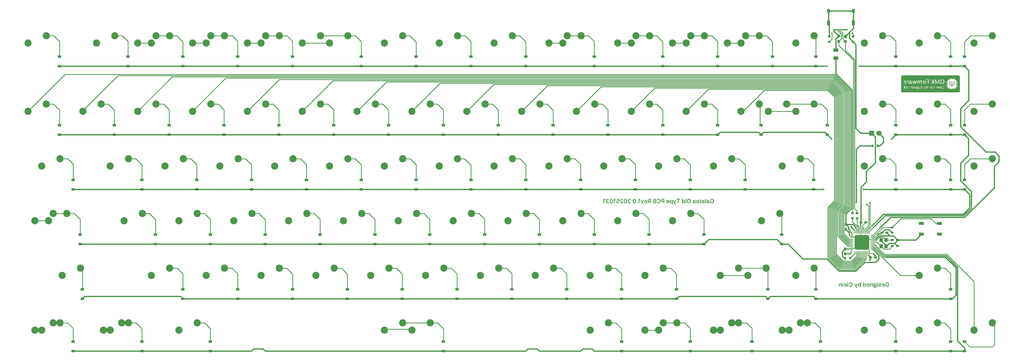
<source format=gbr>
%TF.GenerationSoftware,KiCad,Pcbnew,9.0.5*%
%TF.CreationDate,2025-11-02T19:53:54+09:00*%
%TF.ProjectId,Galatea_Old_Type_6u,47616c61-7465-4615-9f4f-6c645f547970,rev?*%
%TF.SameCoordinates,Original*%
%TF.FileFunction,Copper,L2,Bot*%
%TF.FilePolarity,Positive*%
%FSLAX46Y46*%
G04 Gerber Fmt 4.6, Leading zero omitted, Abs format (unit mm)*
G04 Created by KiCad (PCBNEW 9.0.5) date 2025-11-02 19:53:54*
%MOMM*%
%LPD*%
G01*
G04 APERTURE LIST*
G04 Aperture macros list*
%AMRoundRect*
0 Rectangle with rounded corners*
0 $1 Rounding radius*
0 $2 $3 $4 $5 $6 $7 $8 $9 X,Y pos of 4 corners*
0 Add a 4 corners polygon primitive as box body*
4,1,4,$2,$3,$4,$5,$6,$7,$8,$9,$2,$3,0*
0 Add four circle primitives for the rounded corners*
1,1,$1+$1,$2,$3*
1,1,$1+$1,$4,$5*
1,1,$1+$1,$6,$7*
1,1,$1+$1,$8,$9*
0 Add four rect primitives between the rounded corners*
20,1,$1+$1,$2,$3,$4,$5,0*
20,1,$1+$1,$4,$5,$6,$7,0*
20,1,$1+$1,$6,$7,$8,$9,0*
20,1,$1+$1,$8,$9,$2,$3,0*%
G04 Aperture macros list end*
%TA.AperFunction,EtchedComponent*%
%ADD10C,0.000000*%
%TD*%
%TA.AperFunction,ComponentPad*%
%ADD11C,2.500000*%
%TD*%
%TA.AperFunction,ComponentPad*%
%ADD12O,1.000000X2.100000*%
%TD*%
%TA.AperFunction,ComponentPad*%
%ADD13O,1.000000X1.600000*%
%TD*%
%TA.AperFunction,ComponentPad*%
%ADD14R,1.800000X1.800000*%
%TD*%
%TA.AperFunction,ComponentPad*%
%ADD15C,1.800000*%
%TD*%
%TA.AperFunction,SMDPad,CuDef*%
%ADD16RoundRect,0.225000X0.375000X-0.225000X0.375000X0.225000X-0.375000X0.225000X-0.375000X-0.225000X0*%
%TD*%
%TA.AperFunction,SMDPad,CuDef*%
%ADD17R,0.900000X0.800000*%
%TD*%
%TA.AperFunction,SMDPad,CuDef*%
%ADD18R,1.000000X0.750000*%
%TD*%
%TA.AperFunction,SMDPad,CuDef*%
%ADD19R,1.000000X1.200000*%
%TD*%
%TA.AperFunction,SMDPad,CuDef*%
%ADD20R,1.000000X0.900000*%
%TD*%
%TA.AperFunction,SMDPad,CuDef*%
%ADD21O,0.250000X1.000000*%
%TD*%
%TA.AperFunction,SMDPad,CuDef*%
%ADD22O,1.000000X0.250000*%
%TD*%
%TA.AperFunction,SMDPad,CuDef*%
%ADD23RoundRect,0.500000X-2.000000X2.000000X-2.000000X-2.000000X2.000000X-2.000000X2.000000X2.000000X0*%
%TD*%
%TA.AperFunction,SMDPad,CuDef*%
%ADD24R,0.750000X1.000000*%
%TD*%
%TA.AperFunction,SMDPad,CuDef*%
%ADD25RoundRect,0.250000X0.350000X-0.450000X0.350000X0.450000X-0.350000X0.450000X-0.350000X-0.450000X0*%
%TD*%
%TA.AperFunction,SMDPad,CuDef*%
%ADD26R,0.800000X0.900000*%
%TD*%
%TA.AperFunction,SMDPad,CuDef*%
%ADD27R,1.800000X1.100000*%
%TD*%
%TA.AperFunction,SMDPad,CuDef*%
%ADD28RoundRect,0.250000X0.625000X-0.375000X0.625000X0.375000X-0.625000X0.375000X-0.625000X-0.375000X0*%
%TD*%
%TA.AperFunction,ViaPad*%
%ADD29C,0.600000*%
%TD*%
%TA.AperFunction,Conductor*%
%ADD30C,0.381000*%
%TD*%
%TA.AperFunction,Conductor*%
%ADD31C,0.254000*%
%TD*%
G04 APERTURE END LIST*
D10*
%TA.AperFunction,EtchedComponent*%
%TO.C,G\u002A\u002A\u002A*%
G36*
X348576610Y-101990098D02*
G01*
X348663083Y-102015208D01*
X348728944Y-102064636D01*
X348742508Y-102081916D01*
X348773656Y-102137995D01*
X348797109Y-102201255D01*
X348806370Y-102255667D01*
X348806370Y-102297024D01*
X348535383Y-102292588D01*
X348264396Y-102288152D01*
X348269044Y-102231528D01*
X348274675Y-102189741D01*
X348304851Y-102103373D01*
X348357029Y-102039592D01*
X348429476Y-102000085D01*
X348520461Y-101986542D01*
X348576610Y-101990098D01*
G37*
%TD.AperFunction*%
%TA.AperFunction,EtchedComponent*%
G36*
X349292796Y-104006266D02*
G01*
X349321364Y-104032332D01*
X349353445Y-104077061D01*
X349378610Y-104125791D01*
X349388791Y-104165167D01*
X349377678Y-104167861D01*
X349340136Y-104170487D01*
X349282342Y-104172271D01*
X349210829Y-104172929D01*
X349173357Y-104172882D01*
X349107836Y-104172051D01*
X349066631Y-104169369D01*
X349044137Y-104163791D01*
X349034751Y-104154272D01*
X349032867Y-104139769D01*
X349034592Y-104115919D01*
X349057419Y-104055026D01*
X349101447Y-104010124D01*
X349159882Y-103984704D01*
X349225929Y-103982255D01*
X349292796Y-104006266D01*
G37*
%TD.AperFunction*%
%TA.AperFunction,EtchedComponent*%
G36*
X350371625Y-102442232D02*
G01*
X350409936Y-102442955D01*
X350524216Y-102454588D01*
X350610658Y-102480722D01*
X350670317Y-102521788D01*
X350704248Y-102578218D01*
X350710943Y-102616285D01*
X350703197Y-102678594D01*
X350677463Y-102734862D01*
X350637981Y-102772645D01*
X350611883Y-102783900D01*
X350538355Y-102796450D01*
X350460178Y-102789525D01*
X350391848Y-102763654D01*
X350349151Y-102737043D01*
X350302884Y-102701252D01*
X350276706Y-102664568D01*
X350265068Y-102617930D01*
X350262421Y-102552275D01*
X350262421Y-102441846D01*
X350371625Y-102442232D01*
G37*
%TD.AperFunction*%
%TA.AperFunction,EtchedComponent*%
G36*
X351119481Y-104012743D02*
G01*
X351171558Y-104061176D01*
X351207192Y-104130419D01*
X351223690Y-104217272D01*
X351218354Y-104318534D01*
X351215063Y-104337473D01*
X351194341Y-104409620D01*
X351162158Y-104457990D01*
X351114555Y-104489090D01*
X351069265Y-104504998D01*
X351002197Y-104509154D01*
X350931510Y-104486225D01*
X350884611Y-104455212D01*
X350850039Y-104406598D01*
X350830938Y-104337757D01*
X350825068Y-104243587D01*
X350825080Y-104238885D01*
X350832208Y-104144352D01*
X350853881Y-104075496D01*
X350892137Y-104028288D01*
X350949017Y-103998698D01*
X350976786Y-103991115D01*
X351053659Y-103988323D01*
X351119481Y-104012743D01*
G37*
%TD.AperFunction*%
%TA.AperFunction,EtchedComponent*%
G36*
X348490599Y-103998894D02*
G01*
X348545476Y-104025137D01*
X348584951Y-104077700D01*
X348610919Y-104158523D01*
X348620214Y-104228551D01*
X348616356Y-104319445D01*
X348594961Y-104398633D01*
X348557906Y-104459987D01*
X348507071Y-104497380D01*
X348486164Y-104505278D01*
X348463634Y-104511649D01*
X348449260Y-104510565D01*
X348405761Y-104494609D01*
X348355248Y-104464938D01*
X348308886Y-104427617D01*
X348287976Y-104406626D01*
X348270164Y-104382444D01*
X348260707Y-104353479D01*
X348256967Y-104310542D01*
X348256307Y-104244441D01*
X348256307Y-104111981D01*
X348321067Y-104053474D01*
X348362019Y-104020255D01*
X348403627Y-104000269D01*
X348451229Y-103994967D01*
X348490599Y-103998894D01*
G37*
%TD.AperFunction*%
%TA.AperFunction,EtchedComponent*%
G36*
X351842535Y-103999380D02*
G01*
X351882822Y-104016810D01*
X351928744Y-104053474D01*
X351993504Y-104111981D01*
X351993504Y-104244441D01*
X351993178Y-104297376D01*
X351990400Y-104344961D01*
X351982524Y-104376415D01*
X351966911Y-104400936D01*
X351940924Y-104427719D01*
X351928441Y-104439224D01*
X351885061Y-104473143D01*
X351847899Y-104494580D01*
X351819544Y-104505623D01*
X351802889Y-104511649D01*
X351801167Y-104511452D01*
X351779204Y-104503993D01*
X351741638Y-104488989D01*
X351717153Y-104475892D01*
X351670791Y-104425507D01*
X351643280Y-104348893D01*
X351634596Y-104245999D01*
X351636692Y-104191953D01*
X351651901Y-104103632D01*
X351682541Y-104042312D01*
X351729518Y-104006566D01*
X351793736Y-103994967D01*
X351842535Y-103999380D01*
G37*
%TD.AperFunction*%
%TA.AperFunction,EtchedComponent*%
G36*
X360964652Y-103997823D02*
G01*
X361027844Y-104033623D01*
X361074421Y-104092038D01*
X361077545Y-104098334D01*
X361092571Y-104141813D01*
X361099137Y-104196537D01*
X361098624Y-104272808D01*
X361095033Y-104334174D01*
X361087848Y-104380524D01*
X361074806Y-104412733D01*
X361053313Y-104440406D01*
X361050388Y-104443499D01*
X361013589Y-104476343D01*
X360980574Y-104497240D01*
X360979655Y-104497617D01*
X360911855Y-104510178D01*
X360842168Y-104498662D01*
X360780987Y-104466508D01*
X360738702Y-104417158D01*
X360724729Y-104384897D01*
X360706238Y-104306808D01*
X360702453Y-104223271D01*
X360712618Y-104143192D01*
X360735972Y-104075477D01*
X360771757Y-104029034D01*
X360820638Y-104000774D01*
X360892899Y-103986314D01*
X360964652Y-103997823D01*
G37*
%TD.AperFunction*%
%TA.AperFunction,EtchedComponent*%
G36*
X352683185Y-104017908D02*
G01*
X352749842Y-104064523D01*
X352761246Y-104075918D01*
X352774510Y-104096822D01*
X352782063Y-104126912D01*
X352785457Y-104173908D01*
X352786243Y-104245525D01*
X352785759Y-104311372D01*
X352782967Y-104359577D01*
X352775967Y-104390990D01*
X352762861Y-104413731D01*
X352741752Y-104435917D01*
X352738212Y-104439235D01*
X352696280Y-104472048D01*
X352656816Y-104494144D01*
X352625448Y-104501665D01*
X352565170Y-104498127D01*
X352514189Y-104475221D01*
X352502018Y-104464131D01*
X352466283Y-104407868D01*
X352444264Y-104333431D01*
X352436259Y-104249691D01*
X352442565Y-104165520D01*
X352463479Y-104089789D01*
X352499299Y-104031369D01*
X352503095Y-104027460D01*
X352553728Y-103998572D01*
X352615786Y-103995657D01*
X352683185Y-104017908D01*
G37*
%TD.AperFunction*%
%TA.AperFunction,EtchedComponent*%
G36*
X361466437Y-101618016D02*
G01*
X361583258Y-101638763D01*
X361680411Y-101685034D01*
X361757983Y-101756930D01*
X361816061Y-101854548D01*
X361854732Y-101977988D01*
X361874084Y-102127350D01*
X361875801Y-102242838D01*
X361862431Y-102382248D01*
X361832415Y-102504866D01*
X361786875Y-102606455D01*
X361726935Y-102682775D01*
X361707053Y-102698213D01*
X361656739Y-102727370D01*
X361599952Y-102752057D01*
X361526785Y-102771327D01*
X361413736Y-102777559D01*
X361303139Y-102758065D01*
X361202403Y-102714443D01*
X361118933Y-102648291D01*
X361109224Y-102637686D01*
X361065069Y-102578258D01*
X361033400Y-102510571D01*
X361012627Y-102428747D01*
X361001159Y-102326906D01*
X360997405Y-102199171D01*
X360997872Y-102119530D01*
X361001913Y-102024317D01*
X361011287Y-101949356D01*
X361027490Y-101887504D01*
X361052019Y-101831619D01*
X361086370Y-101774559D01*
X361131579Y-101718628D01*
X361209571Y-101661239D01*
X361306688Y-101627675D01*
X361425479Y-101616751D01*
X361466437Y-101618016D01*
G37*
%TD.AperFunction*%
%TA.AperFunction,EtchedComponent*%
G36*
X364071332Y-102101889D02*
G01*
X364097010Y-102105478D01*
X364115777Y-102116245D01*
X364128708Y-102137786D01*
X364136877Y-102173697D01*
X364141361Y-102227573D01*
X364143233Y-102303012D01*
X364143568Y-102403610D01*
X364143440Y-102532962D01*
X364143529Y-102621541D01*
X364144136Y-102731654D01*
X364145576Y-102817113D01*
X364148144Y-102882551D01*
X364152137Y-102932603D01*
X364157850Y-102971906D01*
X364165580Y-103005095D01*
X364175622Y-103036805D01*
X364216042Y-103120102D01*
X364287315Y-103206113D01*
X364377678Y-103272950D01*
X364480985Y-103316252D01*
X364591087Y-103331655D01*
X364644580Y-103331655D01*
X364648819Y-102720923D01*
X364653058Y-102110190D01*
X364758217Y-102110190D01*
X364863377Y-102110190D01*
X364867618Y-102723166D01*
X364871859Y-103336142D01*
X364962533Y-103326783D01*
X365031836Y-103314016D01*
X365126887Y-103279768D01*
X365210882Y-103231048D01*
X365273298Y-103173060D01*
X365289487Y-103151925D01*
X365314696Y-103114017D01*
X365334305Y-103074037D01*
X365349003Y-103027658D01*
X365359481Y-102970557D01*
X365366428Y-102898407D01*
X365370536Y-102806885D01*
X365372495Y-102691664D01*
X365372994Y-102548421D01*
X365373218Y-102433883D01*
X365374140Y-102328756D01*
X365375955Y-102249411D01*
X365378850Y-102192326D01*
X365383013Y-102153979D01*
X365388633Y-102130849D01*
X365395897Y-102119412D01*
X365409160Y-102112959D01*
X365452783Y-102105711D01*
X365513190Y-102105298D01*
X365607580Y-102110190D01*
X365611914Y-102513477D01*
X365612430Y-102586578D01*
X365612159Y-102701374D01*
X365610634Y-102806239D01*
X365607990Y-102895569D01*
X365604366Y-102963759D01*
X365599898Y-103005205D01*
X365567747Y-103121158D01*
X365510217Y-103238973D01*
X365433948Y-103336267D01*
X365413423Y-103355968D01*
X365347148Y-103408362D01*
X365271658Y-103450132D01*
X365181177Y-103483562D01*
X365069929Y-103510934D01*
X364932135Y-103534530D01*
X364871466Y-103543440D01*
X364871466Y-103719321D01*
X364870851Y-103781817D01*
X364867568Y-103848268D01*
X364861147Y-103887737D01*
X364851243Y-103903361D01*
X364847732Y-103904593D01*
X364809615Y-103910573D01*
X364757101Y-103912561D01*
X364705609Y-103910481D01*
X364670560Y-103904256D01*
X364663305Y-103899840D01*
X364654131Y-103883644D01*
X364648529Y-103851803D01*
X364645731Y-103798755D01*
X364644969Y-103718938D01*
X364644969Y-103543440D01*
X364584300Y-103534158D01*
X364567234Y-103531469D01*
X364402718Y-103495744D01*
X364265357Y-103445424D01*
X364152765Y-103378766D01*
X364062558Y-103294028D01*
X363992349Y-103189469D01*
X363939756Y-103063346D01*
X363932601Y-103030735D01*
X363924782Y-102969178D01*
X363917860Y-102887884D01*
X363911961Y-102792057D01*
X363907213Y-102686898D01*
X363903742Y-102577609D01*
X363901677Y-102469392D01*
X363901143Y-102367450D01*
X363902268Y-102276983D01*
X363905179Y-102203195D01*
X363910003Y-102151286D01*
X363916868Y-102126460D01*
X363918759Y-102124391D01*
X363954381Y-102107916D01*
X364014671Y-102102101D01*
X364037669Y-102101882D01*
X364071332Y-102101889D01*
G37*
%TD.AperFunction*%
%TA.AperFunction,EtchedComponent*%
G36*
X367484268Y-102991910D02*
G01*
X367484268Y-103066311D01*
X367484254Y-103397951D01*
X367484207Y-103699082D01*
X367484107Y-103971232D01*
X367483939Y-104215924D01*
X367483684Y-104434684D01*
X367483323Y-104629037D01*
X367482841Y-104800510D01*
X367482217Y-104950627D01*
X367481436Y-105080913D01*
X367480478Y-105192894D01*
X367479327Y-105288095D01*
X367477965Y-105368042D01*
X367476373Y-105434260D01*
X367474534Y-105488274D01*
X367472430Y-105531609D01*
X367470043Y-105565791D01*
X367467356Y-105592346D01*
X367464351Y-105612798D01*
X367461009Y-105628672D01*
X367457314Y-105641495D01*
X367453248Y-105652792D01*
X367442684Y-105677441D01*
X367383845Y-105770919D01*
X367302550Y-105855569D01*
X367206671Y-105924246D01*
X367104077Y-105969802D01*
X367097605Y-105970204D01*
X367061325Y-105970899D01*
X366994075Y-105971575D01*
X366896741Y-105972230D01*
X366770206Y-105972865D01*
X366615358Y-105973477D01*
X366433082Y-105974067D01*
X366224262Y-105974633D01*
X365989785Y-105975174D01*
X365730535Y-105975690D01*
X365447399Y-105976180D01*
X365141262Y-105976642D01*
X364813008Y-105977077D01*
X364463525Y-105977482D01*
X364093696Y-105977858D01*
X363704408Y-105978203D01*
X363296546Y-105978516D01*
X362870996Y-105978797D01*
X362428642Y-105979044D01*
X361970371Y-105979258D01*
X361497067Y-105979436D01*
X361009617Y-105979579D01*
X360508905Y-105979684D01*
X359995818Y-105979752D01*
X359471240Y-105979781D01*
X358936057Y-105979771D01*
X358391155Y-105979721D01*
X357837418Y-105979629D01*
X357275733Y-105979496D01*
X347487835Y-105976815D01*
X347406623Y-105933939D01*
X347336577Y-105888301D01*
X347257358Y-105816448D01*
X347191090Y-105734706D01*
X347146754Y-105652792D01*
X347145860Y-105650448D01*
X347141873Y-105638955D01*
X347138255Y-105625612D01*
X347134986Y-105608894D01*
X347132050Y-105587275D01*
X347129428Y-105559230D01*
X347127103Y-105523234D01*
X347125057Y-105477762D01*
X347123271Y-105421287D01*
X347121729Y-105352285D01*
X347120413Y-105269231D01*
X347119305Y-105170598D01*
X347118386Y-105054862D01*
X347117640Y-104920498D01*
X347117048Y-104765979D01*
X347116592Y-104589782D01*
X347116256Y-104390379D01*
X347116020Y-104166247D01*
X347115868Y-103915859D01*
X347115781Y-103637690D01*
X347115773Y-103575061D01*
X348126426Y-103575061D01*
X348130698Y-104088358D01*
X348134969Y-104601655D01*
X348191434Y-104601655D01*
X348224680Y-104599573D01*
X348246277Y-104586664D01*
X348256148Y-104554636D01*
X348261914Y-104527607D01*
X348270775Y-104519073D01*
X348287485Y-104535479D01*
X348312410Y-104558529D01*
X348352198Y-104584233D01*
X348416087Y-104608247D01*
X348504598Y-104616316D01*
X348586995Y-104595907D01*
X348657971Y-104548616D01*
X348712218Y-104476037D01*
X348730005Y-104435779D01*
X348741138Y-104391420D01*
X348746885Y-104333965D01*
X348748827Y-104253821D01*
X348748868Y-104215123D01*
X348747592Y-104172929D01*
X348907361Y-104172929D01*
X348909337Y-104215123D01*
X348911529Y-104261910D01*
X349151878Y-104266397D01*
X349392226Y-104270884D01*
X349381578Y-104331110D01*
X349376671Y-104353820D01*
X349343215Y-104428865D01*
X349288859Y-104480719D01*
X349215904Y-104508379D01*
X349126653Y-104510843D01*
X349023407Y-104487108D01*
X349011514Y-104483225D01*
X348959631Y-104471803D01*
X348932343Y-104477300D01*
X348927381Y-104483131D01*
X348921026Y-104515491D01*
X348941163Y-104549939D01*
X348984332Y-104579664D01*
X349022051Y-104593410D01*
X349095994Y-104609251D01*
X349175118Y-104616865D01*
X349243186Y-104614092D01*
X349341237Y-104587334D01*
X349393002Y-104554732D01*
X349618400Y-104554732D01*
X349630744Y-104584608D01*
X349663247Y-104604199D01*
X349714003Y-104614908D01*
X349768982Y-104613596D01*
X349804301Y-104607400D01*
X349851567Y-104593918D01*
X349882333Y-104573460D01*
X349906939Y-104540552D01*
X349917023Y-104521969D01*
X349926512Y-104495294D01*
X349932806Y-104459814D01*
X349936532Y-104409644D01*
X349938319Y-104338897D01*
X349938794Y-104241687D01*
X349938854Y-103994967D01*
X349994388Y-103994967D01*
X350006250Y-103994709D01*
X350043094Y-103986086D01*
X350060438Y-103961834D01*
X350060099Y-103924944D01*
X350106888Y-103924944D01*
X350107415Y-103961834D01*
X350107558Y-103971804D01*
X350109667Y-103979812D01*
X350120162Y-104001763D01*
X350141146Y-104007981D01*
X350183160Y-104002781D01*
X350215956Y-103998494D01*
X350245440Y-104002238D01*
X350273513Y-104020544D01*
X350311518Y-104058319D01*
X350374807Y-104124850D01*
X350379283Y-104363253D01*
X350383759Y-104601655D01*
X350436450Y-104606733D01*
X350475331Y-104605241D01*
X350497458Y-104590137D01*
X350498170Y-104586934D01*
X350500276Y-104556602D01*
X350501706Y-104500518D01*
X350502406Y-104423819D01*
X350502320Y-104331645D01*
X350501795Y-104273689D01*
X350688928Y-104273689D01*
X350700967Y-104366709D01*
X350720904Y-104423819D01*
X350727593Y-104442979D01*
X350780758Y-104517197D01*
X350859410Y-104576225D01*
X350957678Y-104609666D01*
X350992020Y-104616002D01*
X351029799Y-104622397D01*
X351045234Y-104624150D01*
X351048411Y-104623137D01*
X351073955Y-104617371D01*
X351116305Y-104608734D01*
X351147002Y-104601178D01*
X351230873Y-104560501D01*
X351294663Y-104495094D01*
X351337476Y-104406120D01*
X351358413Y-104294743D01*
X351357929Y-104253263D01*
X351496272Y-104253263D01*
X351500005Y-104294743D01*
X351505134Y-104351723D01*
X351530821Y-104442503D01*
X351574006Y-104518537D01*
X351606114Y-104552106D01*
X351678931Y-104596049D01*
X351762026Y-104614835D01*
X351847487Y-104607264D01*
X351927402Y-104572138D01*
X351993504Y-104528394D01*
X351993504Y-104696765D01*
X351993661Y-104736229D01*
X351995377Y-104801341D01*
X351999646Y-104842389D01*
X352007281Y-104865039D01*
X352019095Y-104874956D01*
X352038347Y-104881333D01*
X352059697Y-104881702D01*
X352094854Y-104873579D01*
X352101763Y-104870548D01*
X352108387Y-104862227D01*
X352113402Y-104845548D01*
X352116977Y-104817082D01*
X352119280Y-104773400D01*
X352120478Y-104711077D01*
X352120739Y-104626682D01*
X352120231Y-104516790D01*
X352119122Y-104377972D01*
X352118150Y-104267085D01*
X352303703Y-104267085D01*
X352315516Y-104363935D01*
X352340310Y-104449442D01*
X352377463Y-104514202D01*
X352404178Y-104542215D01*
X352478923Y-104592031D01*
X352561668Y-104613862D01*
X352646464Y-104606762D01*
X352727361Y-104569786D01*
X352786243Y-104529828D01*
X352786243Y-104626682D01*
X352786243Y-104690555D01*
X352786599Y-104749789D01*
X352788746Y-104804245D01*
X352793855Y-104837775D01*
X352803070Y-104856872D01*
X352817536Y-104868029D01*
X352833720Y-104876101D01*
X352865810Y-104883488D01*
X352895692Y-104871288D01*
X352895869Y-104871172D01*
X352901895Y-104859921D01*
X352906519Y-104833527D01*
X352909834Y-104789121D01*
X352911933Y-104723838D01*
X352912910Y-104634810D01*
X352912858Y-104519171D01*
X352911870Y-104374052D01*
X352907580Y-103889808D01*
X353150256Y-103889808D01*
X353150256Y-104245732D01*
X353150256Y-104601655D01*
X353203032Y-104606740D01*
X353234520Y-104607738D01*
X353255126Y-104596193D01*
X353265678Y-104562475D01*
X353275548Y-104513126D01*
X353322608Y-104552724D01*
X353324519Y-104554306D01*
X353374925Y-104586335D01*
X353429834Y-104609033D01*
X353440844Y-104612027D01*
X353478726Y-104621249D01*
X353498090Y-104624177D01*
X353550028Y-104612720D01*
X353608286Y-104593032D01*
X353652118Y-104565309D01*
X353683517Y-104525514D01*
X353704471Y-104469608D01*
X353716974Y-104393555D01*
X353721726Y-104314710D01*
X353891731Y-104314710D01*
X353901689Y-104396233D01*
X353916488Y-104436978D01*
X353957709Y-104504682D01*
X354011327Y-104559260D01*
X354069185Y-104591216D01*
X354102951Y-104600369D01*
X354220636Y-104615458D01*
X354333793Y-104605368D01*
X354433959Y-104570578D01*
X354456529Y-104557374D01*
X354479400Y-104530469D01*
X354484969Y-104487991D01*
X354484911Y-104481361D01*
X354480126Y-104447404D01*
X354463863Y-104433991D01*
X354430781Y-104439957D01*
X354375541Y-104464139D01*
X354365270Y-104468851D01*
X354289724Y-104491376D01*
X354211709Y-104497330D01*
X354141396Y-104486855D01*
X354088956Y-104460095D01*
X354058340Y-104421351D01*
X354038057Y-104367064D01*
X354036097Y-104344051D01*
X354046154Y-104296099D01*
X354078783Y-104251292D01*
X354136990Y-104206240D01*
X354223778Y-104157554D01*
X354240578Y-104148914D01*
X354301474Y-104115333D01*
X354352382Y-104083984D01*
X354383682Y-104060692D01*
X354401187Y-104042717D01*
X354448708Y-103968528D01*
X354463776Y-103902015D01*
X354922962Y-103902015D01*
X354925324Y-103926158D01*
X354935895Y-103969078D01*
X354955381Y-104033051D01*
X354984486Y-104120352D01*
X355023916Y-104233255D01*
X355074376Y-104374037D01*
X355091970Y-104422572D01*
X355115910Y-104487991D01*
X355133268Y-104535425D01*
X355170161Y-104634810D01*
X355170936Y-104636899D01*
X355203522Y-104723175D01*
X355229575Y-104790434D01*
X355247645Y-104834860D01*
X355256281Y-104852633D01*
X355269095Y-104860935D01*
X355304532Y-104871707D01*
X355344600Y-104875518D01*
X355377381Y-104871740D01*
X355390956Y-104859744D01*
X355390425Y-104857451D01*
X355381797Y-104832913D01*
X355364799Y-104788154D01*
X355342275Y-104730713D01*
X355330042Y-104699110D01*
X355310724Y-104640981D01*
X355304445Y-104602629D01*
X355309868Y-104577755D01*
X355316413Y-104564436D01*
X355336167Y-104518172D01*
X355361771Y-104452947D01*
X355391301Y-104374231D01*
X355422837Y-104287492D01*
X355454453Y-104198199D01*
X355484228Y-104111823D01*
X355510238Y-104033831D01*
X355522552Y-103994967D01*
X355631581Y-103994967D01*
X355730899Y-103994967D01*
X355830217Y-103994967D01*
X355824950Y-104222931D01*
X355824510Y-104241746D01*
X355822132Y-104326863D01*
X355819093Y-104386367D01*
X355814428Y-104425952D01*
X355807172Y-104451315D01*
X355796360Y-104468152D01*
X355781026Y-104482159D01*
X355769180Y-104491103D01*
X355740630Y-104503756D01*
X355705992Y-104501471D01*
X355653854Y-104484456D01*
X355651299Y-104483720D01*
X355637940Y-104494496D01*
X355633631Y-104534903D01*
X355635603Y-104568145D01*
X355647918Y-104591388D01*
X355678122Y-104602698D01*
X355711948Y-104610223D01*
X355738791Y-104616433D01*
X355759301Y-104617795D01*
X355791381Y-104611841D01*
X357364090Y-104611841D01*
X357416981Y-104606748D01*
X357440724Y-104603264D01*
X357465687Y-104589096D01*
X357474993Y-104557161D01*
X357480112Y-104512668D01*
X357531617Y-104551239D01*
X357537997Y-104555884D01*
X357583499Y-104583726D01*
X357623568Y-104601061D01*
X357626450Y-104601861D01*
X357678689Y-104614820D01*
X357713866Y-104618664D01*
X357744905Y-104614864D01*
X357793021Y-104601599D01*
X357856683Y-104567490D01*
X357902501Y-104514816D01*
X357912670Y-104497533D01*
X357923167Y-104474153D01*
X357930443Y-104445781D01*
X357935084Y-104406946D01*
X357937675Y-104352174D01*
X357938800Y-104275993D01*
X357938863Y-104249311D01*
X358160203Y-104249311D01*
X358161020Y-104375978D01*
X358165542Y-104601655D01*
X358226211Y-104606677D01*
X358286880Y-104611698D01*
X358287266Y-104388269D01*
X358287267Y-104387802D01*
X358289069Y-104262754D01*
X358294777Y-104166467D01*
X358305599Y-104095471D01*
X358322744Y-104046294D01*
X358347421Y-104015465D01*
X358380839Y-103999513D01*
X358424205Y-103994967D01*
X358442789Y-103996503D01*
X358485667Y-104014230D01*
X358533906Y-104055853D01*
X358593359Y-104116739D01*
X358597858Y-104359197D01*
X358602357Y-104601655D01*
X358663026Y-104606677D01*
X358723695Y-104611698D01*
X358723785Y-104388269D01*
X358724893Y-104290700D01*
X358730266Y-104186943D01*
X358741194Y-104109478D01*
X358758878Y-104054953D01*
X358784519Y-104020014D01*
X358819318Y-104001308D01*
X358864477Y-103995482D01*
X358885273Y-103996960D01*
X358927101Y-104013726D01*
X358973270Y-104053651D01*
X359030263Y-104112334D01*
X359034718Y-104356995D01*
X359039173Y-104601655D01*
X359100154Y-104606695D01*
X359161135Y-104611735D01*
X359157498Y-104310445D01*
X359395096Y-104310445D01*
X359395096Y-104601655D01*
X359451721Y-104601655D01*
X359508345Y-104601655D01*
X359516434Y-104332315D01*
X359516580Y-104327472D01*
X359520021Y-104227226D01*
X359523795Y-104154003D01*
X359528557Y-104102684D01*
X359534965Y-104068152D01*
X359543675Y-104045287D01*
X359555343Y-104028971D01*
X359581791Y-104007340D01*
X359634869Y-103993956D01*
X359695101Y-104009362D01*
X359758649Y-104053101D01*
X359822996Y-104111234D01*
X359827454Y-104356445D01*
X359831912Y-104601655D01*
X359888536Y-104601655D01*
X359945160Y-104601655D01*
X359953249Y-104341996D01*
X359954665Y-104299129D01*
X359958647Y-104207285D01*
X359963539Y-104140555D01*
X359969975Y-104093699D01*
X359978592Y-104061478D01*
X359990023Y-104038652D01*
X360023742Y-104005322D01*
X360073879Y-103992857D01*
X360132251Y-104008862D01*
X360195465Y-104053101D01*
X360259811Y-104111234D01*
X360264269Y-104356445D01*
X360268727Y-104601655D01*
X360321418Y-104606733D01*
X360360299Y-104605241D01*
X360382426Y-104590137D01*
X360383138Y-104586934D01*
X360385244Y-104556602D01*
X360386674Y-104500518D01*
X360387375Y-104423819D01*
X360387288Y-104331645D01*
X360386616Y-104257454D01*
X360570656Y-104257454D01*
X360574621Y-104327085D01*
X360583282Y-104380120D01*
X360583291Y-104380153D01*
X360602285Y-104423819D01*
X360611961Y-104446063D01*
X360657801Y-104509674D01*
X360712383Y-104561312D01*
X360767278Y-104591301D01*
X360866855Y-104611735D01*
X360876962Y-104613809D01*
X360981989Y-104611441D01*
X361072916Y-104582995D01*
X361147003Y-104529353D01*
X361201516Y-104451396D01*
X361206529Y-104440511D01*
X361232426Y-104349453D01*
X361239921Y-104246184D01*
X361229064Y-104143327D01*
X361199908Y-104053506D01*
X361155227Y-103982532D01*
X361093559Y-103929624D01*
X361013028Y-103897965D01*
X360908954Y-103884844D01*
X360902225Y-103884594D01*
X360809129Y-103887848D01*
X360737445Y-103907145D01*
X360679177Y-103945963D01*
X360626329Y-104007780D01*
X360612268Y-104028772D01*
X360590993Y-104071679D01*
X360578780Y-104121990D01*
X360571957Y-104192157D01*
X360570656Y-104257454D01*
X360386616Y-104257454D01*
X360386359Y-104229135D01*
X360381975Y-103889808D01*
X360333440Y-103889808D01*
X360313045Y-103890773D01*
X360288853Y-103902294D01*
X360279786Y-103934299D01*
X360271250Y-103968492D01*
X360253995Y-103976352D01*
X360227396Y-103953455D01*
X360193578Y-103923574D01*
X360126933Y-103892986D01*
X360050059Y-103881719D01*
X359994250Y-103886197D01*
X359931279Y-103910262D01*
X359876982Y-103959628D01*
X359841161Y-104002133D01*
X359796091Y-103960081D01*
X359737777Y-103913517D01*
X359680751Y-103888756D01*
X359613764Y-103881719D01*
X359557803Y-103887244D01*
X359482467Y-103917840D01*
X359425811Y-103973918D01*
X359420711Y-103981914D01*
X359410938Y-104002685D01*
X359403990Y-104030228D01*
X359399399Y-104069660D01*
X359396697Y-104126095D01*
X359395419Y-104204652D01*
X359395096Y-104310445D01*
X359157498Y-104310445D01*
X359156778Y-104250772D01*
X359152421Y-103889808D01*
X359103886Y-103889808D01*
X359083489Y-103890774D01*
X359059298Y-103902295D01*
X359050232Y-103934302D01*
X359045112Y-103978796D01*
X358987981Y-103935220D01*
X358961618Y-103917368D01*
X358907254Y-103895192D01*
X358835666Y-103884759D01*
X358835589Y-103884753D01*
X358780875Y-103882110D01*
X358745551Y-103886979D01*
X358716822Y-103903663D01*
X358681892Y-103936464D01*
X358623302Y-103995055D01*
X358557954Y-103943298D01*
X358517345Y-103914934D01*
X358466344Y-103894196D01*
X358400398Y-103884871D01*
X358359330Y-103882650D01*
X358318496Y-103885792D01*
X358286589Y-103900004D01*
X358249977Y-103929313D01*
X358244996Y-103933793D01*
X358213072Y-103970166D01*
X358189565Y-104015211D01*
X358173541Y-104073621D01*
X358164065Y-104150090D01*
X358163176Y-104172929D01*
X358160203Y-104249311D01*
X357938863Y-104249311D01*
X357939045Y-104172929D01*
X357939045Y-103889808D01*
X357882421Y-103889808D01*
X357825797Y-103889808D01*
X357817477Y-104148662D01*
X357814709Y-104224546D01*
X357809518Y-104316019D01*
X357802057Y-104382672D01*
X357791101Y-104429051D01*
X357775426Y-104459700D01*
X357753808Y-104479166D01*
X357725024Y-104491995D01*
X357670235Y-104500471D01*
X357614326Y-104485223D01*
X357551059Y-104443553D01*
X357494959Y-104398699D01*
X357490505Y-104144254D01*
X357486052Y-103889808D01*
X357429428Y-103889808D01*
X357372803Y-103889808D01*
X357368446Y-104250825D01*
X357366359Y-104423819D01*
X357364091Y-104611735D01*
X357364090Y-104611841D01*
X355791381Y-104611841D01*
X355807798Y-104608794D01*
X355858461Y-104589587D01*
X355895589Y-104565296D01*
X355900127Y-104560511D01*
X355922345Y-104526427D01*
X355938367Y-104478033D01*
X355948950Y-104410856D01*
X355954847Y-104320425D01*
X355956089Y-104245732D01*
X356207963Y-104245732D01*
X356207963Y-104601655D01*
X356268944Y-104606695D01*
X356329925Y-104611735D01*
X356325568Y-104250772D01*
X356325177Y-104218355D01*
X356558709Y-104218355D01*
X356559307Y-104342802D01*
X356563886Y-104601655D01*
X356620510Y-104601655D01*
X356677135Y-104601655D01*
X356685224Y-104341996D01*
X356685613Y-104329729D01*
X356690326Y-104217366D01*
X356697183Y-104133057D01*
X356707650Y-104072879D01*
X356723196Y-104032905D01*
X356745287Y-104009212D01*
X356775392Y-103997874D01*
X356814977Y-103994967D01*
X356853775Y-103998394D01*
X356895996Y-104015675D01*
X356943617Y-104053101D01*
X357007964Y-104111234D01*
X357012422Y-104356445D01*
X357016880Y-104601655D01*
X357069571Y-104606733D01*
X357108452Y-104605241D01*
X357130579Y-104590137D01*
X357131291Y-104586934D01*
X357133397Y-104556602D01*
X357134827Y-104500518D01*
X357135528Y-104423819D01*
X357135441Y-104331645D01*
X357134512Y-104229135D01*
X357130128Y-103889808D01*
X357081593Y-103889808D01*
X357053529Y-103892070D01*
X357034259Y-103906898D01*
X357024969Y-103944246D01*
X357016880Y-103998684D01*
X356984561Y-103962812D01*
X356967275Y-103945755D01*
X356897597Y-103902981D01*
X356816275Y-103882199D01*
X356733328Y-103884948D01*
X356658773Y-103912767D01*
X356642768Y-103923419D01*
X356610927Y-103953563D01*
X356587628Y-103993689D01*
X356571842Y-104048238D01*
X356562545Y-104121647D01*
X356558709Y-104218355D01*
X356325177Y-104218355D01*
X356321211Y-103889808D01*
X356264587Y-103889808D01*
X356207963Y-103889808D01*
X356207963Y-103938343D01*
X356207963Y-104245732D01*
X355956089Y-104245732D01*
X355956812Y-104202266D01*
X355957198Y-103997018D01*
X356009778Y-103991948D01*
X356039281Y-103987254D01*
X356058260Y-103972373D01*
X356062357Y-103938343D01*
X356060505Y-103911665D01*
X356046667Y-103892224D01*
X356010590Y-103884799D01*
X355984376Y-103881155D01*
X355966259Y-103870557D01*
X355957965Y-103845008D01*
X355953966Y-103795818D01*
X355952294Y-103766906D01*
X361344128Y-103766906D01*
X361359054Y-103814791D01*
X361359771Y-103815883D01*
X361374114Y-103825226D01*
X361399601Y-103818973D01*
X361443743Y-103795404D01*
X361484564Y-103773889D01*
X361580052Y-103743462D01*
X361669002Y-103743859D01*
X361749810Y-103774906D01*
X361820872Y-103836428D01*
X361869191Y-103914200D01*
X361898655Y-104007895D01*
X361909426Y-104109826D01*
X361902032Y-104212729D01*
X361893363Y-104246184D01*
X361876997Y-104309339D01*
X361834849Y-104392390D01*
X361776114Y-104454617D01*
X361746736Y-104471047D01*
X361676896Y-104488520D01*
X361595494Y-104489694D01*
X361512965Y-104474885D01*
X361439742Y-104444410D01*
X361391228Y-104418499D01*
X361361817Y-104411932D01*
X361348020Y-104426842D01*
X361344587Y-104464328D01*
X361355480Y-104507646D01*
X361396671Y-104551033D01*
X361468898Y-104586305D01*
X361502697Y-104595868D01*
X361583782Y-104606934D01*
X361672733Y-104607697D01*
X361756620Y-104598412D01*
X361822517Y-104579335D01*
X361887576Y-104540493D01*
X361958295Y-104466342D01*
X362010009Y-104366593D01*
X362043076Y-104240701D01*
X362049036Y-104197609D01*
X362050279Y-104069723D01*
X362027979Y-103948668D01*
X361984083Y-103839803D01*
X361920539Y-103748484D01*
X361839295Y-103680071D01*
X361827999Y-103673185D01*
X361785989Y-103650645D01*
X361746571Y-103637942D01*
X361698112Y-103632372D01*
X361628977Y-103631235D01*
X361596500Y-103631605D01*
X361528528Y-103636062D01*
X361477261Y-103647169D01*
X361431518Y-103666947D01*
X361410141Y-103679255D01*
X361396175Y-103691336D01*
X361361242Y-103721555D01*
X361344128Y-103766906D01*
X355952294Y-103766906D01*
X355949109Y-103711846D01*
X355892485Y-103711846D01*
X355835861Y-103711846D01*
X355830998Y-103796000D01*
X355826135Y-103880153D01*
X355733928Y-103884981D01*
X355728455Y-103885268D01*
X355678675Y-103888952D01*
X355652280Y-103896455D01*
X355646440Y-103904853D01*
X355641022Y-103912644D01*
X355636651Y-103942388D01*
X355631581Y-103994967D01*
X355522552Y-103994967D01*
X355530561Y-103969692D01*
X355543274Y-103924877D01*
X355546454Y-103904853D01*
X355524354Y-103885873D01*
X355487488Y-103881687D01*
X355449355Y-103891333D01*
X355423446Y-103913826D01*
X355419844Y-103921484D01*
X355404783Y-103958657D01*
X355382498Y-104017407D01*
X355355365Y-104091401D01*
X355325758Y-104174304D01*
X355312342Y-104212187D01*
X355284553Y-104289501D01*
X355260911Y-104353748D01*
X355243579Y-104399097D01*
X355234720Y-104419718D01*
X355228869Y-104415163D01*
X355213866Y-104385426D01*
X355192138Y-104333167D01*
X355165570Y-104262982D01*
X355136049Y-104179463D01*
X355114191Y-104116490D01*
X355085446Y-104036266D01*
X355060669Y-103970062D01*
X355041956Y-103923436D01*
X355031402Y-103901942D01*
X355007705Y-103887235D01*
X354965651Y-103882838D01*
X354925931Y-103894992D01*
X354922962Y-103902015D01*
X354463776Y-103902015D01*
X354466834Y-103888516D01*
X354456007Y-103807757D01*
X354416667Y-103731330D01*
X354379182Y-103694064D01*
X356191712Y-103694064D01*
X356215224Y-103735286D01*
X356219199Y-103739241D01*
X356246034Y-103761567D01*
X356270739Y-103764826D01*
X356309077Y-103751788D01*
X356335259Y-103732408D01*
X356345479Y-103691336D01*
X356341286Y-103657321D01*
X356317174Y-103619747D01*
X356273485Y-103606935D01*
X356269240Y-103607045D01*
X356222665Y-103621252D01*
X356195507Y-103653156D01*
X356191712Y-103694064D01*
X354379182Y-103694064D01*
X354349255Y-103664311D01*
X354326284Y-103649898D01*
X354291900Y-103638242D01*
X354243340Y-103632494D01*
X354171563Y-103630955D01*
X354110308Y-103632555D01*
X354035411Y-103642593D01*
X353986235Y-103663410D01*
X353959290Y-103696805D01*
X353951084Y-103744576D01*
X353951133Y-103751615D01*
X353953213Y-103786589D01*
X353957406Y-103800827D01*
X353963311Y-103799081D01*
X353991761Y-103787561D01*
X354034253Y-103768826D01*
X354065532Y-103756137D01*
X354145731Y-103737603D01*
X354216305Y-103740662D01*
X354272544Y-103763763D01*
X354309740Y-103805357D01*
X354323186Y-103863895D01*
X354319362Y-103901377D01*
X354303319Y-103937064D01*
X354270484Y-103970488D01*
X354216331Y-104006118D01*
X354136330Y-104048427D01*
X354030615Y-104109477D01*
X353964856Y-104164852D01*
X353954922Y-104173217D01*
X353909051Y-104241000D01*
X353891731Y-104314710D01*
X353721726Y-104314710D01*
X353723015Y-104293315D01*
X353724587Y-104164852D01*
X353724576Y-104137298D01*
X353723958Y-104039529D01*
X353721456Y-103969167D01*
X353715780Y-103922210D01*
X353705642Y-103894654D01*
X353689753Y-103882497D01*
X353666826Y-103881737D01*
X353635570Y-103888372D01*
X353595160Y-103898514D01*
X353595160Y-104156157D01*
X353595109Y-104210217D01*
X353594467Y-104292831D01*
X353592548Y-104351383D01*
X353588685Y-104391338D01*
X353582210Y-104418160D01*
X353572457Y-104437312D01*
X353558759Y-104454259D01*
X353533263Y-104477842D01*
X353489941Y-104496373D01*
X353429379Y-104498359D01*
X353414524Y-104493612D01*
X353378331Y-104471700D01*
X353336766Y-104438363D01*
X353272420Y-104380229D01*
X353267962Y-104135019D01*
X353263504Y-103889808D01*
X353206880Y-103889808D01*
X353150256Y-103889808D01*
X352907580Y-103889808D01*
X352859045Y-103889808D01*
X352839314Y-103890707D01*
X352814668Y-103901968D01*
X352805486Y-103933321D01*
X352800461Y-103976833D01*
X352725471Y-103929276D01*
X352720255Y-103926030D01*
X352633383Y-103888726D01*
X352547131Y-103880318D01*
X352466744Y-103899607D01*
X352397466Y-103945392D01*
X352344538Y-104016473D01*
X352321508Y-104076979D01*
X352305493Y-104168298D01*
X352303703Y-104267085D01*
X352118150Y-104267085D01*
X352114842Y-103889808D01*
X352066307Y-103889808D01*
X352038932Y-103891801D01*
X352020011Y-103905918D01*
X352012706Y-103942330D01*
X352007641Y-103994852D01*
X351943532Y-103943332D01*
X351870565Y-103901908D01*
X351787295Y-103882216D01*
X351704229Y-103885517D01*
X351631544Y-103912807D01*
X351615671Y-103923902D01*
X351563937Y-103982442D01*
X351526345Y-104061558D01*
X351503566Y-104154186D01*
X351496272Y-104253263D01*
X351357929Y-104253263D01*
X351357149Y-104186332D01*
X351332094Y-104081967D01*
X351283670Y-103997337D01*
X351213531Y-103934429D01*
X351123328Y-103895227D01*
X351014714Y-103881719D01*
X350966149Y-103883976D01*
X350867282Y-103906932D01*
X350789130Y-103954698D01*
X350731593Y-104027324D01*
X350708145Y-104085696D01*
X350691359Y-104175994D01*
X350688928Y-104273689D01*
X350501795Y-104273689D01*
X350501391Y-104229135D01*
X350497007Y-103889808D01*
X350448472Y-103889808D01*
X350421458Y-103891727D01*
X350402268Y-103905699D01*
X350394901Y-103941936D01*
X350389865Y-103994063D01*
X350333693Y-103937891D01*
X350295399Y-103904088D01*
X350256930Y-103886164D01*
X350207239Y-103881719D01*
X350186726Y-103882388D01*
X350133114Y-103895286D01*
X350106888Y-103924944D01*
X350060099Y-103924944D01*
X350060069Y-103921667D01*
X350033617Y-103892690D01*
X349986254Y-103881719D01*
X349963846Y-103880558D01*
X349947426Y-103871439D01*
X349939641Y-103846221D01*
X349935655Y-103796783D01*
X349930765Y-103711846D01*
X349874141Y-103711846D01*
X349817517Y-103711846D01*
X349812654Y-103796000D01*
X349807791Y-103880153D01*
X349715584Y-103884981D01*
X349711377Y-103885202D01*
X349661161Y-103888830D01*
X349634963Y-103895882D01*
X349624971Y-103910880D01*
X349623377Y-103938343D01*
X349623379Y-103941311D01*
X349625363Y-103967436D01*
X349636343Y-103981572D01*
X349664098Y-103988183D01*
X349716402Y-103991730D01*
X349809428Y-103996582D01*
X349809428Y-104219179D01*
X349809345Y-104253177D01*
X349809332Y-104253821D01*
X349807485Y-104347225D01*
X349802133Y-104414470D01*
X349791915Y-104459151D01*
X349775456Y-104485508D01*
X349751382Y-104497781D01*
X349718318Y-104500210D01*
X349680526Y-104497954D01*
X349647533Y-104493634D01*
X349632141Y-104497726D01*
X349619645Y-104521548D01*
X349618400Y-104554732D01*
X349393002Y-104554732D01*
X349419237Y-104538209D01*
X349474415Y-104466628D01*
X349507204Y-104372021D01*
X349518037Y-104253821D01*
X349517788Y-104232923D01*
X349506747Y-104131745D01*
X349477403Y-104049639D01*
X349427093Y-103978546D01*
X349402402Y-103953539D01*
X349336207Y-103908409D01*
X349258020Y-103886434D01*
X349160362Y-103884991D01*
X349125559Y-103888650D01*
X349048752Y-103910022D01*
X348989621Y-103952325D01*
X348939718Y-104020756D01*
X348924751Y-104049852D01*
X348909211Y-104104508D01*
X348907361Y-104172929D01*
X348747592Y-104172929D01*
X348746920Y-104150695D01*
X348740802Y-104104457D01*
X348728825Y-104066759D01*
X348709300Y-104027950D01*
X348694627Y-104003583D01*
X348634856Y-103934715D01*
X348562443Y-103894676D01*
X348474579Y-103881719D01*
X348449575Y-103882337D01*
X348386361Y-103893434D01*
X348330648Y-103922165D01*
X348313671Y-103933485D01*
X348280316Y-103954341D01*
X348263677Y-103962611D01*
X348263586Y-103962596D01*
X348260756Y-103946577D01*
X348258442Y-103904636D01*
X348256880Y-103843017D01*
X348256307Y-103767963D01*
X348256305Y-103762289D01*
X348255398Y-103674907D01*
X348251493Y-103615207D01*
X348242649Y-103578771D01*
X348226923Y-103561181D01*
X348202375Y-103558017D01*
X348167063Y-103564862D01*
X348126426Y-103575061D01*
X347115773Y-103575061D01*
X347115742Y-103330216D01*
X347115735Y-103058407D01*
X360588144Y-103058407D01*
X360600386Y-103113255D01*
X360616752Y-103140175D01*
X360639767Y-103153694D01*
X360664904Y-103147610D01*
X360713439Y-103127175D01*
X360775741Y-103096114D01*
X360844686Y-103058352D01*
X360913149Y-103017816D01*
X360974005Y-102978429D01*
X361020131Y-102944119D01*
X361101344Y-102876124D01*
X361194653Y-102912869D01*
X361262516Y-102932637D01*
X361365739Y-102947319D01*
X361478275Y-102950586D01*
X361588385Y-102942221D01*
X361684332Y-102922003D01*
X361709161Y-102913737D01*
X361824187Y-102856367D01*
X361918903Y-102774183D01*
X361992987Y-102667756D01*
X362035691Y-102563184D01*
X362865351Y-102563184D01*
X362866518Y-102596171D01*
X362874417Y-102628933D01*
X362894239Y-102649989D01*
X362931084Y-102661881D01*
X362990051Y-102667151D01*
X363076239Y-102668343D01*
X363253631Y-102668343D01*
X363253631Y-102781592D01*
X363253631Y-102894840D01*
X363076239Y-102894840D01*
X363010087Y-102895422D01*
X362944385Y-102899361D01*
X362902159Y-102909245D01*
X362878311Y-102927618D01*
X362867741Y-102957022D01*
X362865351Y-102999999D01*
X362866518Y-103032986D01*
X362874417Y-103065748D01*
X362894239Y-103086804D01*
X362931084Y-103098696D01*
X362990051Y-103103967D01*
X363076239Y-103105159D01*
X363253631Y-103105159D01*
X363253631Y-103218407D01*
X363253631Y-103331655D01*
X363076239Y-103331655D01*
X363010087Y-103332237D01*
X362944385Y-103336176D01*
X362902159Y-103346060D01*
X362878311Y-103364433D01*
X362867741Y-103393837D01*
X362865351Y-103436815D01*
X362866518Y-103469801D01*
X362874417Y-103502564D01*
X362894239Y-103523620D01*
X362931084Y-103535512D01*
X362990051Y-103540782D01*
X363076239Y-103541974D01*
X363253631Y-103541974D01*
X363253631Y-103655222D01*
X363253631Y-103768471D01*
X363076239Y-103768471D01*
X363010087Y-103769052D01*
X362944385Y-103772991D01*
X362902159Y-103782875D01*
X362878311Y-103801248D01*
X362867741Y-103830652D01*
X362865351Y-103873630D01*
X362866410Y-103905303D01*
X362874075Y-103938624D01*
X362893587Y-103960059D01*
X362930062Y-103972181D01*
X362988618Y-103977566D01*
X363074375Y-103978789D01*
X363249903Y-103978789D01*
X363260978Y-104069723D01*
X363261233Y-104071815D01*
X363272032Y-104134464D01*
X363312871Y-104251705D01*
X363376693Y-104348244D01*
X363461483Y-104422079D01*
X363565226Y-104471207D01*
X363685905Y-104493626D01*
X363786522Y-104500202D01*
X363791064Y-104688445D01*
X363795606Y-104876687D01*
X363873710Y-104881670D01*
X363922750Y-104883009D01*
X363957472Y-104876403D01*
X363979458Y-104856909D01*
X363991590Y-104819664D01*
X363996755Y-104759807D01*
X363997835Y-104672477D01*
X363997835Y-104496496D01*
X364110570Y-104496496D01*
X364223305Y-104496496D01*
X364227863Y-104686592D01*
X364232421Y-104876687D01*
X364310525Y-104881670D01*
X364359565Y-104883009D01*
X364394288Y-104876403D01*
X364416273Y-104856909D01*
X364428406Y-104819664D01*
X364433570Y-104759807D01*
X364434650Y-104672477D01*
X364434650Y-104496496D01*
X364547385Y-104496496D01*
X364660120Y-104496496D01*
X364664678Y-104686592D01*
X364669236Y-104876687D01*
X364747341Y-104881670D01*
X364796380Y-104883009D01*
X364831103Y-104876403D01*
X364853088Y-104856909D01*
X364865221Y-104819664D01*
X364870385Y-104759807D01*
X364871466Y-104672477D01*
X364871466Y-104496496D01*
X364984201Y-104496496D01*
X365096936Y-104496496D01*
X365101494Y-104686592D01*
X365106052Y-104876687D01*
X365184156Y-104881670D01*
X365233196Y-104883009D01*
X365267918Y-104876403D01*
X365289904Y-104856909D01*
X365302036Y-104819664D01*
X365307201Y-104759807D01*
X365308281Y-104672477D01*
X365308281Y-104496496D01*
X365421016Y-104496496D01*
X365533751Y-104496496D01*
X365538309Y-104686592D01*
X365542867Y-104876687D01*
X365623859Y-104881440D01*
X365642277Y-104882113D01*
X365694798Y-104878275D01*
X365724974Y-104866071D01*
X365726774Y-104863920D01*
X365736997Y-104831485D01*
X365743082Y-104768200D01*
X365745096Y-104673437D01*
X365745096Y-104500926D01*
X365846942Y-104492751D01*
X365888338Y-104488250D01*
X365975658Y-104466899D01*
X366052146Y-104426551D01*
X366129487Y-104361790D01*
X366146779Y-104343899D01*
X366207885Y-104255913D01*
X366248236Y-104154368D01*
X366262803Y-104050985D01*
X366262803Y-103978789D01*
X366438784Y-103978789D01*
X366524496Y-103977766D01*
X366584908Y-103972724D01*
X366622602Y-103960776D01*
X366642436Y-103939040D01*
X366649274Y-103904631D01*
X366647977Y-103854664D01*
X366642994Y-103776560D01*
X366452899Y-103772002D01*
X366262803Y-103767444D01*
X366262803Y-103654709D01*
X366262803Y-103541974D01*
X366438784Y-103541974D01*
X366524496Y-103540951D01*
X366584908Y-103535908D01*
X366622602Y-103523961D01*
X366642436Y-103502225D01*
X366649274Y-103467816D01*
X366647977Y-103417849D01*
X366642994Y-103339745D01*
X366452899Y-103335187D01*
X366262803Y-103330629D01*
X366262803Y-103217894D01*
X366262803Y-103105159D01*
X366438784Y-103105159D01*
X366524496Y-103104136D01*
X366584908Y-103099093D01*
X366622602Y-103087146D01*
X366642436Y-103065410D01*
X366649274Y-103031001D01*
X366647977Y-102981033D01*
X366642994Y-102902929D01*
X366452899Y-102898371D01*
X366262803Y-102893813D01*
X366262803Y-102781078D01*
X366262803Y-102668343D01*
X366438784Y-102668343D01*
X366524496Y-102667320D01*
X366584908Y-102662278D01*
X366622602Y-102650331D01*
X366642436Y-102628595D01*
X366649274Y-102594185D01*
X366647977Y-102544218D01*
X366642994Y-102466114D01*
X366452899Y-102461556D01*
X366262803Y-102456998D01*
X366262803Y-102344263D01*
X366262803Y-102231528D01*
X366438784Y-102231528D01*
X366524496Y-102230505D01*
X366584908Y-102225462D01*
X366622602Y-102213515D01*
X366642436Y-102191779D01*
X366649274Y-102157370D01*
X366647977Y-102107403D01*
X366642994Y-102029299D01*
X366452899Y-102024741D01*
X366262803Y-102020183D01*
X366262803Y-101934299D01*
X366253209Y-101853149D01*
X366216147Y-101752109D01*
X366155830Y-101659694D01*
X366077189Y-101583093D01*
X365985154Y-101529494D01*
X365959237Y-101520729D01*
X365900786Y-101506545D01*
X365838122Y-101496203D01*
X365745096Y-101484996D01*
X365744849Y-101320332D01*
X365744233Y-101272720D01*
X365741464Y-101207716D01*
X365736995Y-101159107D01*
X365731406Y-101134872D01*
X365704685Y-101116352D01*
X365659349Y-101105223D01*
X365609619Y-101103857D01*
X365569353Y-101114035D01*
X365564436Y-101116799D01*
X365550818Y-101128210D01*
X365542146Y-101146981D01*
X365537318Y-101179359D01*
X365535229Y-101231593D01*
X365534778Y-101309932D01*
X365534778Y-101487324D01*
X365421529Y-101487324D01*
X365308281Y-101487324D01*
X365308033Y-101321496D01*
X365307399Y-101272784D01*
X365304622Y-101207697D01*
X365300162Y-101159079D01*
X365294591Y-101134872D01*
X365267870Y-101116352D01*
X365222534Y-101105223D01*
X365172804Y-101103857D01*
X365132538Y-101114035D01*
X365127621Y-101116799D01*
X365114003Y-101128210D01*
X365105331Y-101146981D01*
X365100502Y-101179359D01*
X365098414Y-101231593D01*
X365097963Y-101309932D01*
X365097963Y-101487324D01*
X364984714Y-101487324D01*
X364871466Y-101487324D01*
X364871218Y-101321496D01*
X364870584Y-101272784D01*
X364867806Y-101207697D01*
X364863346Y-101159079D01*
X364857775Y-101134872D01*
X364831055Y-101116352D01*
X364785719Y-101105223D01*
X364735988Y-101103857D01*
X364695723Y-101114035D01*
X364690805Y-101116799D01*
X364677188Y-101128210D01*
X364668516Y-101146981D01*
X364663687Y-101179359D01*
X364661598Y-101231593D01*
X364661147Y-101309932D01*
X364661147Y-101487324D01*
X364547899Y-101487324D01*
X364434650Y-101487324D01*
X364434403Y-101321496D01*
X364433768Y-101272784D01*
X364430991Y-101207697D01*
X364426531Y-101159079D01*
X364420960Y-101134872D01*
X364394239Y-101116352D01*
X364348903Y-101105223D01*
X364299173Y-101103857D01*
X364258908Y-101114035D01*
X364253990Y-101116799D01*
X364240372Y-101128210D01*
X364231700Y-101146981D01*
X364226872Y-101179359D01*
X364224783Y-101231593D01*
X364224332Y-101309932D01*
X364224332Y-101487324D01*
X364111084Y-101487324D01*
X363997835Y-101487324D01*
X363997587Y-101321496D01*
X363996953Y-101272784D01*
X363994176Y-101207697D01*
X363989716Y-101159079D01*
X363984145Y-101134872D01*
X363957424Y-101116352D01*
X363912088Y-101105223D01*
X363862358Y-101103857D01*
X363822092Y-101114035D01*
X363817724Y-101116474D01*
X363803861Y-101127815D01*
X363795030Y-101146357D01*
X363790109Y-101178388D01*
X363787978Y-101230196D01*
X363787517Y-101308067D01*
X363787517Y-101483596D01*
X363694491Y-101494926D01*
X363641301Y-101503634D01*
X363520553Y-101543361D01*
X363420471Y-101607252D01*
X363342630Y-101693733D01*
X363288607Y-101801235D01*
X363259979Y-101928184D01*
X363249452Y-102021209D01*
X363074149Y-102021209D01*
X363011581Y-102021736D01*
X362945284Y-102025583D01*
X362902633Y-102035391D01*
X362878507Y-102053738D01*
X362867787Y-102083205D01*
X362865351Y-102126369D01*
X362866518Y-102159355D01*
X362874417Y-102192118D01*
X362890043Y-102208717D01*
X362894239Y-102213174D01*
X362931084Y-102225066D01*
X362990051Y-102230336D01*
X363076239Y-102231528D01*
X363253631Y-102231528D01*
X363253631Y-102344776D01*
X363253631Y-102458025D01*
X363076239Y-102458025D01*
X363010087Y-102458607D01*
X362944385Y-102462545D01*
X362902159Y-102472430D01*
X362878311Y-102490802D01*
X362867741Y-102520206D01*
X362865351Y-102563184D01*
X362035691Y-102563184D01*
X362046116Y-102537656D01*
X362077966Y-102384453D01*
X362088214Y-102208717D01*
X362084084Y-102098011D01*
X362062288Y-101945585D01*
X362020767Y-101814832D01*
X361958369Y-101702508D01*
X361873941Y-101605369D01*
X361814182Y-101554061D01*
X361734523Y-101503919D01*
X361646937Y-101471357D01*
X361543774Y-101453748D01*
X361417389Y-101448462D01*
X361327487Y-101450933D01*
X361216526Y-101464637D01*
X361124872Y-101492382D01*
X361045733Y-101536469D01*
X360972318Y-101599199D01*
X360967031Y-101604544D01*
X360891671Y-101697855D01*
X360836562Y-101804723D01*
X360804121Y-101916724D01*
X360800623Y-101928800D01*
X360782775Y-102073737D01*
X360781938Y-102243185D01*
X360782976Y-102266191D01*
X360795382Y-102401003D01*
X360818913Y-102512890D01*
X360855535Y-102608965D01*
X360907215Y-102696339D01*
X360955194Y-102764781D01*
X360882903Y-102819979D01*
X360838592Y-102851012D01*
X360772518Y-102892245D01*
X360706811Y-102928995D01*
X360704636Y-102930127D01*
X360637548Y-102971555D01*
X360599624Y-103012744D01*
X360588144Y-103058407D01*
X347115735Y-103058407D01*
X347115733Y-102991910D01*
X347115733Y-102336634D01*
X348070112Y-102336634D01*
X348077435Y-102382829D01*
X348093722Y-102425668D01*
X348450046Y-102425668D01*
X348806370Y-102425668D01*
X348806015Y-102494426D01*
X348792458Y-102586841D01*
X348751545Y-102671703D01*
X348686481Y-102738530D01*
X348600492Y-102782796D01*
X348582559Y-102787626D01*
X348509429Y-102794929D01*
X348420128Y-102790548D01*
X348324950Y-102775392D01*
X348234185Y-102750373D01*
X348188868Y-102736151D01*
X348146698Y-102726461D01*
X348124982Y-102726141D01*
X348122735Y-102727871D01*
X348112302Y-102754521D01*
X348111674Y-102796052D01*
X348119824Y-102838778D01*
X348135721Y-102869014D01*
X348149586Y-102879245D01*
X348191113Y-102899822D01*
X348243191Y-102918518D01*
X348297118Y-102931381D01*
X348386368Y-102944507D01*
X348481302Y-102951459D01*
X348569621Y-102951452D01*
X348639026Y-102943704D01*
X348749932Y-102905462D01*
X348848203Y-102840371D01*
X348926074Y-102752681D01*
X348979598Y-102645844D01*
X348986636Y-102622777D01*
X349002814Y-102532141D01*
X349009046Y-102426093D01*
X349005546Y-102316250D01*
X348992525Y-102214226D01*
X348970196Y-102131639D01*
X348959318Y-102106270D01*
X348899571Y-102010091D01*
X348838874Y-101948007D01*
X349129937Y-101948007D01*
X349130013Y-101967731D01*
X349133287Y-102012527D01*
X349146562Y-102032899D01*
X349176822Y-102033844D01*
X349231050Y-102020359D01*
X349271424Y-102013896D01*
X349338423Y-102026136D01*
X349404320Y-102068665D01*
X349471034Y-102142458D01*
X349534396Y-102226379D01*
X349534396Y-102426093D01*
X349534396Y-102575057D01*
X349534598Y-102680258D01*
X349535474Y-102771186D01*
X349537313Y-102837309D01*
X349540399Y-102882616D01*
X349545016Y-102911099D01*
X349551450Y-102926749D01*
X349559986Y-102933555D01*
X349577514Y-102938375D01*
X349625347Y-102942791D01*
X349674527Y-102939831D01*
X349708538Y-102929900D01*
X349711021Y-102927256D01*
X349711398Y-102926098D01*
X350066359Y-102926098D01*
X350106120Y-102936077D01*
X350136894Y-102940915D01*
X350183929Y-102940671D01*
X350202865Y-102935630D01*
X350219690Y-102916341D01*
X350227001Y-102874542D01*
X350232027Y-102813798D01*
X350283625Y-102852409D01*
X350286856Y-102854804D01*
X350337485Y-102888735D01*
X350387398Y-102917403D01*
X350413037Y-102927610D01*
X350470664Y-102942448D01*
X350533003Y-102951557D01*
X350605358Y-102952094D01*
X350705874Y-102931859D01*
X350789925Y-102888474D01*
X350854138Y-102824671D01*
X350895138Y-102743179D01*
X350909555Y-102646729D01*
X350909551Y-102644957D01*
X350896241Y-102546045D01*
X350856833Y-102464209D01*
X350790854Y-102399107D01*
X350697826Y-102350398D01*
X350577274Y-102317737D01*
X350428722Y-102300784D01*
X350262421Y-102291366D01*
X350262421Y-102220482D01*
X350262495Y-102212695D01*
X350275346Y-102125134D01*
X350308907Y-102056927D01*
X350361204Y-102012235D01*
X350379542Y-102004312D01*
X350451851Y-101990632D01*
X350538774Y-101993462D01*
X350630822Y-102011928D01*
X350718506Y-102045156D01*
X350738391Y-102054612D01*
X350797205Y-102076788D01*
X350834953Y-102078035D01*
X350855077Y-102057617D01*
X350861020Y-102014802D01*
X350857193Y-101986117D01*
X350827242Y-101934771D01*
X350769671Y-101892878D01*
X350692054Y-101863471D01*
X351046702Y-101863471D01*
X351048825Y-101882228D01*
X351059725Y-101927802D01*
X351078178Y-101995429D01*
X351102793Y-102080686D01*
X351132180Y-102179146D01*
X351164948Y-102286387D01*
X351199704Y-102397984D01*
X351235059Y-102509512D01*
X351269622Y-102616547D01*
X351279582Y-102646729D01*
X351302000Y-102714664D01*
X351330804Y-102799440D01*
X351354642Y-102866450D01*
X351372123Y-102911269D01*
X351381856Y-102929473D01*
X351403648Y-102936592D01*
X351450388Y-102941701D01*
X351505450Y-102942093D01*
X351555417Y-102937807D01*
X351586875Y-102928880D01*
X351593393Y-102918674D01*
X351609086Y-102880622D01*
X351630938Y-102818961D01*
X351657456Y-102738140D01*
X351687147Y-102642605D01*
X351718518Y-102536803D01*
X351828062Y-102158725D01*
X351847212Y-102231528D01*
X351878661Y-102350475D01*
X351922442Y-102513644D01*
X351960210Y-102651203D01*
X351991630Y-102761989D01*
X352016372Y-102844835D01*
X352034101Y-102898579D01*
X352044485Y-102922055D01*
X352071037Y-102935071D01*
X352117877Y-102942003D01*
X352172607Y-102942368D01*
X352223165Y-102936105D01*
X352257490Y-102923152D01*
X352264571Y-102912216D01*
X352281319Y-102873208D01*
X352304546Y-102810789D01*
X352332848Y-102729465D01*
X352353024Y-102669062D01*
X352802411Y-102669062D01*
X352803039Y-102763873D01*
X352805253Y-102833932D01*
X352809999Y-102882965D01*
X352818224Y-102914696D01*
X352830876Y-102932852D01*
X352848901Y-102941159D01*
X352873246Y-102943342D01*
X352904859Y-102943127D01*
X352946281Y-102939478D01*
X352975014Y-102930858D01*
X352977467Y-102927908D01*
X352983925Y-102902975D01*
X352989277Y-102852484D01*
X352993629Y-102774739D01*
X352997084Y-102668041D01*
X352999749Y-102530691D01*
X353000536Y-102480859D01*
X353003100Y-102357906D01*
X353006670Y-102261920D01*
X353011959Y-102188906D01*
X353019675Y-102134866D01*
X353030530Y-102095803D01*
X353045235Y-102067719D01*
X353064499Y-102046616D01*
X353089035Y-102028498D01*
X353109800Y-102017742D01*
X353172769Y-102003842D01*
X353240435Y-102007410D01*
X353296835Y-102028449D01*
X353315970Y-102042581D01*
X353358188Y-102078891D01*
X353402063Y-102121287D01*
X353465733Y-102186895D01*
X353465733Y-102555315D01*
X353465722Y-102655421D01*
X353466194Y-102753998D01*
X353468094Y-102827081D01*
X353472374Y-102878477D01*
X353479986Y-102911991D01*
X353491883Y-102931432D01*
X353509017Y-102940605D01*
X353532339Y-102943317D01*
X353562803Y-102943375D01*
X353580258Y-102943425D01*
X353607387Y-102942273D01*
X353627535Y-102936188D01*
X353641737Y-102921253D01*
X353651032Y-102893550D01*
X353656456Y-102849161D01*
X353659046Y-102784169D01*
X353659839Y-102694657D01*
X353659873Y-102576706D01*
X353659919Y-102539886D01*
X353661211Y-102407382D01*
X353664702Y-102302246D01*
X353670958Y-102220494D01*
X353680544Y-102158141D01*
X353694025Y-102111203D01*
X353711967Y-102075694D01*
X353734934Y-102047631D01*
X353759004Y-102027180D01*
X353822165Y-102000589D01*
X353892562Y-102004300D01*
X353968263Y-102037981D01*
X354047331Y-102101300D01*
X354129045Y-102180892D01*
X354129045Y-102552314D01*
X354129049Y-102570948D01*
X354129360Y-102687265D01*
X354130353Y-102775633D01*
X354132288Y-102839918D01*
X354135424Y-102883986D01*
X354140021Y-102911704D01*
X354146339Y-102926938D01*
X354154636Y-102933555D01*
X354172164Y-102938375D01*
X354219997Y-102942791D01*
X354269176Y-102939831D01*
X354303187Y-102929900D01*
X354305671Y-102927256D01*
X354310949Y-102911065D01*
X354314984Y-102878977D01*
X354317858Y-102828252D01*
X354319652Y-102756146D01*
X354320447Y-102659918D01*
X354320324Y-102536826D01*
X354319366Y-102384128D01*
X354315814Y-101940946D01*
X354533504Y-101940946D01*
X354534338Y-101967045D01*
X354539790Y-102008287D01*
X354548646Y-102028658D01*
X354554711Y-102030520D01*
X354587038Y-102030076D01*
X354632552Y-102022566D01*
X354688037Y-102016057D01*
X354750543Y-102028746D01*
X354809847Y-102067309D01*
X354871713Y-102134443D01*
X354937963Y-102218255D01*
X354937963Y-102561401D01*
X354937974Y-102580137D01*
X354938508Y-102659918D01*
X354938801Y-102703634D01*
X354941031Y-102797436D01*
X354944787Y-102863872D01*
X354950194Y-102905271D01*
X354957377Y-102923961D01*
X354983236Y-102936109D01*
X355028619Y-102942449D01*
X355076662Y-102940575D01*
X355112105Y-102929900D01*
X355114588Y-102927256D01*
X355119866Y-102911065D01*
X355123901Y-102878977D01*
X355126775Y-102828252D01*
X355128569Y-102756146D01*
X355129364Y-102659918D01*
X355129242Y-102536826D01*
X355128283Y-102384128D01*
X355127157Y-102243579D01*
X355471845Y-102243579D01*
X355471848Y-102392057D01*
X355471987Y-102492173D01*
X355472831Y-102628197D01*
X355473327Y-102659918D01*
X355474511Y-102735564D01*
X355477112Y-102816548D01*
X355480715Y-102873425D01*
X355485404Y-102908471D01*
X355491262Y-102923961D01*
X355517121Y-102936109D01*
X355562504Y-102942449D01*
X355610547Y-102940575D01*
X355645990Y-102929900D01*
X355648474Y-102927256D01*
X355653751Y-102911065D01*
X355657786Y-102878977D01*
X355660660Y-102828252D01*
X355662454Y-102756146D01*
X355663249Y-102659918D01*
X355663127Y-102536826D01*
X355662168Y-102384128D01*
X355657899Y-101851337D01*
X355587945Y-101846304D01*
X355571749Y-101845069D01*
X355543748Y-101843677D01*
X355521531Y-101846375D01*
X355504430Y-101856302D01*
X355491777Y-101876600D01*
X355482904Y-101910410D01*
X355477142Y-101960872D01*
X355473824Y-102031127D01*
X355472281Y-102124316D01*
X355471845Y-102243579D01*
X355127157Y-102243579D01*
X355124014Y-101851337D01*
X355062216Y-101846248D01*
X355035218Y-101845253D01*
X354987435Y-101855936D01*
X354961780Y-101888249D01*
X354954141Y-101945985D01*
X354954141Y-102012403D01*
X354904041Y-101951624D01*
X354843230Y-101891722D01*
X354761480Y-101845449D01*
X354674198Y-101829477D01*
X354584453Y-101844830D01*
X354565792Y-101851893D01*
X354544116Y-101866887D01*
X354535223Y-101893046D01*
X354533504Y-101940946D01*
X354315814Y-101940946D01*
X354315096Y-101851337D01*
X354268651Y-101846029D01*
X354229829Y-101844889D01*
X354183715Y-101850382D01*
X354177260Y-101852147D01*
X354156573Y-101863831D01*
X354147339Y-101888516D01*
X354145224Y-101935820D01*
X354145224Y-102011598D01*
X354084555Y-101952575D01*
X354025577Y-101903824D01*
X353932844Y-101854875D01*
X353836854Y-101832179D01*
X353742519Y-101835356D01*
X353654751Y-101864026D01*
X353578462Y-101917808D01*
X353518565Y-101996325D01*
X353517237Y-101998704D01*
X353506110Y-102012955D01*
X353491586Y-102012833D01*
X353467029Y-101995645D01*
X353425805Y-101958700D01*
X353390221Y-101928535D01*
X353332978Y-101887286D01*
X353282761Y-101858558D01*
X353244888Y-101844169D01*
X353148929Y-101829094D01*
X353053531Y-101840899D01*
X352990838Y-101867584D01*
X352966384Y-101877993D01*
X352895176Y-101938783D01*
X352870330Y-101971470D01*
X352848419Y-102010411D01*
X352831660Y-102056438D01*
X352819403Y-102113757D01*
X352811000Y-102186577D01*
X352805801Y-102279106D01*
X352803158Y-102395552D01*
X352802421Y-102540122D01*
X352802421Y-102545773D01*
X352802411Y-102669062D01*
X352353024Y-102669062D01*
X352364822Y-102633740D01*
X352399065Y-102528121D01*
X352434173Y-102417112D01*
X352468743Y-102305218D01*
X352501372Y-102196946D01*
X352530656Y-102096799D01*
X352555192Y-102009285D01*
X352573576Y-101938907D01*
X352584406Y-101890172D01*
X352586279Y-101867584D01*
X352584592Y-101864296D01*
X352558949Y-101848719D01*
X352515911Y-101841909D01*
X352467278Y-101843614D01*
X352424849Y-101853582D01*
X352400423Y-101871560D01*
X352393469Y-101890055D01*
X352378362Y-101936455D01*
X352356908Y-102005555D01*
X352330476Y-102092883D01*
X352300431Y-102193966D01*
X352268142Y-102304331D01*
X352238919Y-102404780D01*
X352209996Y-102503752D01*
X352185189Y-102588172D01*
X352165716Y-102653908D01*
X352152796Y-102696826D01*
X352147648Y-102712794D01*
X352147647Y-102712796D01*
X352142851Y-102698866D01*
X352130918Y-102657662D01*
X352112952Y-102593191D01*
X352090058Y-102509460D01*
X352063341Y-102410476D01*
X352033905Y-102300247D01*
X352004981Y-102192648D01*
X351976753Y-102090172D01*
X351951676Y-102001685D01*
X351931000Y-101931518D01*
X351915975Y-101884003D01*
X351907851Y-101863471D01*
X351896420Y-101855183D01*
X351858483Y-101845813D01*
X351810293Y-101844071D01*
X351765581Y-101849957D01*
X351738079Y-101863471D01*
X351730224Y-101881358D01*
X351714512Y-101926726D01*
X351692634Y-101994893D01*
X351665951Y-102081521D01*
X351635822Y-102182269D01*
X351603605Y-102292797D01*
X351576807Y-102384515D01*
X351545307Y-102488332D01*
X351518263Y-102572802D01*
X351496669Y-102634952D01*
X351481520Y-102671809D01*
X351473813Y-102680401D01*
X351469306Y-102668682D01*
X351456337Y-102628556D01*
X351436913Y-102565016D01*
X351412399Y-102482609D01*
X351384158Y-102385883D01*
X351353555Y-102279387D01*
X351332219Y-102205019D01*
X351302793Y-102103956D01*
X351276511Y-102015424D01*
X351254777Y-101944078D01*
X351238994Y-101894572D01*
X351230566Y-101871560D01*
X351227574Y-101867330D01*
X351199230Y-101852070D01*
X351155286Y-101843540D01*
X351107426Y-101842254D01*
X351067336Y-101848726D01*
X351046702Y-101863471D01*
X350692054Y-101863471D01*
X350687013Y-101861561D01*
X350581799Y-101841947D01*
X350456561Y-101835159D01*
X350409899Y-101835435D01*
X350348745Y-101837985D01*
X350304773Y-101844725D01*
X350268361Y-101857478D01*
X350229891Y-101878063D01*
X350170144Y-101923993D01*
X350116642Y-101991311D01*
X350106490Y-102009522D01*
X350096626Y-102030584D01*
X350089085Y-102054497D01*
X350083488Y-102085476D01*
X350079454Y-102127735D01*
X350076605Y-102185490D01*
X350074560Y-102262955D01*
X350072940Y-102364346D01*
X350071365Y-102493877D01*
X350069442Y-102659918D01*
X350066359Y-102926098D01*
X349711398Y-102926098D01*
X349716299Y-102911065D01*
X349720334Y-102878977D01*
X349723208Y-102828252D01*
X349725002Y-102756146D01*
X349725797Y-102659918D01*
X349725675Y-102536826D01*
X349724716Y-102384128D01*
X349720447Y-101851337D01*
X349639555Y-101851337D01*
X349558663Y-101851337D01*
X349550574Y-101932229D01*
X349542485Y-102013120D01*
X349505026Y-101960603D01*
X349486100Y-101936787D01*
X349417334Y-101878389D01*
X349336575Y-101841363D01*
X349251913Y-101828564D01*
X349171436Y-101842847D01*
X349154591Y-101850367D01*
X349138410Y-101866344D01*
X349131434Y-101895743D01*
X349129937Y-101948007D01*
X348838874Y-101948007D01*
X348819750Y-101928446D01*
X348728008Y-101870138D01*
X348727888Y-101870083D01*
X348654244Y-101847193D01*
X348564482Y-101835298D01*
X348470203Y-101834497D01*
X348383006Y-101844889D01*
X348314494Y-101866575D01*
X348251580Y-101905627D01*
X348175121Y-101977599D01*
X348120252Y-102060861D01*
X348119292Y-102062910D01*
X348098103Y-102123049D01*
X348081884Y-102195928D01*
X348072075Y-102270728D01*
X348070112Y-102336634D01*
X347115733Y-102336634D01*
X347115733Y-101530087D01*
X355456346Y-101530087D01*
X355462632Y-101582939D01*
X355485256Y-101622333D01*
X355489377Y-101625727D01*
X355531135Y-101643466D01*
X355583849Y-101648914D01*
X355633903Y-101642035D01*
X355667684Y-101622797D01*
X355668922Y-101621251D01*
X355686042Y-101579946D01*
X355688862Y-101537772D01*
X355941020Y-101537772D01*
X355941077Y-101558971D01*
X355943279Y-101586803D01*
X355951864Y-101606598D01*
X355971162Y-101619726D01*
X356005500Y-101627555D01*
X356059209Y-101631453D01*
X356136616Y-101632788D01*
X356242050Y-101632929D01*
X356523440Y-101632929D01*
X356523440Y-101875604D01*
X356523440Y-102118280D01*
X356268631Y-102118527D01*
X356217254Y-102118850D01*
X356133830Y-102120611D01*
X356064518Y-102123635D01*
X356015397Y-102127621D01*
X355992550Y-102132264D01*
X355991519Y-102132969D01*
X355977867Y-102161724D01*
X355976372Y-102216953D01*
X355981466Y-102288152D01*
X356252453Y-102292588D01*
X356523440Y-102297024D01*
X356523440Y-102610379D01*
X356523497Y-102659918D01*
X356523506Y-102667664D01*
X356524171Y-102763177D01*
X356525828Y-102832599D01*
X356528809Y-102880138D01*
X356533447Y-102910004D01*
X356540077Y-102926406D01*
X356549031Y-102933555D01*
X356560621Y-102936846D01*
X356606633Y-102941620D01*
X356658485Y-102940187D01*
X356697357Y-102932660D01*
X356700224Y-102929542D01*
X356704826Y-102912883D01*
X356706744Y-102896238D01*
X357494141Y-102896238D01*
X357497392Y-102910858D01*
X357519732Y-102933555D01*
X357533872Y-102937520D01*
X357582662Y-102942733D01*
X357636808Y-102941567D01*
X357677780Y-102933973D01*
X357679107Y-102933211D01*
X357697546Y-102914179D01*
X357731840Y-102872891D01*
X357779328Y-102812759D01*
X357837350Y-102737196D01*
X357903246Y-102649615D01*
X357974358Y-102553428D01*
X358246434Y-102182285D01*
X358250791Y-102549935D01*
X358251894Y-102628327D01*
X358254399Y-102739974D01*
X358257802Y-102823382D01*
X358262268Y-102881157D01*
X358267965Y-102915905D01*
X358275058Y-102930232D01*
X358299644Y-102938350D01*
X358346370Y-102942462D01*
X358394914Y-102939646D01*
X358428609Y-102929935D01*
X358432412Y-102923988D01*
X358436729Y-102904089D01*
X358440150Y-102868392D01*
X358442729Y-102814533D01*
X358444516Y-102740146D01*
X358445564Y-102642867D01*
X358445924Y-102520330D01*
X358445648Y-102370170D01*
X358444787Y-102190023D01*
X358443942Y-102044173D01*
X358836843Y-102044173D01*
X358836943Y-102221708D01*
X358836944Y-102235535D01*
X358837060Y-102403697D01*
X358837388Y-102520330D01*
X358837450Y-102542518D01*
X358838214Y-102654804D01*
X358839455Y-102743363D01*
X358841272Y-102810999D01*
X358843766Y-102860518D01*
X358847038Y-102894728D01*
X358851190Y-102916433D01*
X358856322Y-102928440D01*
X358862534Y-102933555D01*
X358910351Y-102942525D01*
X358968680Y-102940176D01*
X359015969Y-102926628D01*
X359018934Y-102924936D01*
X359026342Y-102918620D01*
X359032338Y-102907667D01*
X359037075Y-102888999D01*
X359040706Y-102859534D01*
X359043382Y-102816192D01*
X359045256Y-102755894D01*
X359046480Y-102675560D01*
X359047207Y-102572110D01*
X359047589Y-102442462D01*
X359047779Y-102283538D01*
X359048295Y-101657197D01*
X359300061Y-102280063D01*
X359325265Y-102342314D01*
X359378474Y-102473032D01*
X359427793Y-102593266D01*
X359471864Y-102699758D01*
X359509327Y-102789250D01*
X359538821Y-102858485D01*
X359558988Y-102904205D01*
X359568468Y-102923152D01*
X359570972Y-102925644D01*
X359600934Y-102938244D01*
X359644749Y-102943375D01*
X359650605Y-102943282D01*
X359697107Y-102936772D01*
X359730015Y-102923152D01*
X359733710Y-102918110D01*
X359749569Y-102886471D01*
X359774883Y-102829322D01*
X359808301Y-102749950D01*
X359848473Y-102651640D01*
X359894048Y-102537679D01*
X359943675Y-102411353D01*
X359996005Y-102275947D01*
X360236370Y-101648965D01*
X360240606Y-102283199D01*
X360241687Y-102421677D01*
X360243334Y-102567287D01*
X360245391Y-102684713D01*
X360247946Y-102776271D01*
X360251084Y-102844278D01*
X360254894Y-102891050D01*
X360259461Y-102918904D01*
X360264873Y-102930157D01*
X360288031Y-102937353D01*
X360333085Y-102941409D01*
X360381747Y-102939930D01*
X360418377Y-102932660D01*
X360421243Y-102929542D01*
X360425845Y-102912883D01*
X360429621Y-102880111D01*
X360432637Y-102828904D01*
X360434958Y-102756943D01*
X360436649Y-102661908D01*
X360437776Y-102541479D01*
X360438405Y-102393335D01*
X360438600Y-102215157D01*
X360438697Y-102070466D01*
X360438783Y-101916724D01*
X360438298Y-101790537D01*
X360436673Y-101689238D01*
X360433338Y-101610163D01*
X360427724Y-101550645D01*
X360419261Y-101508019D01*
X360407379Y-101479620D01*
X360391509Y-101462781D01*
X360371082Y-101454837D01*
X360345528Y-101453122D01*
X360314276Y-101454971D01*
X360276759Y-101457718D01*
X360229650Y-101462243D01*
X360169200Y-101474131D01*
X360129164Y-101489966D01*
X360119385Y-101498964D01*
X360103301Y-101522026D01*
X360082771Y-101560033D01*
X360056652Y-101615547D01*
X360023802Y-101691130D01*
X359983081Y-101789346D01*
X359933345Y-101912757D01*
X359873454Y-102063925D01*
X359824252Y-102188465D01*
X359778051Y-102304684D01*
X359736713Y-102407950D01*
X359701623Y-102494829D01*
X359674170Y-102561884D01*
X359655741Y-102605681D01*
X359647724Y-102622785D01*
X359647575Y-102622883D01*
X359638776Y-102609429D01*
X359619326Y-102569388D01*
X359590638Y-102505986D01*
X359554122Y-102422446D01*
X359511189Y-102321995D01*
X359463249Y-102207857D01*
X359411713Y-102083259D01*
X359395125Y-102042859D01*
X359334787Y-101896387D01*
X359284560Y-101776520D01*
X359242687Y-101680592D01*
X359207411Y-101605935D01*
X359176971Y-101549884D01*
X359149612Y-101509771D01*
X359123575Y-101482931D01*
X359097102Y-101466698D01*
X359068434Y-101458403D01*
X359035815Y-101455382D01*
X358997486Y-101454967D01*
X358971635Y-101454681D01*
X358938724Y-101454470D01*
X358911640Y-101456921D01*
X358889818Y-101464734D01*
X358872692Y-101480608D01*
X358859698Y-101507243D01*
X358850270Y-101547337D01*
X358843843Y-101603589D01*
X358839852Y-101678700D01*
X358837732Y-101775368D01*
X358836917Y-101896292D01*
X358836843Y-102044173D01*
X358443942Y-102044173D01*
X358440574Y-101463057D01*
X358351593Y-101463057D01*
X358262612Y-101463057D01*
X358258236Y-101799940D01*
X358253859Y-102136824D01*
X357983204Y-101799940D01*
X357712549Y-101463057D01*
X357623568Y-101463057D01*
X357582583Y-101464241D01*
X357552640Y-101469584D01*
X357536244Y-101481629D01*
X357534479Y-101502919D01*
X357548430Y-101535995D01*
X357579180Y-101583401D01*
X357627815Y-101647677D01*
X357695418Y-101731368D01*
X357783074Y-101837014D01*
X358040887Y-102145912D01*
X357988510Y-102215157D01*
X357767514Y-102507326D01*
X357758971Y-102518633D01*
X357688506Y-102612958D01*
X357625225Y-102699485D01*
X357571640Y-102774647D01*
X357530258Y-102834872D01*
X357503588Y-102876593D01*
X357494141Y-102896238D01*
X356706744Y-102896238D01*
X356708602Y-102880111D01*
X356711618Y-102828904D01*
X356713939Y-102756943D01*
X356715630Y-102661908D01*
X356716757Y-102541479D01*
X356717386Y-102393335D01*
X356717580Y-102215157D01*
X356717482Y-102050488D01*
X356717102Y-101906482D01*
X356716344Y-101789279D01*
X356715108Y-101696034D01*
X356713297Y-101623902D01*
X356710811Y-101570039D01*
X356707553Y-101531602D01*
X356703423Y-101505744D01*
X356698324Y-101489622D01*
X356692157Y-101480391D01*
X356685427Y-101475049D01*
X356667700Y-101467714D01*
X356638486Y-101462359D01*
X356593610Y-101458694D01*
X356528901Y-101456432D01*
X356440186Y-101455286D01*
X356323291Y-101454967D01*
X356307424Y-101454970D01*
X356190230Y-101455327D01*
X356101104Y-101456878D01*
X356036211Y-101460453D01*
X355991716Y-101466884D01*
X355963784Y-101477000D01*
X355948581Y-101491633D01*
X355942271Y-101511613D01*
X355941502Y-101527700D01*
X355941020Y-101537772D01*
X355688862Y-101537772D01*
X355689535Y-101527700D01*
X355680111Y-101478244D01*
X355658484Y-101445305D01*
X355628033Y-101430622D01*
X355574155Y-101422937D01*
X355520856Y-101430315D01*
X355482445Y-101452197D01*
X355466639Y-101478386D01*
X355456346Y-101530087D01*
X347115733Y-101530087D01*
X347115733Y-100411464D01*
X347158573Y-100320090D01*
X347225958Y-100211774D01*
X347318491Y-100118832D01*
X347428817Y-100049845D01*
X347520192Y-100007006D01*
X357300001Y-100007006D01*
X367079810Y-100007006D01*
X367171184Y-100049845D01*
X367279500Y-100117230D01*
X367372442Y-100209764D01*
X367441429Y-100320090D01*
X367484268Y-100411464D01*
X367484268Y-102157370D01*
X367484268Y-102991910D01*
G37*
%TD.AperFunction*%
%TA.AperFunction,EtchedComponent*%
G36*
X326989941Y-173043361D02*
G01*
X326989941Y-173604745D01*
X326857453Y-173604745D01*
X326724964Y-173604745D01*
X326728247Y-173046953D01*
X326731529Y-172489162D01*
X326860735Y-172485569D01*
X326989941Y-172481977D01*
X326989941Y-173043361D01*
G37*
%TD.AperFunction*%
%TA.AperFunction,EtchedComponent*%
G36*
X328691678Y-172861023D02*
G01*
X328691678Y-173604745D01*
X328559321Y-173604745D01*
X328426964Y-173604745D01*
X328426964Y-172861023D01*
X328426964Y-172117301D01*
X328559321Y-172117301D01*
X328691678Y-172117301D01*
X328691678Y-172861023D01*
G37*
%TD.AperFunction*%
%TA.AperFunction,EtchedComponent*%
G36*
X339078577Y-173043361D02*
G01*
X339078577Y-173604745D01*
X338946088Y-173604745D01*
X338813600Y-173604745D01*
X338816882Y-173046953D01*
X338820165Y-172489162D01*
X338949371Y-172485569D01*
X339078577Y-172481977D01*
X339078577Y-173043361D01*
G37*
%TD.AperFunction*%
%TA.AperFunction,EtchedComponent*%
G36*
X326883598Y-172048899D02*
G01*
X326930903Y-172064936D01*
X326970669Y-172095312D01*
X326998070Y-172139338D01*
X327008277Y-172196324D01*
X327005035Y-172229545D01*
X326991212Y-172257583D01*
X326961478Y-172288705D01*
X326934890Y-172310737D01*
X326901778Y-172327225D01*
X326862865Y-172331593D01*
X326808396Y-172323582D01*
X326758341Y-172297905D01*
X326723237Y-172258422D01*
X326706482Y-172209119D01*
X326711473Y-172153980D01*
X326715564Y-172141913D01*
X326744739Y-172093708D01*
X326785688Y-172062596D01*
X326833584Y-172047889D01*
X326883598Y-172048899D01*
G37*
%TD.AperFunction*%
%TA.AperFunction,EtchedComponent*%
G36*
X338972233Y-172048899D02*
G01*
X339019538Y-172064936D01*
X339059305Y-172095312D01*
X339086705Y-172139338D01*
X339096912Y-172196324D01*
X339093671Y-172229545D01*
X339079848Y-172257583D01*
X339050113Y-172288705D01*
X339023525Y-172310737D01*
X338990413Y-172327225D01*
X338951501Y-172331593D01*
X338897031Y-172323582D01*
X338846976Y-172297905D01*
X338811872Y-172258422D01*
X338795117Y-172209119D01*
X338800108Y-172153980D01*
X338804199Y-172141913D01*
X338833374Y-172093708D01*
X338874323Y-172062596D01*
X338922219Y-172047889D01*
X338972233Y-172048899D01*
G37*
%TD.AperFunction*%
%TA.AperFunction,EtchedComponent*%
G36*
X325890432Y-172477991D02*
G01*
X325989276Y-172490746D01*
X326073762Y-172522568D01*
X326142418Y-172572711D01*
X326193771Y-172640427D01*
X326214706Y-172678244D01*
X326221008Y-172583703D01*
X326227311Y-172489162D01*
X326350214Y-172485554D01*
X326473118Y-172481946D01*
X326473118Y-173043345D01*
X326473118Y-173604745D01*
X326340760Y-173604745D01*
X326208403Y-173604745D01*
X326208333Y-173254943D01*
X326208228Y-173206186D01*
X326207244Y-173099702D01*
X326205291Y-173009023D01*
X326202449Y-172936499D01*
X326198801Y-172884478D01*
X326194428Y-172855311D01*
X326180440Y-172819870D01*
X326141558Y-172768221D01*
X326088557Y-172729876D01*
X326026792Y-172706534D01*
X325961616Y-172699896D01*
X325898384Y-172711663D01*
X325842452Y-172743536D01*
X325824225Y-172759226D01*
X325805850Y-172777469D01*
X325791407Y-172797343D01*
X325780377Y-172821797D01*
X325772240Y-172853777D01*
X325766478Y-172896232D01*
X325762570Y-172952107D01*
X325759998Y-173024351D01*
X325758242Y-173115910D01*
X325756783Y-173229732D01*
X325752365Y-173604745D01*
X325621128Y-173604745D01*
X325489892Y-173604745D01*
X325489987Y-173242338D01*
X325490483Y-173117120D01*
X325492147Y-173007960D01*
X325495219Y-172918597D01*
X325499943Y-172846270D01*
X325506564Y-172788218D01*
X325515323Y-172741680D01*
X325526465Y-172703895D01*
X325540232Y-172672102D01*
X325559997Y-172637132D01*
X325617142Y-172566649D01*
X325687656Y-172517018D01*
X325772626Y-172487603D01*
X325873140Y-172477770D01*
X325890432Y-172477991D01*
G37*
%TD.AperFunction*%
%TA.AperFunction,EtchedComponent*%
G36*
X336731127Y-172477991D02*
G01*
X336829971Y-172490746D01*
X336914457Y-172522568D01*
X336983112Y-172572711D01*
X337034466Y-172640427D01*
X337055400Y-172678244D01*
X337061703Y-172583703D01*
X337068006Y-172489162D01*
X337190909Y-172485554D01*
X337313812Y-172481946D01*
X337313812Y-173043345D01*
X337313812Y-173604745D01*
X337181455Y-173604745D01*
X337049098Y-173604745D01*
X337049027Y-173254943D01*
X337048923Y-173206186D01*
X337047939Y-173099702D01*
X337045985Y-173009023D01*
X337043144Y-172936499D01*
X337039495Y-172884478D01*
X337035123Y-172855311D01*
X337021134Y-172819870D01*
X336982253Y-172768221D01*
X336929252Y-172729876D01*
X336867487Y-172706534D01*
X336802311Y-172699896D01*
X336739079Y-172711663D01*
X336683147Y-172743536D01*
X336664920Y-172759226D01*
X336646545Y-172777469D01*
X336632102Y-172797343D01*
X336621072Y-172821797D01*
X336612935Y-172853777D01*
X336607173Y-172896232D01*
X336603265Y-172952107D01*
X336600693Y-173024351D01*
X336598937Y-173115910D01*
X336597478Y-173229732D01*
X336593060Y-173604745D01*
X336461823Y-173604745D01*
X336330587Y-173604745D01*
X336330682Y-173242338D01*
X336331178Y-173117120D01*
X336332841Y-173007960D01*
X336335914Y-172918597D01*
X336340638Y-172846270D01*
X336347259Y-172788218D01*
X336356018Y-172741680D01*
X336367159Y-172703895D01*
X336380926Y-172672102D01*
X336400691Y-172637132D01*
X336457837Y-172566649D01*
X336528351Y-172517018D01*
X336613321Y-172487603D01*
X336713835Y-172477770D01*
X336731127Y-172477991D01*
G37*
%TD.AperFunction*%
%TA.AperFunction,EtchedComponent*%
G36*
X342822398Y-173604745D02*
G01*
X342516716Y-173604526D01*
X342499148Y-173604502D01*
X342385758Y-173603639D01*
X342294292Y-173601463D01*
X342221885Y-173597840D01*
X342165674Y-173592630D01*
X342122795Y-173585699D01*
X342047803Y-173565814D01*
X341933004Y-173516464D01*
X341834086Y-173448168D01*
X341751681Y-173361815D01*
X341686425Y-173258292D01*
X341638951Y-173138488D01*
X341609894Y-173003289D01*
X341600384Y-172861023D01*
X341871478Y-172861023D01*
X341872095Y-172897586D01*
X341885106Y-173020930D01*
X341915034Y-173125630D01*
X341961913Y-173211754D01*
X342025780Y-173279371D01*
X342106667Y-173328551D01*
X342127746Y-173337406D01*
X342156515Y-173346760D01*
X342189395Y-173353287D01*
X342231661Y-173357687D01*
X342288587Y-173360660D01*
X342365450Y-173362908D01*
X342557683Y-173367504D01*
X342557683Y-172861023D01*
X342557683Y-172354542D01*
X342365450Y-172359138D01*
X342307991Y-172360709D01*
X342245983Y-172363407D01*
X342200121Y-172367335D01*
X342165132Y-172373192D01*
X342135739Y-172381678D01*
X342106667Y-172393495D01*
X342083114Y-172404978D01*
X342006833Y-172459136D01*
X341947563Y-172531751D01*
X341905270Y-172622891D01*
X341879920Y-172732625D01*
X341871478Y-172861023D01*
X341600384Y-172861023D01*
X341599887Y-172853585D01*
X341602780Y-172773250D01*
X341623594Y-172635206D01*
X341663722Y-172510804D01*
X341722271Y-172401271D01*
X341798346Y-172307833D01*
X341891055Y-172231716D01*
X341999502Y-172174145D01*
X342122795Y-172136346D01*
X342128036Y-172135280D01*
X342172589Y-172128595D01*
X342230869Y-172123613D01*
X342305740Y-172120198D01*
X342400068Y-172118212D01*
X342516716Y-172117519D01*
X342822398Y-172117301D01*
X342822398Y-172861023D01*
X342822398Y-173604745D01*
G37*
%TD.AperFunction*%
%TA.AperFunction,EtchedComponent*%
G36*
X334935794Y-173147473D02*
G01*
X334913778Y-173262392D01*
X334875398Y-173368196D01*
X334820736Y-173459782D01*
X334788420Y-173496360D01*
X334725386Y-173548829D01*
X334654821Y-173590616D01*
X334585861Y-173615658D01*
X334512512Y-173626945D01*
X334415792Y-173623293D01*
X334328840Y-173596510D01*
X334252042Y-173546734D01*
X334185782Y-173474099D01*
X334149842Y-173424486D01*
X334149842Y-173514615D01*
X334149842Y-173604745D01*
X334017485Y-173604745D01*
X333885127Y-173604745D01*
X333885127Y-173049820D01*
X334149842Y-173049820D01*
X334153676Y-173121764D01*
X334172211Y-173213860D01*
X334205149Y-173290098D01*
X334251422Y-173348234D01*
X334309960Y-173386027D01*
X334335878Y-173394215D01*
X334395455Y-173401692D01*
X334457812Y-173398661D01*
X334510077Y-173385178D01*
X334539906Y-173367289D01*
X334584102Y-173324375D01*
X334622125Y-173268960D01*
X334648120Y-173208536D01*
X334653463Y-173187643D01*
X334663498Y-173115865D01*
X334665782Y-173034800D01*
X334660344Y-172955332D01*
X334647217Y-172888344D01*
X334642068Y-172872816D01*
X334609689Y-172808623D01*
X334564976Y-172753460D01*
X334514155Y-172715416D01*
X334496290Y-172708743D01*
X334454308Y-172700409D01*
X334407445Y-172697152D01*
X334337377Y-172705775D01*
X334271381Y-172735415D01*
X334219061Y-172785419D01*
X334180985Y-172855006D01*
X334157723Y-172943400D01*
X334149842Y-173049820D01*
X333885127Y-173049820D01*
X333885127Y-172861023D01*
X333885127Y-172117301D01*
X334017485Y-172117301D01*
X334149842Y-172117301D01*
X334149842Y-172396512D01*
X334149842Y-172675723D01*
X334185782Y-172626110D01*
X334189631Y-172620851D01*
X334248821Y-172554039D01*
X334313128Y-172509660D01*
X334387674Y-172485107D01*
X334477584Y-172477777D01*
X334486870Y-172477887D01*
X334592481Y-172490747D01*
X334685093Y-172525127D01*
X334765370Y-172581365D01*
X334833972Y-172659800D01*
X334858510Y-172698689D01*
X334902801Y-172799046D01*
X334930389Y-172910698D01*
X334941359Y-173028540D01*
X334941066Y-173034800D01*
X334935794Y-173147473D01*
G37*
%TD.AperFunction*%
%TA.AperFunction,EtchedComponent*%
G36*
X331822837Y-172482871D02*
G01*
X331878706Y-172483396D01*
X331914357Y-172485188D01*
X331933874Y-172488923D01*
X331941339Y-172495275D01*
X331940834Y-172504918D01*
X331936460Y-172518119D01*
X331924273Y-172553235D01*
X331905228Y-172607448D01*
X331880194Y-172678302D01*
X331850042Y-172763341D01*
X331815640Y-172860110D01*
X331777858Y-172966155D01*
X331737564Y-173079020D01*
X331540287Y-173631062D01*
X331567362Y-173693999D01*
X331573912Y-173708697D01*
X331602085Y-173757478D01*
X331635605Y-173787351D01*
X331680775Y-173802331D01*
X331743899Y-173806432D01*
X331830438Y-173806432D01*
X331830438Y-173913579D01*
X331830438Y-174020725D01*
X331720140Y-174020655D01*
X331694899Y-174020459D01*
X331621528Y-174016570D01*
X331563827Y-174006403D01*
X331514658Y-173988262D01*
X331466886Y-173960450D01*
X331446847Y-173946461D01*
X331426469Y-173930120D01*
X331407467Y-173911239D01*
X331388952Y-173887889D01*
X331370036Y-173858139D01*
X331349831Y-173820059D01*
X331327448Y-173771718D01*
X331301999Y-173711187D01*
X331272597Y-173636534D01*
X331238352Y-173545831D01*
X331198377Y-173437146D01*
X331151783Y-173308549D01*
X331097683Y-173158111D01*
X331069639Y-173079727D01*
X331027655Y-172961358D01*
X330989114Y-172851464D01*
X330954754Y-172752221D01*
X330925313Y-172665801D01*
X330901529Y-172594380D01*
X330884141Y-172540132D01*
X330873886Y-172505230D01*
X330871502Y-172491849D01*
X330880227Y-172489057D01*
X330910199Y-172486206D01*
X330955553Y-172484948D01*
X331010512Y-172485547D01*
X331140111Y-172489162D01*
X331265838Y-172898839D01*
X331288617Y-172972748D01*
X331317153Y-173064399D01*
X331342948Y-173146205D01*
X331365087Y-173215312D01*
X331382651Y-173268862D01*
X331394725Y-173304000D01*
X331400391Y-173317871D01*
X331404607Y-173312507D01*
X331415468Y-173286475D01*
X331431544Y-173241885D01*
X331451759Y-173181855D01*
X331475040Y-173109502D01*
X331500311Y-173027946D01*
X331514580Y-172981096D01*
X331542536Y-172889456D01*
X331569629Y-172800825D01*
X331594243Y-172720479D01*
X331614762Y-172653699D01*
X331629570Y-172605762D01*
X331667735Y-172482859D01*
X331807281Y-172482859D01*
X331822837Y-172482871D01*
G37*
%TD.AperFunction*%
%TA.AperFunction,EtchedComponent*%
G36*
X328226895Y-172927037D02*
G01*
X328237477Y-173050105D01*
X328234979Y-173115357D01*
X328214990Y-173237934D01*
X328175678Y-173346194D01*
X328117851Y-173438993D01*
X328042314Y-173515185D01*
X327949872Y-173573624D01*
X327841332Y-173613166D01*
X327793156Y-173621732D01*
X327713252Y-173626132D01*
X327627340Y-173622356D01*
X327545546Y-173610979D01*
X327477996Y-173592572D01*
X327425090Y-173568750D01*
X327351239Y-173521812D01*
X327289954Y-173465879D01*
X327245384Y-173404989D01*
X327221681Y-173343182D01*
X327213688Y-173302214D01*
X327339869Y-173302214D01*
X327357592Y-173302226D01*
X327409387Y-173302818D01*
X327442846Y-173305174D01*
X327463387Y-173310489D01*
X327476428Y-173319960D01*
X327487390Y-173334784D01*
X327505239Y-173355665D01*
X327553520Y-173387141D01*
X327616904Y-173407730D01*
X327689544Y-173415109D01*
X327761921Y-173407876D01*
X327838156Y-173380060D01*
X327900196Y-173331987D01*
X327917511Y-173309957D01*
X327945207Y-173259617D01*
X327965371Y-173204356D01*
X327973167Y-173155848D01*
X327973167Y-173126102D01*
X327585549Y-173122768D01*
X327197931Y-173119435D01*
X327200867Y-173018591D01*
X327203570Y-172963969D01*
X327207082Y-172936655D01*
X327453024Y-172936655D01*
X327713096Y-172936655D01*
X327735445Y-172936615D01*
X327811117Y-172935838D01*
X327876441Y-172934194D01*
X327927701Y-172931841D01*
X327961181Y-172928935D01*
X327973167Y-172925635D01*
X327972329Y-172920061D01*
X327965406Y-172894836D01*
X327953769Y-172859635D01*
X327923676Y-172799544D01*
X327876844Y-172747691D01*
X327819776Y-172711655D01*
X327756357Y-172691235D01*
X327690469Y-172686229D01*
X327625995Y-172696434D01*
X327566819Y-172721650D01*
X327516823Y-172761672D01*
X327479892Y-172816301D01*
X327459908Y-172885332D01*
X327453024Y-172936655D01*
X327207082Y-172936655D01*
X327215184Y-172873655D01*
X327236901Y-172794780D01*
X327270670Y-172718980D01*
X327278627Y-172704467D01*
X327340076Y-172621676D01*
X327419211Y-172556368D01*
X327514953Y-172509263D01*
X327626223Y-172481084D01*
X327700084Y-172474318D01*
X327810472Y-172482744D01*
X327912336Y-172512884D01*
X328003764Y-172562960D01*
X328082845Y-172631193D01*
X328147668Y-172715802D01*
X328196321Y-172815010D01*
X328226512Y-172925635D01*
X328226895Y-172927037D01*
G37*
%TD.AperFunction*%
%TA.AperFunction,EtchedComponent*%
G36*
X329667830Y-172109742D02*
G01*
X329752427Y-172128568D01*
X329848674Y-172168393D01*
X329952998Y-172235711D01*
X330042902Y-172322355D01*
X330115712Y-172426134D01*
X330149010Y-172494192D01*
X330188139Y-172614089D01*
X330210631Y-172744434D01*
X330216385Y-172879932D01*
X330205295Y-173015288D01*
X330177259Y-173145208D01*
X330132171Y-173264397D01*
X330127884Y-173273154D01*
X330065288Y-173372215D01*
X329984367Y-173459409D01*
X329889446Y-173531404D01*
X329784850Y-173584870D01*
X329674904Y-173616476D01*
X329668267Y-173617546D01*
X329618448Y-173622297D01*
X329557273Y-173624341D01*
X329496460Y-173623235D01*
X329417220Y-173615076D01*
X329295643Y-173584187D01*
X329186984Y-173532744D01*
X329092856Y-173462067D01*
X329014873Y-173373472D01*
X328954652Y-173268276D01*
X328913804Y-173147797D01*
X328905491Y-173113132D01*
X329042071Y-173113132D01*
X329178652Y-173113132D01*
X329207419Y-173182538D01*
X329229504Y-173226579D01*
X329282992Y-173292273D01*
X329353405Y-173339598D01*
X329440186Y-173368230D01*
X329542779Y-173377847D01*
X329567299Y-173377559D01*
X329617392Y-173373286D01*
X329660679Y-173361534D01*
X329710202Y-173339299D01*
X329738582Y-173324158D01*
X329796563Y-173283279D01*
X329842425Y-173231894D01*
X329883328Y-173162697D01*
X329884293Y-173160785D01*
X329911174Y-173097348D01*
X329928746Y-173029731D01*
X329938286Y-172951125D01*
X329941072Y-172854720D01*
X329936126Y-172760009D01*
X329914669Y-172646003D01*
X329876742Y-172548405D01*
X329822905Y-172468551D01*
X329753720Y-172407779D01*
X329730180Y-172393060D01*
X329662566Y-172362011D01*
X329590321Y-172347411D01*
X329504730Y-172347136D01*
X329443708Y-172355279D01*
X329356905Y-172384171D01*
X329284823Y-172431197D01*
X329229706Y-172494728D01*
X329193798Y-172573131D01*
X329179301Y-172621519D01*
X329042396Y-172621519D01*
X328905491Y-172621519D01*
X328913152Y-172586854D01*
X328918259Y-172565560D01*
X328947668Y-172476300D01*
X328987534Y-172390962D01*
X329034149Y-172316639D01*
X329083805Y-172260424D01*
X329094693Y-172251034D01*
X329162284Y-172203191D01*
X329241725Y-172160129D01*
X329321951Y-172127999D01*
X329375788Y-172114504D01*
X329469698Y-172102697D01*
X329570316Y-172101114D01*
X329667830Y-172109742D01*
G37*
%TD.AperFunction*%
%TA.AperFunction,EtchedComponent*%
G36*
X336117912Y-172927037D02*
G01*
X336128494Y-173050105D01*
X336125996Y-173115357D01*
X336106007Y-173237934D01*
X336066696Y-173346194D01*
X336008868Y-173438993D01*
X335933331Y-173515185D01*
X335840890Y-173573624D01*
X335732350Y-173613166D01*
X335684173Y-173621732D01*
X335604270Y-173626132D01*
X335518358Y-173622356D01*
X335436563Y-173610979D01*
X335369013Y-173592572D01*
X335316108Y-173568750D01*
X335242256Y-173521812D01*
X335180971Y-173465879D01*
X335136402Y-173404989D01*
X335112699Y-173343182D01*
X335104706Y-173302214D01*
X335230886Y-173302214D01*
X335248609Y-173302226D01*
X335300404Y-173302818D01*
X335333863Y-173305174D01*
X335354404Y-173310489D01*
X335367446Y-173319960D01*
X335378407Y-173334784D01*
X335396256Y-173355665D01*
X335444538Y-173387141D01*
X335507922Y-173407730D01*
X335580562Y-173415109D01*
X335652938Y-173407876D01*
X335729173Y-173380060D01*
X335791213Y-173331987D01*
X335808529Y-173309957D01*
X335836224Y-173259617D01*
X335856388Y-173204356D01*
X335864185Y-173155848D01*
X335864185Y-173126102D01*
X335476567Y-173122768D01*
X335088949Y-173119435D01*
X335091884Y-173018591D01*
X335094588Y-172963969D01*
X335098100Y-172936655D01*
X335344041Y-172936655D01*
X335604113Y-172936655D01*
X335626462Y-172936615D01*
X335702135Y-172935838D01*
X335767459Y-172934194D01*
X335818719Y-172931841D01*
X335852199Y-172928935D01*
X335864185Y-172925635D01*
X335863346Y-172920061D01*
X335856424Y-172894836D01*
X335844787Y-172859635D01*
X335814693Y-172799544D01*
X335767861Y-172747691D01*
X335710794Y-172711655D01*
X335647374Y-172691235D01*
X335581486Y-172686229D01*
X335517012Y-172696434D01*
X335457836Y-172721650D01*
X335407841Y-172761672D01*
X335370909Y-172816301D01*
X335350925Y-172885332D01*
X335344041Y-172936655D01*
X335098100Y-172936655D01*
X335106201Y-172873655D01*
X335127918Y-172794780D01*
X335161687Y-172718980D01*
X335169644Y-172704467D01*
X335231094Y-172621676D01*
X335310228Y-172556368D01*
X335405970Y-172509263D01*
X335517240Y-172481084D01*
X335591101Y-172474318D01*
X335701490Y-172482744D01*
X335803353Y-172512884D01*
X335894781Y-172562960D01*
X335973862Y-172631193D01*
X336038685Y-172715802D01*
X336087339Y-172815010D01*
X336117529Y-172925635D01*
X336117912Y-172927037D01*
G37*
%TD.AperFunction*%
%TA.AperFunction,EtchedComponent*%
G36*
X341412205Y-172927037D02*
G01*
X341422787Y-173050105D01*
X341420289Y-173115357D01*
X341400300Y-173237934D01*
X341360988Y-173346194D01*
X341303161Y-173438993D01*
X341227624Y-173515185D01*
X341135183Y-173573624D01*
X341026643Y-173613166D01*
X340978466Y-173621732D01*
X340898562Y-173626132D01*
X340812650Y-173622356D01*
X340730856Y-173610979D01*
X340663306Y-173592572D01*
X340610400Y-173568750D01*
X340536549Y-173521812D01*
X340475264Y-173465879D01*
X340430694Y-173404989D01*
X340406992Y-173343182D01*
X340398998Y-173302214D01*
X340525179Y-173302214D01*
X340542902Y-173302226D01*
X340594697Y-173302818D01*
X340628156Y-173305174D01*
X340648697Y-173310489D01*
X340661739Y-173319960D01*
X340672700Y-173334784D01*
X340690549Y-173355665D01*
X340738830Y-173387141D01*
X340802214Y-173407730D01*
X340874855Y-173415109D01*
X340947231Y-173407876D01*
X341023466Y-173380060D01*
X341085506Y-173331987D01*
X341102822Y-173309957D01*
X341130517Y-173259617D01*
X341150681Y-173204356D01*
X341158477Y-173155848D01*
X341158477Y-173126102D01*
X340770859Y-173122768D01*
X340383242Y-173119435D01*
X340386177Y-173018591D01*
X340388881Y-172963969D01*
X340392393Y-172936655D01*
X340638334Y-172936655D01*
X340898406Y-172936655D01*
X340920755Y-172936615D01*
X340996428Y-172935838D01*
X341061752Y-172934194D01*
X341113011Y-172931841D01*
X341146492Y-172928935D01*
X341158477Y-172925635D01*
X341157639Y-172920061D01*
X341150717Y-172894836D01*
X341139079Y-172859635D01*
X341108986Y-172799544D01*
X341062154Y-172747691D01*
X341005087Y-172711655D01*
X340941667Y-172691235D01*
X340875779Y-172686229D01*
X340811305Y-172696434D01*
X340752129Y-172721650D01*
X340702133Y-172761672D01*
X340665202Y-172816301D01*
X340645218Y-172885332D01*
X340638334Y-172936655D01*
X340392393Y-172936655D01*
X340400494Y-172873655D01*
X340422211Y-172794780D01*
X340455980Y-172718980D01*
X340463937Y-172704467D01*
X340525387Y-172621676D01*
X340604521Y-172556368D01*
X340700263Y-172509263D01*
X340811533Y-172481084D01*
X340885394Y-172474318D01*
X340995782Y-172482744D01*
X341097646Y-172512884D01*
X341189074Y-172562960D01*
X341268155Y-172631193D01*
X341332978Y-172715802D01*
X341381632Y-172815010D01*
X341411822Y-172925635D01*
X341412205Y-172927037D01*
G37*
%TD.AperFunction*%
%TA.AperFunction,EtchedComponent*%
G36*
X333116194Y-173604745D02*
G01*
X332990140Y-173604745D01*
X332864085Y-173604745D01*
X332864085Y-173524910D01*
X332863151Y-173486443D01*
X332860291Y-173453012D01*
X332856176Y-173437167D01*
X332851757Y-173437287D01*
X332836033Y-173451091D01*
X332815209Y-173478190D01*
X332780219Y-173522674D01*
X332720724Y-173571839D01*
X332644360Y-173607863D01*
X332618544Y-173616056D01*
X332562137Y-173625525D01*
X332494866Y-173624752D01*
X332460905Y-173621190D01*
X332361908Y-173595602D01*
X332275482Y-173549185D01*
X332202596Y-173483237D01*
X332144221Y-173399057D01*
X332101324Y-173297943D01*
X332074875Y-173181193D01*
X332067361Y-173072142D01*
X332336058Y-173072142D01*
X332346715Y-173159167D01*
X332370250Y-173239628D01*
X332406336Y-173308304D01*
X332454645Y-173359974D01*
X332464990Y-173367581D01*
X332497135Y-173385780D01*
X332533834Y-173395594D01*
X332585374Y-173400189D01*
X332613035Y-173401170D01*
X332654455Y-173399291D01*
X332686599Y-173390557D01*
X332719884Y-173372850D01*
X332735313Y-173362286D01*
X332784409Y-173310510D01*
X332821629Y-173240712D01*
X332845736Y-173156801D01*
X332855494Y-173062688D01*
X332849666Y-172962286D01*
X332834178Y-172886061D01*
X332802557Y-172808374D01*
X332757285Y-172751616D01*
X332698086Y-172715465D01*
X332624685Y-172699600D01*
X332592994Y-172698309D01*
X332523140Y-172705871D01*
X332466545Y-172730671D01*
X332417943Y-172774622D01*
X332384632Y-172823895D01*
X332354689Y-172899284D01*
X332338607Y-172983774D01*
X332336058Y-173072142D01*
X332067361Y-173072142D01*
X332065843Y-173050105D01*
X332068491Y-172971727D01*
X332085463Y-172853572D01*
X332118944Y-172751691D01*
X332169869Y-172663586D01*
X332239171Y-172586758D01*
X332287601Y-172547187D01*
X332360503Y-172506300D01*
X332441186Y-172484010D01*
X332536343Y-172477864D01*
X332587199Y-172480042D01*
X332639028Y-172488567D01*
X332681306Y-172505005D01*
X332716816Y-172527714D01*
X332764215Y-172567384D01*
X332807187Y-172611973D01*
X332836853Y-172653033D01*
X332841262Y-172655636D01*
X332844966Y-172643167D01*
X332847696Y-172613031D01*
X332849558Y-172563342D01*
X332850657Y-172492217D01*
X332851097Y-172397772D01*
X332851480Y-172117301D01*
X332983837Y-172117301D01*
X333116194Y-172117301D01*
X333116194Y-172861023D01*
X333116194Y-173062688D01*
X333116194Y-173604745D01*
G37*
%TD.AperFunction*%
%TA.AperFunction,EtchedComponent*%
G36*
X339898036Y-172488754D02*
G01*
X339989476Y-172516325D01*
X340068768Y-172557689D01*
X340131083Y-172612272D01*
X340153852Y-172643729D01*
X340183878Y-172701714D01*
X340205053Y-172763023D01*
X340213068Y-172816904D01*
X340212709Y-172828630D01*
X340198284Y-172898073D01*
X340166082Y-172965747D01*
X340120639Y-173021601D01*
X340082146Y-173052389D01*
X340033267Y-173080480D01*
X339972386Y-173105043D01*
X339895121Y-173127825D01*
X339797088Y-173150575D01*
X339755416Y-173159783D01*
X339702767Y-173172516D01*
X339661993Y-173183676D01*
X339639520Y-173191591D01*
X339636411Y-173193212D01*
X339587404Y-173228997D01*
X339560745Y-173270341D01*
X339556797Y-173313775D01*
X339575923Y-173355829D01*
X339618484Y-173393032D01*
X339630698Y-173400099D01*
X339662989Y-173413108D01*
X339702860Y-173419699D01*
X339759045Y-173421650D01*
X339824361Y-173418043D01*
X339883092Y-173402945D01*
X339925450Y-173374529D01*
X339955044Y-173331130D01*
X339974747Y-173289608D01*
X340106513Y-173289608D01*
X340110805Y-173289609D01*
X340173763Y-173290291D01*
X340214152Y-173294510D01*
X340234477Y-173305550D01*
X340237239Y-173326696D01*
X340224939Y-173361233D01*
X340200081Y-173412445D01*
X340161346Y-173473385D01*
X340094352Y-173537949D01*
X340009228Y-173585980D01*
X339907137Y-173616669D01*
X339903455Y-173617380D01*
X339817984Y-173626998D01*
X339725020Y-173626499D01*
X339632503Y-173616705D01*
X339548374Y-173598438D01*
X339480573Y-173572519D01*
X339453718Y-173556479D01*
X339399172Y-173513076D01*
X339349902Y-173461366D01*
X339314960Y-173410220D01*
X339294751Y-173351841D01*
X339286938Y-173278699D01*
X339293764Y-173205373D01*
X339315220Y-173142224D01*
X339326396Y-173122481D01*
X339355249Y-173083530D01*
X339391889Y-173050992D01*
X339439775Y-173023060D01*
X339502363Y-172997928D01*
X339583111Y-172973791D01*
X339685476Y-172948844D01*
X339694264Y-172946830D01*
X339758347Y-172931059D01*
X339815619Y-172915199D01*
X339860125Y-172900994D01*
X339885908Y-172890188D01*
X339892736Y-172885902D01*
X339928108Y-172850716D01*
X339942426Y-172808850D01*
X339933736Y-172765406D01*
X339931859Y-172761722D01*
X339895828Y-172718134D01*
X339845375Y-172689176D01*
X339786212Y-172674864D01*
X339724054Y-172675214D01*
X339664613Y-172690242D01*
X339613601Y-172719965D01*
X339576733Y-172764399D01*
X339551851Y-172810601D01*
X339427661Y-172810601D01*
X339303472Y-172810601D01*
X339312382Y-172769633D01*
X339320737Y-172737329D01*
X339357277Y-172655835D01*
X339413548Y-172589394D01*
X339490889Y-172536253D01*
X339507449Y-172527869D01*
X339599156Y-172494533D01*
X339698045Y-172477284D01*
X339799282Y-172475549D01*
X339898036Y-172488754D01*
G37*
%TD.AperFunction*%
%TA.AperFunction,EtchedComponent*%
G36*
X338622482Y-173066549D02*
G01*
X338609979Y-173185062D01*
X338579719Y-173292040D01*
X338532878Y-173385602D01*
X338470627Y-173463868D01*
X338394143Y-173524955D01*
X338304598Y-173566984D01*
X338203166Y-173588071D01*
X338196786Y-173588629D01*
X338095997Y-173586259D01*
X338006836Y-173562109D01*
X337930286Y-173516582D01*
X337867333Y-173450085D01*
X337828590Y-173396755D01*
X337832765Y-173556600D01*
X337833067Y-173567662D01*
X337836553Y-173643050D01*
X337843375Y-173698577D01*
X337855574Y-173738978D01*
X337875188Y-173768988D01*
X337904258Y-173793342D01*
X337944823Y-173816775D01*
X337977010Y-173831631D01*
X338008568Y-173839949D01*
X338047537Y-173842685D01*
X338102737Y-173841203D01*
X338174741Y-173833899D01*
X338236744Y-173816377D01*
X338280706Y-173787711D01*
X338309644Y-173746521D01*
X338328552Y-173706134D01*
X338457758Y-173705861D01*
X338485581Y-173705827D01*
X338534194Y-173706322D01*
X338564096Y-173708438D01*
X338579829Y-173713186D01*
X338585937Y-173721579D01*
X338586964Y-173734627D01*
X338584513Y-173754048D01*
X338568467Y-173799618D01*
X338541472Y-173850037D01*
X338508251Y-173897069D01*
X338473526Y-173932478D01*
X338426704Y-173964619D01*
X338342842Y-174006284D01*
X338255822Y-174033459D01*
X338248002Y-174034988D01*
X338188572Y-174041395D01*
X338115478Y-174042915D01*
X338036468Y-174040003D01*
X337959289Y-174033113D01*
X337891689Y-174022696D01*
X337841416Y-174009207D01*
X337830371Y-174004872D01*
X337736690Y-173955674D01*
X337662911Y-173892206D01*
X337609861Y-173815363D01*
X337578371Y-173726037D01*
X337576327Y-173712931D01*
X337572897Y-173668484D01*
X337570311Y-173599478D01*
X337568568Y-173505786D01*
X337567665Y-173387280D01*
X337567601Y-173243832D01*
X337568353Y-173079670D01*
X337832483Y-173079670D01*
X337844778Y-173175877D01*
X337872595Y-173254181D01*
X337915556Y-173313650D01*
X337973281Y-173353348D01*
X338036497Y-173372521D01*
X338108570Y-173375920D01*
X338178086Y-173362466D01*
X338238692Y-173333450D01*
X338284037Y-173290164D01*
X338306763Y-173251321D01*
X338333290Y-173175360D01*
X338346476Y-173089853D01*
X338346502Y-173001096D01*
X338333547Y-172915383D01*
X338307792Y-172839008D01*
X338269415Y-172778266D01*
X338256457Y-172764120D01*
X338208295Y-172724313D01*
X338154935Y-172703291D01*
X338087630Y-172697152D01*
X338047003Y-172699777D01*
X337975543Y-172720802D01*
X337918069Y-172762508D01*
X337874926Y-172824474D01*
X337846461Y-172906277D01*
X337833019Y-173007495D01*
X337832483Y-173079670D01*
X337568353Y-173079670D01*
X337568373Y-173075316D01*
X337572224Y-172489162D01*
X337698279Y-172489162D01*
X337824333Y-172489162D01*
X337831517Y-172583703D01*
X337832395Y-172594947D01*
X337835999Y-172634813D01*
X337839052Y-172659431D01*
X337840971Y-172663850D01*
X337849676Y-172648277D01*
X337871044Y-172620186D01*
X337900318Y-172585974D01*
X337900601Y-172585660D01*
X337956187Y-172533921D01*
X338016091Y-172500300D01*
X338086468Y-172482357D01*
X338173472Y-172477651D01*
X338211584Y-172478722D01*
X338259584Y-172484129D01*
X338302251Y-172496534D01*
X338351743Y-172518741D01*
X338404982Y-172549469D01*
X338483442Y-172617115D01*
X338544670Y-172703002D01*
X338588505Y-172806876D01*
X338614783Y-172928485D01*
X338616054Y-172938383D01*
X338619199Y-173001096D01*
X338622482Y-173066549D01*
G37*
%TD.AperFunction*%
%TA.AperFunction,EtchedComponent*%
G36*
X272531387Y-143802079D02*
G01*
X272531387Y-144545801D01*
X272399030Y-144545801D01*
X272266673Y-144545801D01*
X272266673Y-143802079D01*
X272266673Y-143058357D01*
X272399030Y-143058357D01*
X272531387Y-143058357D01*
X272531387Y-143802079D01*
G37*
%TD.AperFunction*%
%TA.AperFunction,EtchedComponent*%
G36*
X279363546Y-143802079D02*
G01*
X279363546Y-144545801D01*
X279231189Y-144545801D01*
X279098831Y-144545801D01*
X279098831Y-143802079D01*
X279098831Y-143058357D01*
X279231189Y-143058357D01*
X279363546Y-143058357D01*
X279363546Y-143802079D01*
G37*
%TD.AperFunction*%
%TA.AperFunction,EtchedComponent*%
G36*
X270300221Y-143171806D02*
G01*
X270300221Y-143285255D01*
X270073323Y-143285255D01*
X269846425Y-143285255D01*
X269846425Y-143915528D01*
X269846425Y-144545801D01*
X269707764Y-144545801D01*
X269569104Y-144545801D01*
X269569104Y-143915528D01*
X269569104Y-143285255D01*
X269342206Y-143285255D01*
X269115308Y-143285255D01*
X269115308Y-143171806D01*
X269115308Y-143058357D01*
X269707764Y-143058357D01*
X270300221Y-143058357D01*
X270300221Y-143171806D01*
G37*
%TD.AperFunction*%
%TA.AperFunction,EtchedComponent*%
G36*
X255453148Y-144252615D02*
G01*
X255501312Y-144277464D01*
X255536827Y-144316149D01*
X255557530Y-144364060D01*
X255561258Y-144416581D01*
X255545850Y-144469101D01*
X255509142Y-144517006D01*
X255480777Y-144540149D01*
X255448258Y-144554731D01*
X255406613Y-144558407D01*
X255395384Y-144558130D01*
X255334037Y-144544480D01*
X255288102Y-144511554D01*
X255259288Y-144461128D01*
X255249303Y-144394977D01*
X255256881Y-144351285D01*
X255284899Y-144302606D01*
X255328614Y-144266043D01*
X255382768Y-144247411D01*
X255394496Y-144246217D01*
X255453148Y-144252615D01*
G37*
%TD.AperFunction*%
%TA.AperFunction,EtchedComponent*%
G36*
X244187428Y-143177940D02*
G01*
X244370792Y-143297524D01*
X244370792Y-143417444D01*
X244370551Y-143448544D01*
X244369155Y-143494241D01*
X244366791Y-143525672D01*
X244363780Y-143537364D01*
X244358838Y-143535121D01*
X244335755Y-143521777D01*
X244297476Y-143498435D01*
X244247781Y-143467414D01*
X244190455Y-143431035D01*
X244024142Y-143324705D01*
X244020870Y-143935253D01*
X244017599Y-144545801D01*
X243879059Y-144545801D01*
X243740519Y-144545801D01*
X243740519Y-143802079D01*
X243740519Y-143058357D01*
X243872292Y-143058357D01*
X244004065Y-143058357D01*
X244187428Y-143177940D01*
G37*
%TD.AperFunction*%
%TA.AperFunction,EtchedComponent*%
G36*
X247817801Y-143177940D02*
G01*
X248001164Y-143297524D01*
X248001164Y-143417444D01*
X248000923Y-143448544D01*
X247999527Y-143494241D01*
X247997163Y-143525672D01*
X247994152Y-143537364D01*
X247989211Y-143535121D01*
X247966128Y-143521777D01*
X247927848Y-143498435D01*
X247878154Y-143467414D01*
X247820827Y-143431035D01*
X247654514Y-143324705D01*
X247651243Y-143935253D01*
X247647971Y-144545801D01*
X247509431Y-144545801D01*
X247370891Y-144545801D01*
X247370891Y-143802079D01*
X247370891Y-143058357D01*
X247502664Y-143058357D01*
X247634437Y-143058357D01*
X247817801Y-143177940D01*
G37*
%TD.AperFunction*%
%TA.AperFunction,EtchedComponent*%
G36*
X256364302Y-143177940D02*
G01*
X256547665Y-143297524D01*
X256547665Y-143417444D01*
X256547425Y-143448544D01*
X256546028Y-143494241D01*
X256543664Y-143525672D01*
X256540653Y-143537364D01*
X256535712Y-143535121D01*
X256512629Y-143521777D01*
X256474349Y-143498435D01*
X256424655Y-143467414D01*
X256367328Y-143431035D01*
X256201015Y-143324705D01*
X256197744Y-143935253D01*
X256194473Y-144545801D01*
X256055932Y-144545801D01*
X255917392Y-144545801D01*
X255917392Y-143802079D01*
X255917392Y-143058357D01*
X256049165Y-143058357D01*
X256180938Y-143058357D01*
X256364302Y-143177940D01*
G37*
%TD.AperFunction*%
%TA.AperFunction,EtchedComponent*%
G36*
X257726752Y-143426784D02*
G01*
X257758642Y-143428997D01*
X257770395Y-143432431D01*
X257766977Y-143443731D01*
X257755846Y-143476674D01*
X257737804Y-143528799D01*
X257713689Y-143597724D01*
X257684335Y-143681067D01*
X257650581Y-143776447D01*
X257613263Y-143881481D01*
X257573217Y-143993787D01*
X257376039Y-144545801D01*
X257229687Y-144545801D01*
X257083336Y-144545801D01*
X256891543Y-144006918D01*
X256859789Y-143917576D01*
X256822222Y-143811546D01*
X256787945Y-143714434D01*
X256757823Y-143628711D01*
X256732721Y-143556849D01*
X256713504Y-143501317D01*
X256701039Y-143464586D01*
X256696189Y-143449126D01*
X256696798Y-143442684D01*
X256706098Y-143436396D01*
X256728779Y-143432593D01*
X256768781Y-143430719D01*
X256830041Y-143430218D01*
X256967455Y-143430218D01*
X257092630Y-143833593D01*
X257114018Y-143902234D01*
X257142727Y-143993463D01*
X257168702Y-144074961D01*
X257191010Y-144143853D01*
X257208719Y-144197266D01*
X257220894Y-144232326D01*
X257226603Y-144246159D01*
X257230648Y-144240270D01*
X257241526Y-144213279D01*
X257258062Y-144167010D01*
X257279349Y-144104145D01*
X257304484Y-144027365D01*
X257332563Y-143939351D01*
X257362680Y-143842785D01*
X257489960Y-143430218D01*
X257630178Y-143426654D01*
X257679780Y-143426000D01*
X257726752Y-143426784D01*
G37*
%TD.AperFunction*%
%TA.AperFunction,EtchedComponent*%
G36*
X277611387Y-143290957D02*
G01*
X277611387Y-143422712D01*
X277690171Y-143426465D01*
X277768956Y-143430218D01*
X277772617Y-143534213D01*
X277776278Y-143638208D01*
X277693833Y-143638208D01*
X277611387Y-143638208D01*
X277611387Y-143985263D01*
X277611382Y-144003498D01*
X277611076Y-144107355D01*
X277610189Y-144189475D01*
X277608572Y-144252863D01*
X277606074Y-144300523D01*
X277602548Y-144335460D01*
X277597843Y-144360678D01*
X277591810Y-144379184D01*
X277586388Y-144391287D01*
X277540929Y-144458124D01*
X277476675Y-144510923D01*
X277397176Y-144546629D01*
X277386168Y-144548939D01*
X277349773Y-144552916D01*
X277299470Y-144555882D01*
X277242678Y-144557323D01*
X277119774Y-144558407D01*
X277119774Y-144443822D01*
X277119774Y-144329238D01*
X277173348Y-144332066D01*
X277214442Y-144334243D01*
X277255008Y-144334951D01*
X277286302Y-144331100D01*
X277309526Y-144320107D01*
X277325882Y-144299392D01*
X277336570Y-144266374D01*
X277342792Y-144218471D01*
X277345749Y-144153104D01*
X277346642Y-144067689D01*
X277346673Y-143959647D01*
X277346673Y-143638208D01*
X277239526Y-143638208D01*
X277132380Y-143638208D01*
X277132380Y-143531062D01*
X277132380Y-143423915D01*
X277239526Y-143423915D01*
X277346673Y-143423915D01*
X277346673Y-143291558D01*
X277346673Y-143159201D01*
X277479030Y-143159201D01*
X277611387Y-143159201D01*
X277611387Y-143290957D01*
G37*
%TD.AperFunction*%
%TA.AperFunction,EtchedComponent*%
G36*
X264791635Y-143802079D02*
G01*
X264791635Y-144545801D01*
X264659278Y-144545801D01*
X264526921Y-144545801D01*
X264526921Y-144293692D01*
X264526921Y-144041583D01*
X264328385Y-144041433D01*
X264234165Y-144040270D01*
X264155038Y-144036129D01*
X264090754Y-144028069D01*
X264036052Y-144015151D01*
X263985673Y-143996434D01*
X263934356Y-143970977D01*
X263871121Y-143927797D01*
X263804759Y-143857050D01*
X263754764Y-143771418D01*
X263722621Y-143674401D01*
X263709814Y-143569501D01*
X263711901Y-143541027D01*
X263987606Y-143541027D01*
X263994033Y-143622116D01*
X264021547Y-143693056D01*
X264068540Y-143750813D01*
X264133408Y-143792347D01*
X264164358Y-143803263D01*
X264208763Y-143812348D01*
X264268349Y-143818841D01*
X264348118Y-143823467D01*
X264355416Y-143823770D01*
X264415810Y-143825426D01*
X264466354Y-143825356D01*
X264501942Y-143823654D01*
X264517467Y-143820412D01*
X264518288Y-143818558D01*
X264521037Y-143797113D01*
X264523409Y-143755435D01*
X264525270Y-143697411D01*
X264526486Y-143626927D01*
X264526921Y-143547869D01*
X264526921Y-143285255D01*
X264372504Y-143285326D01*
X264312223Y-143286252D01*
X264251959Y-143288976D01*
X264203076Y-143293060D01*
X264172485Y-143298063D01*
X264105597Y-143325941D01*
X264048403Y-143373661D01*
X264009532Y-143438526D01*
X263989426Y-143520005D01*
X263987606Y-143541027D01*
X263711901Y-143541027D01*
X263717825Y-143460216D01*
X263727729Y-143413883D01*
X263766078Y-143311330D01*
X263823529Y-143224385D01*
X263898722Y-143154442D01*
X263990300Y-143102896D01*
X264096904Y-143071139D01*
X264115000Y-143068762D01*
X264160746Y-143065413D01*
X264224374Y-143062549D01*
X264301452Y-143060319D01*
X264387545Y-143058872D01*
X264478219Y-143058357D01*
X264791635Y-143058357D01*
X264791635Y-143547869D01*
X264791635Y-143802079D01*
G37*
%TD.AperFunction*%
%TA.AperFunction,EtchedComponent*%
G36*
X272056793Y-144088529D02*
G01*
X272034778Y-144203448D01*
X271996397Y-144309252D01*
X271941735Y-144400838D01*
X271909419Y-144437416D01*
X271846385Y-144489885D01*
X271775820Y-144531673D01*
X271706860Y-144556715D01*
X271633512Y-144568002D01*
X271536791Y-144564349D01*
X271449839Y-144537567D01*
X271373041Y-144487790D01*
X271306781Y-144415156D01*
X271270841Y-144365542D01*
X271270841Y-144455672D01*
X271270841Y-144545801D01*
X271138484Y-144545801D01*
X271006127Y-144545801D01*
X271006127Y-143990877D01*
X271270841Y-143990877D01*
X271274675Y-144062821D01*
X271293211Y-144154916D01*
X271326149Y-144231154D01*
X271372421Y-144289291D01*
X271430959Y-144327083D01*
X271456878Y-144335272D01*
X271516454Y-144342749D01*
X271578812Y-144339718D01*
X271631076Y-144326234D01*
X271660905Y-144308345D01*
X271705101Y-144265431D01*
X271743124Y-144210016D01*
X271769119Y-144149593D01*
X271774462Y-144128699D01*
X271784498Y-144056921D01*
X271786781Y-143975856D01*
X271781344Y-143896388D01*
X271768216Y-143829400D01*
X271763068Y-143813873D01*
X271730688Y-143749680D01*
X271685975Y-143694516D01*
X271635154Y-143656472D01*
X271617289Y-143649800D01*
X271575308Y-143641465D01*
X271528444Y-143638208D01*
X271458376Y-143646831D01*
X271392380Y-143676472D01*
X271340060Y-143726475D01*
X271301984Y-143796063D01*
X271278722Y-143884456D01*
X271270841Y-143990877D01*
X271006127Y-143990877D01*
X271006127Y-143802079D01*
X271006127Y-143058357D01*
X271138484Y-143058357D01*
X271270841Y-143058357D01*
X271270841Y-143337568D01*
X271270841Y-143616780D01*
X271306781Y-143567166D01*
X271310630Y-143561907D01*
X271369821Y-143495096D01*
X271434127Y-143450716D01*
X271508673Y-143426164D01*
X271598583Y-143418833D01*
X271607870Y-143418944D01*
X271713480Y-143431804D01*
X271806093Y-143466184D01*
X271886369Y-143522422D01*
X271954972Y-143600856D01*
X271979509Y-143639746D01*
X272023801Y-143740103D01*
X272051389Y-143851754D01*
X272062358Y-143969597D01*
X272062065Y-143975856D01*
X272056793Y-144088529D01*
G37*
%TD.AperFunction*%
%TA.AperFunction,EtchedComponent*%
G36*
X250185806Y-143052634D02*
G01*
X250283174Y-143084274D01*
X250369462Y-143131412D01*
X250442032Y-143192320D01*
X250498251Y-143265271D01*
X250535481Y-143348537D01*
X250551087Y-143440390D01*
X250553769Y-143505851D01*
X250430647Y-143509461D01*
X250384170Y-143510800D01*
X250342512Y-143510437D01*
X250317216Y-143505230D01*
X250303284Y-143492499D01*
X250295723Y-143469563D01*
X250289535Y-143433741D01*
X250285206Y-143414770D01*
X250257128Y-143358989D01*
X250211267Y-143313659D01*
X250152389Y-143280915D01*
X250085261Y-143262893D01*
X250014650Y-143261727D01*
X249945323Y-143279554D01*
X249898735Y-143303751D01*
X249845797Y-143351307D01*
X249814216Y-143412180D01*
X249803745Y-143486736D01*
X249804076Y-143505862D01*
X249806887Y-143537057D01*
X249813878Y-143567201D01*
X249826614Y-143598343D01*
X249846658Y-143632531D01*
X249875574Y-143671814D01*
X249914925Y-143718241D01*
X249966275Y-143773862D01*
X250031189Y-143840724D01*
X250111229Y-143920878D01*
X250207960Y-144016372D01*
X250547635Y-144350417D01*
X250547551Y-144448109D01*
X250547467Y-144545801D01*
X250030643Y-144545801D01*
X249513819Y-144545801D01*
X249513819Y-144432352D01*
X249513819Y-144318903D01*
X249841561Y-144318903D01*
X249923121Y-144318682D01*
X250002921Y-144317987D01*
X250070749Y-144316890D01*
X250123295Y-144315460D01*
X250157249Y-144313768D01*
X250169303Y-144311885D01*
X250169277Y-144311756D01*
X250159784Y-144300491D01*
X250134776Y-144274003D01*
X250096559Y-144234646D01*
X250047438Y-144184777D01*
X249989718Y-144126752D01*
X249925705Y-144062927D01*
X249830275Y-143966581D01*
X249746487Y-143877704D01*
X249679281Y-143800285D01*
X249627190Y-143731956D01*
X249588746Y-143670347D01*
X249562482Y-143613089D01*
X249546928Y-143557813D01*
X249540618Y-143502150D01*
X249542083Y-143443729D01*
X249560738Y-143347037D01*
X249601358Y-143257765D01*
X249662054Y-143181428D01*
X249741237Y-143119582D01*
X249837318Y-143073782D01*
X249948707Y-143045584D01*
X249968369Y-143042756D01*
X250079992Y-143038219D01*
X250185806Y-143052634D01*
G37*
%TD.AperFunction*%
%TA.AperFunction,EtchedComponent*%
G36*
X252782530Y-143052634D02*
G01*
X252879899Y-143084274D01*
X252966186Y-143131412D01*
X253038757Y-143192320D01*
X253094975Y-143265271D01*
X253132206Y-143348537D01*
X253147812Y-143440390D01*
X253150494Y-143505851D01*
X253027371Y-143509461D01*
X252980894Y-143510800D01*
X252939237Y-143510437D01*
X252913940Y-143505230D01*
X252900009Y-143492499D01*
X252892447Y-143469563D01*
X252886260Y-143433741D01*
X252881930Y-143414770D01*
X252853853Y-143358989D01*
X252807992Y-143313659D01*
X252749114Y-143280915D01*
X252681986Y-143262893D01*
X252611375Y-143261727D01*
X252542048Y-143279554D01*
X252495460Y-143303751D01*
X252442521Y-143351307D01*
X252410941Y-143412180D01*
X252400469Y-143486736D01*
X252400800Y-143505862D01*
X252403611Y-143537057D01*
X252410603Y-143567201D01*
X252423339Y-143598343D01*
X252443383Y-143632531D01*
X252472298Y-143671814D01*
X252511650Y-143718241D01*
X252563000Y-143773862D01*
X252627913Y-143840724D01*
X252707954Y-143920878D01*
X252804684Y-144016372D01*
X253144359Y-144350417D01*
X253144275Y-144448109D01*
X253144191Y-144545801D01*
X252627367Y-144545801D01*
X252110544Y-144545801D01*
X252110544Y-144432352D01*
X252110544Y-144318903D01*
X252438286Y-144318903D01*
X252519846Y-144318682D01*
X252599645Y-144317987D01*
X252667473Y-144316890D01*
X252720019Y-144315460D01*
X252753974Y-144313768D01*
X252766028Y-144311885D01*
X252766001Y-144311756D01*
X252756508Y-144300491D01*
X252731501Y-144274003D01*
X252693283Y-144234646D01*
X252644162Y-144184777D01*
X252586442Y-144126752D01*
X252522429Y-144062927D01*
X252426999Y-143966581D01*
X252343211Y-143877704D01*
X252276006Y-143800285D01*
X252223915Y-143731956D01*
X252185471Y-143670347D01*
X252159206Y-143613089D01*
X252143653Y-143557813D01*
X252137342Y-143502150D01*
X252138807Y-143443729D01*
X252157463Y-143347037D01*
X252198083Y-143257765D01*
X252258779Y-143181428D01*
X252337962Y-143119582D01*
X252434042Y-143073782D01*
X252545432Y-143045584D01*
X252565094Y-143042756D01*
X252676717Y-143038219D01*
X252782530Y-143052634D01*
G37*
%TD.AperFunction*%
%TA.AperFunction,EtchedComponent*%
G36*
X267753918Y-144192848D02*
G01*
X267753918Y-144961781D01*
X267621561Y-144961781D01*
X267489204Y-144961781D01*
X267489204Y-144663656D01*
X267489204Y-144365531D01*
X267454292Y-144417514D01*
X267439971Y-144437292D01*
X267378071Y-144498258D01*
X267305021Y-144539998D01*
X267224340Y-144562959D01*
X267139544Y-144567587D01*
X267054150Y-144554331D01*
X266971676Y-144523637D01*
X266895638Y-144475952D01*
X266829554Y-144411723D01*
X266776939Y-144331398D01*
X266756747Y-144287135D01*
X266722787Y-144179270D01*
X266704920Y-144064767D01*
X266704187Y-144025369D01*
X266974341Y-144025369D01*
X266984997Y-144107833D01*
X267008042Y-144184186D01*
X267043744Y-144250047D01*
X267092369Y-144301031D01*
X267102714Y-144308638D01*
X267134859Y-144326836D01*
X267171558Y-144336651D01*
X267223098Y-144341246D01*
X267283582Y-144339301D01*
X267347922Y-144320434D01*
X267399827Y-144281273D01*
X267442908Y-144219824D01*
X267470781Y-144151841D01*
X267488859Y-144063839D01*
X267493052Y-143970306D01*
X267483608Y-143878042D01*
X267460774Y-143793845D01*
X267424801Y-143724515D01*
X267392312Y-143690859D01*
X267335289Y-143658411D01*
X267268225Y-143640621D01*
X267198065Y-143639122D01*
X267131752Y-143655550D01*
X267097531Y-143674785D01*
X267050255Y-143722061D01*
X267014030Y-143785140D01*
X266989124Y-143859640D01*
X266975805Y-143941177D01*
X266974341Y-144025369D01*
X266704187Y-144025369D01*
X266702752Y-143948256D01*
X266715887Y-143834369D01*
X266743932Y-143727737D01*
X266786490Y-143632991D01*
X266843167Y-143554762D01*
X266856983Y-143540582D01*
X266936005Y-143479512D01*
X267025736Y-143438349D01*
X267121665Y-143418146D01*
X267219279Y-143419955D01*
X267314066Y-143444830D01*
X267339028Y-143459000D01*
X267373820Y-143485677D01*
X267410498Y-143518625D01*
X267443537Y-143552510D01*
X267467412Y-143581999D01*
X267476598Y-143601755D01*
X267476955Y-143604407D01*
X267489204Y-143612997D01*
X267489795Y-143612909D01*
X267496011Y-143599296D01*
X267500245Y-143566093D01*
X267501809Y-143518456D01*
X267501809Y-143423915D01*
X267627864Y-143423915D01*
X267753918Y-143423915D01*
X267753918Y-143970306D01*
X267753918Y-144192848D01*
G37*
%TD.AperFunction*%
%TA.AperFunction,EtchedComponent*%
G36*
X268880809Y-143423928D02*
G01*
X268936678Y-143424452D01*
X268972329Y-143426245D01*
X268991846Y-143429980D01*
X268999311Y-143436332D01*
X268998806Y-143445975D01*
X268994432Y-143459175D01*
X268982245Y-143494292D01*
X268963200Y-143548505D01*
X268938166Y-143619358D01*
X268908014Y-143704397D01*
X268873612Y-143801167D01*
X268835830Y-143907212D01*
X268795536Y-144020076D01*
X268598259Y-144572118D01*
X268625334Y-144635055D01*
X268631884Y-144649753D01*
X268660057Y-144698535D01*
X268693577Y-144728408D01*
X268738747Y-144743388D01*
X268801871Y-144747489D01*
X268888410Y-144747489D01*
X268888410Y-144854635D01*
X268888410Y-144961781D01*
X268778112Y-144961711D01*
X268752871Y-144961515D01*
X268679500Y-144957626D01*
X268621799Y-144947460D01*
X268572630Y-144929319D01*
X268524858Y-144901507D01*
X268504819Y-144887517D01*
X268484441Y-144871176D01*
X268465439Y-144852296D01*
X268446924Y-144828946D01*
X268428008Y-144799196D01*
X268407803Y-144761115D01*
X268385420Y-144712775D01*
X268359971Y-144652243D01*
X268330569Y-144577591D01*
X268296324Y-144486887D01*
X268256349Y-144378202D01*
X268209755Y-144249606D01*
X268155655Y-144099167D01*
X268127611Y-144020783D01*
X268085627Y-143902414D01*
X268047086Y-143792521D01*
X268012726Y-143693277D01*
X267983285Y-143606858D01*
X267959501Y-143535437D01*
X267942113Y-143481188D01*
X267931858Y-143446286D01*
X267929474Y-143432906D01*
X267938199Y-143430114D01*
X267968171Y-143427262D01*
X268013525Y-143426005D01*
X268068484Y-143426603D01*
X268198083Y-143430218D01*
X268323810Y-143839896D01*
X268346589Y-143913805D01*
X268375125Y-144005456D01*
X268400920Y-144087262D01*
X268423059Y-144156368D01*
X268440623Y-144209918D01*
X268452697Y-144245057D01*
X268458363Y-144258928D01*
X268462579Y-144253564D01*
X268473440Y-144227532D01*
X268489515Y-144182942D01*
X268509731Y-144122911D01*
X268533012Y-144050559D01*
X268558283Y-143969002D01*
X268572552Y-143922152D01*
X268600508Y-143830513D01*
X268627601Y-143741881D01*
X268652215Y-143661536D01*
X268672734Y-143594755D01*
X268687542Y-143546819D01*
X268725707Y-143423915D01*
X268865253Y-143423915D01*
X268880809Y-143423928D01*
G37*
%TD.AperFunction*%
%TA.AperFunction,EtchedComponent*%
G36*
X260178037Y-143802079D02*
G01*
X260178037Y-144545801D01*
X260045680Y-144545801D01*
X259913323Y-144545801D01*
X259913323Y-144274371D01*
X259913323Y-144002941D01*
X259772778Y-144006505D01*
X259632234Y-144010069D01*
X259489993Y-144274784D01*
X259347752Y-144539498D01*
X259194661Y-144543046D01*
X259190500Y-144543139D01*
X259133002Y-144543633D01*
X259086895Y-144542600D01*
X259056779Y-144540238D01*
X259047257Y-144536743D01*
X259052460Y-144527659D01*
X259074545Y-144488232D01*
X259103388Y-144435857D01*
X259137107Y-144374041D01*
X259173819Y-144306293D01*
X259211640Y-144236120D01*
X259248689Y-144167032D01*
X259283082Y-144102536D01*
X259312936Y-144046141D01*
X259336369Y-144001355D01*
X259351497Y-143971686D01*
X259356438Y-143960643D01*
X259353761Y-143958908D01*
X259335100Y-143947435D01*
X259305658Y-143929634D01*
X259297699Y-143924631D01*
X259245488Y-143882666D01*
X259194973Y-143828687D01*
X259152952Y-143770753D01*
X259126221Y-143716919D01*
X259105166Y-143637903D01*
X259095874Y-143537364D01*
X259377666Y-143537364D01*
X259380511Y-143586833D01*
X259397428Y-143650244D01*
X259431607Y-143699460D01*
X259485382Y-143738843D01*
X259508257Y-143750660D01*
X259532247Y-143759660D01*
X259561059Y-143765824D01*
X259599788Y-143769909D01*
X259653534Y-143772675D01*
X259727392Y-143774882D01*
X259913323Y-143779616D01*
X259913323Y-143531254D01*
X259913323Y-143282891D01*
X259733308Y-143287225D01*
X259675507Y-143288819D01*
X259618148Y-143291427D01*
X259576488Y-143295368D01*
X259545138Y-143301446D01*
X259518709Y-143310463D01*
X259491809Y-143323225D01*
X259446644Y-143352467D01*
X259406976Y-143398834D01*
X259384630Y-143459254D01*
X259377666Y-143537364D01*
X259095874Y-143537364D01*
X259095212Y-143530197D01*
X259106362Y-143426755D01*
X259137504Y-143330694D01*
X259187528Y-143245128D01*
X259255322Y-143173176D01*
X259339774Y-143117954D01*
X259340486Y-143117601D01*
X259378296Y-143100415D01*
X259416738Y-143086832D01*
X259459324Y-143076447D01*
X259509561Y-143068857D01*
X259570960Y-143063657D01*
X259647030Y-143060443D01*
X259741279Y-143058811D01*
X259857219Y-143058357D01*
X260178037Y-143058357D01*
X260178037Y-143531254D01*
X260178037Y-143802079D01*
G37*
%TD.AperFunction*%
%TA.AperFunction,EtchedComponent*%
G36*
X281514661Y-143050443D02*
G01*
X281637221Y-143084048D01*
X281714919Y-143120541D01*
X281810117Y-143188323D01*
X281893360Y-143275491D01*
X281962251Y-143379417D01*
X282014388Y-143497468D01*
X282019565Y-143513112D01*
X282046154Y-143626268D01*
X282059481Y-143751163D01*
X282059030Y-143879068D01*
X282044281Y-144001252D01*
X282036515Y-144037874D01*
X281994951Y-144165675D01*
X281934519Y-144278452D01*
X281856517Y-144374818D01*
X281762238Y-144453387D01*
X281652979Y-144512772D01*
X281530036Y-144551587D01*
X281497007Y-144557994D01*
X281369292Y-144568742D01*
X281245176Y-144557607D01*
X281128040Y-144525432D01*
X281021263Y-144473062D01*
X280928224Y-144401339D01*
X280919585Y-144392977D01*
X280853239Y-144317342D01*
X280804214Y-144236052D01*
X280770899Y-144144835D01*
X280751682Y-144039418D01*
X280744950Y-143915528D01*
X280743844Y-143770565D01*
X281046375Y-143770565D01*
X281348906Y-143770565D01*
X281352567Y-143874561D01*
X281356228Y-143978556D01*
X281178134Y-143978556D01*
X281000040Y-143978556D01*
X281008989Y-144032129D01*
X281010535Y-144040787D01*
X281038951Y-144128836D01*
X281086943Y-144203423D01*
X281152199Y-144261764D01*
X281232404Y-144301074D01*
X281246188Y-144305264D01*
X281326010Y-144318193D01*
X281412619Y-144316889D01*
X281496353Y-144302114D01*
X281567549Y-144274630D01*
X281588338Y-144262527D01*
X281660521Y-144204276D01*
X281715918Y-144129372D01*
X281754920Y-144036955D01*
X281777919Y-143926162D01*
X281785309Y-143796130D01*
X281780340Y-143701369D01*
X281758874Y-143587193D01*
X281720948Y-143489514D01*
X281667108Y-143409629D01*
X281597895Y-143348835D01*
X281574349Y-143334113D01*
X281506745Y-143303069D01*
X281434502Y-143288462D01*
X281348906Y-143288168D01*
X281342419Y-143288631D01*
X281247651Y-143306880D01*
X281167520Y-143345491D01*
X281102513Y-143404143D01*
X281053120Y-143482514D01*
X281027338Y-143537364D01*
X280890082Y-143537364D01*
X280752826Y-143537364D01*
X280764744Y-143484324D01*
X280780709Y-143429316D01*
X280828138Y-143330375D01*
X280895807Y-143240354D01*
X280980514Y-143164008D01*
X281033650Y-143129167D01*
X281143972Y-143078555D01*
X281263763Y-143048217D01*
X281388751Y-143038673D01*
X281514661Y-143050443D01*
G37*
%TD.AperFunction*%
%TA.AperFunction,EtchedComponent*%
G36*
X247036328Y-143807183D02*
G01*
X247035959Y-143890263D01*
X247034451Y-143953990D01*
X247031301Y-144003920D01*
X247026007Y-144045605D01*
X247018066Y-144084600D01*
X247006976Y-144126459D01*
X246992817Y-144171656D01*
X246942266Y-144287355D01*
X246876919Y-144384455D01*
X246797763Y-144461917D01*
X246705781Y-144518704D01*
X246601958Y-144553776D01*
X246556996Y-144562032D01*
X246438507Y-144568215D01*
X246327825Y-144551174D01*
X246226570Y-144511906D01*
X246136365Y-144451407D01*
X246058833Y-144370673D01*
X245995597Y-144270700D01*
X245948278Y-144152484D01*
X245944892Y-144141132D01*
X245917162Y-144015981D01*
X245903320Y-143883195D01*
X245903055Y-143794635D01*
X246174556Y-143794635D01*
X246179562Y-143918017D01*
X246196498Y-144034884D01*
X246225474Y-144138294D01*
X246253766Y-144196717D01*
X246298677Y-144256908D01*
X246351383Y-144303190D01*
X246406615Y-144329987D01*
X246441890Y-144337577D01*
X246517172Y-144337396D01*
X246584907Y-144313454D01*
X246644012Y-144266254D01*
X246693403Y-144196302D01*
X246696883Y-144189790D01*
X246728768Y-144114493D01*
X246750593Y-144027509D01*
X246763126Y-143924738D01*
X246767133Y-143802079D01*
X246761092Y-143662497D01*
X246742500Y-143541953D01*
X246711308Y-143443005D01*
X246667471Y-143365509D01*
X246610940Y-143309315D01*
X246599176Y-143301280D01*
X246532356Y-143271737D01*
X246463122Y-143264937D01*
X246395190Y-143279590D01*
X246332278Y-143314404D01*
X246278103Y-143368090D01*
X246236382Y-143439356D01*
X246230040Y-143454818D01*
X246199904Y-143556093D01*
X246181373Y-143671680D01*
X246174556Y-143794635D01*
X245903055Y-143794635D01*
X245902915Y-143747814D01*
X245915493Y-143614877D01*
X245940601Y-143489424D01*
X245977787Y-143376493D01*
X246026597Y-143281123D01*
X246078643Y-143212491D01*
X246158141Y-143140020D01*
X246247717Y-143086973D01*
X246344255Y-143053156D01*
X246444637Y-143038377D01*
X246545747Y-143042441D01*
X246644470Y-143065154D01*
X246737689Y-143106325D01*
X246822287Y-143165758D01*
X246895148Y-143243262D01*
X246953156Y-143338641D01*
X246964381Y-143362722D01*
X246990533Y-143425027D01*
X247009665Y-143484148D01*
X247022794Y-143545750D01*
X247030936Y-143615497D01*
X247035108Y-143699052D01*
X247036325Y-143802079D01*
X247036328Y-143807183D01*
G37*
%TD.AperFunction*%
%TA.AperFunction,EtchedComponent*%
G36*
X251902035Y-143807183D02*
G01*
X251901666Y-143890263D01*
X251900158Y-143953990D01*
X251897008Y-144003920D01*
X251891714Y-144045605D01*
X251883773Y-144084600D01*
X251872683Y-144126459D01*
X251858525Y-144171656D01*
X251807973Y-144287355D01*
X251742626Y-144384455D01*
X251663470Y-144461917D01*
X251571488Y-144518704D01*
X251467665Y-144553776D01*
X251422703Y-144562032D01*
X251304215Y-144568215D01*
X251193532Y-144551174D01*
X251092277Y-144511906D01*
X251002072Y-144451407D01*
X250924541Y-144370673D01*
X250861304Y-144270700D01*
X250813986Y-144152484D01*
X250810599Y-144141132D01*
X250782869Y-144015981D01*
X250769027Y-143883195D01*
X250768762Y-143794635D01*
X251040263Y-143794635D01*
X251045269Y-143918017D01*
X251062205Y-144034884D01*
X251091181Y-144138294D01*
X251119473Y-144196717D01*
X251164384Y-144256908D01*
X251217090Y-144303190D01*
X251272322Y-144329987D01*
X251307597Y-144337577D01*
X251382879Y-144337396D01*
X251450614Y-144313454D01*
X251509719Y-144266254D01*
X251559110Y-144196302D01*
X251562591Y-144189790D01*
X251594475Y-144114493D01*
X251616300Y-144027509D01*
X251628833Y-143924738D01*
X251632840Y-143802079D01*
X251626799Y-143662497D01*
X251608207Y-143541953D01*
X251577015Y-143443005D01*
X251533178Y-143365509D01*
X251476648Y-143309315D01*
X251464883Y-143301280D01*
X251398063Y-143271737D01*
X251328829Y-143264937D01*
X251260897Y-143279590D01*
X251197985Y-143314404D01*
X251143810Y-143368090D01*
X251102089Y-143439356D01*
X251095747Y-143454818D01*
X251065611Y-143556093D01*
X251047080Y-143671680D01*
X251040263Y-143794635D01*
X250768762Y-143794635D01*
X250768622Y-143747814D01*
X250781200Y-143614877D01*
X250806308Y-143489424D01*
X250843494Y-143376493D01*
X250892304Y-143281123D01*
X250944350Y-143212491D01*
X251023849Y-143140020D01*
X251113425Y-143086973D01*
X251209962Y-143053156D01*
X251310344Y-143038377D01*
X251411455Y-143042441D01*
X251510177Y-143065154D01*
X251603396Y-143106325D01*
X251687994Y-143165758D01*
X251760855Y-143243262D01*
X251818863Y-143338641D01*
X251830088Y-143362722D01*
X251856240Y-143425027D01*
X251875373Y-143484148D01*
X251888502Y-143545750D01*
X251896644Y-143615497D01*
X251900815Y-143699052D01*
X251902032Y-143802079D01*
X251902035Y-143807183D01*
G37*
%TD.AperFunction*%
%TA.AperFunction,EtchedComponent*%
G36*
X255002978Y-143807183D02*
G01*
X255002609Y-143890263D01*
X255001101Y-143953990D01*
X254997951Y-144003920D01*
X254992657Y-144045605D01*
X254984716Y-144084600D01*
X254973626Y-144126459D01*
X254959468Y-144171656D01*
X254908916Y-144287355D01*
X254843569Y-144384455D01*
X254764413Y-144461917D01*
X254672431Y-144518704D01*
X254568608Y-144553776D01*
X254523646Y-144562032D01*
X254405158Y-144568215D01*
X254294475Y-144551174D01*
X254193220Y-144511906D01*
X254103015Y-144451407D01*
X254025484Y-144370673D01*
X253962247Y-144270700D01*
X253914929Y-144152484D01*
X253911542Y-144141132D01*
X253883812Y-144015981D01*
X253869970Y-143883195D01*
X253869705Y-143794635D01*
X254141206Y-143794635D01*
X254146212Y-143918017D01*
X254163148Y-144034884D01*
X254192124Y-144138294D01*
X254220416Y-144196717D01*
X254265327Y-144256908D01*
X254318033Y-144303190D01*
X254373265Y-144329987D01*
X254408540Y-144337577D01*
X254483822Y-144337396D01*
X254551557Y-144313454D01*
X254610662Y-144266254D01*
X254660053Y-144196302D01*
X254663534Y-144189790D01*
X254695418Y-144114493D01*
X254717243Y-144027509D01*
X254729776Y-143924738D01*
X254733783Y-143802079D01*
X254727742Y-143662497D01*
X254709150Y-143541953D01*
X254677958Y-143443005D01*
X254634121Y-143365509D01*
X254577590Y-143309315D01*
X254565826Y-143301280D01*
X254499006Y-143271737D01*
X254429772Y-143264937D01*
X254361840Y-143279590D01*
X254298928Y-143314404D01*
X254244753Y-143368090D01*
X254203032Y-143439356D01*
X254196690Y-143454818D01*
X254166554Y-143556093D01*
X254148023Y-143671680D01*
X254141206Y-143794635D01*
X253869705Y-143794635D01*
X253869565Y-143747814D01*
X253882143Y-143614877D01*
X253907251Y-143489424D01*
X253944437Y-143376493D01*
X253993247Y-143281123D01*
X254045293Y-143212491D01*
X254124792Y-143140020D01*
X254214367Y-143086973D01*
X254310905Y-143053156D01*
X254411287Y-143038377D01*
X254512397Y-143042441D01*
X254611120Y-143065154D01*
X254704339Y-143106325D01*
X254788937Y-143165758D01*
X254861798Y-143243262D01*
X254919806Y-143338641D01*
X254931031Y-143362722D01*
X254957183Y-143425027D01*
X254976316Y-143484148D01*
X254989445Y-143545750D01*
X254997586Y-143615497D01*
X255001758Y-143699052D01*
X255002975Y-143802079D01*
X255002978Y-143807183D01*
G37*
%TD.AperFunction*%
%TA.AperFunction,EtchedComponent*%
G36*
X258919110Y-143868094D02*
G01*
X258929692Y-143991161D01*
X258927194Y-144056413D01*
X258907205Y-144178990D01*
X258867893Y-144287250D01*
X258810066Y-144380049D01*
X258734529Y-144456241D01*
X258642088Y-144514680D01*
X258533548Y-144554222D01*
X258485371Y-144562788D01*
X258405467Y-144567189D01*
X258319555Y-144563413D01*
X258237761Y-144552035D01*
X258170211Y-144533629D01*
X258117305Y-144509806D01*
X258043454Y-144462868D01*
X257982169Y-144406935D01*
X257937599Y-144346046D01*
X257913897Y-144284238D01*
X257905903Y-144243270D01*
X258032084Y-144243270D01*
X258049807Y-144243283D01*
X258101602Y-144243875D01*
X258135061Y-144246230D01*
X258155602Y-144251545D01*
X258168644Y-144261017D01*
X258179605Y-144275840D01*
X258197454Y-144296721D01*
X258245735Y-144328197D01*
X258309119Y-144348786D01*
X258381760Y-144356166D01*
X258454136Y-144348932D01*
X258530371Y-144321117D01*
X258592411Y-144273043D01*
X258609727Y-144251013D01*
X258637422Y-144200674D01*
X258657586Y-144145413D01*
X258665382Y-144096905D01*
X258665382Y-144067158D01*
X258277764Y-144063825D01*
X257890147Y-144060491D01*
X257893082Y-143959647D01*
X257895786Y-143905025D01*
X257899298Y-143877712D01*
X258145239Y-143877712D01*
X258405311Y-143877712D01*
X258427660Y-143877671D01*
X258503333Y-143876895D01*
X258568657Y-143875251D01*
X258619916Y-143872897D01*
X258653397Y-143869992D01*
X258665382Y-143866691D01*
X258664544Y-143861117D01*
X258657622Y-143835892D01*
X258645984Y-143800691D01*
X258615891Y-143740601D01*
X258569059Y-143688747D01*
X258511992Y-143652711D01*
X258448572Y-143632291D01*
X258382684Y-143627285D01*
X258318210Y-143637491D01*
X258259034Y-143662706D01*
X258209038Y-143702729D01*
X258172107Y-143757357D01*
X258152123Y-143826389D01*
X258145239Y-143877712D01*
X257899298Y-143877712D01*
X257907399Y-143814711D01*
X257929116Y-143735837D01*
X257962885Y-143660037D01*
X257970842Y-143645524D01*
X258032292Y-143562732D01*
X258111426Y-143497424D01*
X258207168Y-143450319D01*
X258318438Y-143422140D01*
X258392299Y-143415374D01*
X258502687Y-143423800D01*
X258604551Y-143453941D01*
X258695979Y-143504017D01*
X258775060Y-143572249D01*
X258839883Y-143656859D01*
X258888537Y-143756067D01*
X258918727Y-143866691D01*
X258919110Y-143868094D01*
G37*
%TD.AperFunction*%
%TA.AperFunction,EtchedComponent*%
G36*
X262994586Y-143050798D02*
G01*
X263079183Y-143069624D01*
X263175430Y-143109450D01*
X263279754Y-143176767D01*
X263369659Y-143263412D01*
X263442468Y-143367191D01*
X263475766Y-143435248D01*
X263514895Y-143555146D01*
X263537387Y-143685490D01*
X263543141Y-143820988D01*
X263532051Y-143956344D01*
X263504015Y-144086264D01*
X263458927Y-144205454D01*
X263454640Y-144214210D01*
X263392044Y-144313272D01*
X263311123Y-144400465D01*
X263216202Y-144472460D01*
X263111606Y-144525926D01*
X263001660Y-144557533D01*
X262995023Y-144558602D01*
X262945205Y-144563353D01*
X262884029Y-144565398D01*
X262823216Y-144564292D01*
X262743976Y-144556133D01*
X262622399Y-144525243D01*
X262513740Y-144473801D01*
X262419612Y-144403123D01*
X262341629Y-144314528D01*
X262281408Y-144209332D01*
X262240561Y-144088853D01*
X262232247Y-144054188D01*
X262368828Y-144054188D01*
X262505408Y-144054188D01*
X262534176Y-144123595D01*
X262556260Y-144167636D01*
X262609748Y-144233329D01*
X262680161Y-144280654D01*
X262766942Y-144309287D01*
X262869535Y-144318903D01*
X262894055Y-144318616D01*
X262944148Y-144314343D01*
X262987435Y-144302590D01*
X263036958Y-144280355D01*
X263065338Y-144265214D01*
X263123319Y-144224336D01*
X263169181Y-144172950D01*
X263210084Y-144103753D01*
X263211049Y-144101842D01*
X263237930Y-144038404D01*
X263255502Y-143970787D01*
X263265043Y-143892181D01*
X263267828Y-143795776D01*
X263262882Y-143701066D01*
X263241425Y-143587060D01*
X263203498Y-143489461D01*
X263149661Y-143409608D01*
X263080476Y-143348835D01*
X263056937Y-143334117D01*
X262989322Y-143303067D01*
X262917077Y-143288467D01*
X262831487Y-143288193D01*
X262770464Y-143296335D01*
X262683662Y-143325227D01*
X262611579Y-143372254D01*
X262556462Y-143435785D01*
X262520554Y-143514188D01*
X262506057Y-143562575D01*
X262369152Y-143562575D01*
X262232247Y-143562575D01*
X262239909Y-143527910D01*
X262245015Y-143506617D01*
X262274424Y-143417357D01*
X262314290Y-143332018D01*
X262360905Y-143257695D01*
X262410561Y-143201481D01*
X262421449Y-143192090D01*
X262489040Y-143144247D01*
X262568481Y-143101185D01*
X262648707Y-143069055D01*
X262702544Y-143055561D01*
X262796454Y-143043753D01*
X262897072Y-143042170D01*
X262994586Y-143050798D01*
G37*
%TD.AperFunction*%
%TA.AperFunction,EtchedComponent*%
G36*
X266545413Y-143868094D02*
G01*
X266555995Y-143991161D01*
X266553497Y-144056413D01*
X266533507Y-144178990D01*
X266494196Y-144287250D01*
X266436369Y-144380049D01*
X266360832Y-144456241D01*
X266268390Y-144514680D01*
X266159850Y-144554222D01*
X266111673Y-144562788D01*
X266031770Y-144567189D01*
X265945858Y-144563413D01*
X265864064Y-144552035D01*
X265796514Y-144533629D01*
X265743608Y-144509806D01*
X265669757Y-144462868D01*
X265608471Y-144406935D01*
X265563902Y-144346046D01*
X265540199Y-144284238D01*
X265532206Y-144243270D01*
X265658387Y-144243270D01*
X265676110Y-144243283D01*
X265727905Y-144243875D01*
X265761363Y-144246230D01*
X265781904Y-144251545D01*
X265794946Y-144261017D01*
X265805908Y-144275840D01*
X265823757Y-144296721D01*
X265872038Y-144328197D01*
X265935422Y-144348786D01*
X266008062Y-144356166D01*
X266080439Y-144348932D01*
X266156674Y-144321117D01*
X266218714Y-144273043D01*
X266236029Y-144251013D01*
X266263725Y-144200674D01*
X266283889Y-144145413D01*
X266291685Y-144096905D01*
X266291685Y-144067158D01*
X265904067Y-144063825D01*
X265516449Y-144060491D01*
X265519384Y-143959647D01*
X265522088Y-143905025D01*
X265525600Y-143877712D01*
X265771542Y-143877712D01*
X266031613Y-143877712D01*
X266053962Y-143877671D01*
X266129635Y-143876895D01*
X266194959Y-143875251D01*
X266246219Y-143872897D01*
X266279699Y-143869992D01*
X266291685Y-143866691D01*
X266290847Y-143861117D01*
X266283924Y-143835892D01*
X266272287Y-143800691D01*
X266242194Y-143740601D01*
X266195362Y-143688747D01*
X266138294Y-143652711D01*
X266074875Y-143632291D01*
X266008987Y-143627285D01*
X265944513Y-143637491D01*
X265885337Y-143662706D01*
X265835341Y-143702729D01*
X265798410Y-143757357D01*
X265778426Y-143826389D01*
X265771542Y-143877712D01*
X265525600Y-143877712D01*
X265533702Y-143814711D01*
X265555419Y-143735837D01*
X265589188Y-143660037D01*
X265597145Y-143645524D01*
X265658594Y-143562732D01*
X265737729Y-143497424D01*
X265833470Y-143450319D01*
X265944741Y-143422140D01*
X266018602Y-143415374D01*
X266128990Y-143423800D01*
X266230854Y-143453941D01*
X266322282Y-143504017D01*
X266401363Y-143572249D01*
X266466186Y-143656859D01*
X266514839Y-143756067D01*
X266545030Y-143866691D01*
X266545413Y-143868094D01*
G37*
%TD.AperFunction*%
%TA.AperFunction,EtchedComponent*%
G36*
X276970127Y-143868094D02*
G01*
X276980709Y-143991161D01*
X276978212Y-144056413D01*
X276958222Y-144178990D01*
X276918911Y-144287250D01*
X276861084Y-144380049D01*
X276785546Y-144456241D01*
X276693105Y-144514680D01*
X276584565Y-144554222D01*
X276536388Y-144562788D01*
X276456485Y-144567189D01*
X276370573Y-144563413D01*
X276288778Y-144552035D01*
X276221228Y-144533629D01*
X276168323Y-144509806D01*
X276094472Y-144462868D01*
X276033186Y-144406935D01*
X275988617Y-144346046D01*
X275964914Y-144284238D01*
X275956921Y-144243270D01*
X276083101Y-144243270D01*
X276100824Y-144243283D01*
X276152619Y-144243875D01*
X276186078Y-144246230D01*
X276206619Y-144251545D01*
X276219661Y-144261017D01*
X276230622Y-144275840D01*
X276248472Y-144296721D01*
X276296753Y-144328197D01*
X276360137Y-144348786D01*
X276432777Y-144356166D01*
X276505153Y-144348932D01*
X276581388Y-144321117D01*
X276643429Y-144273043D01*
X276660744Y-144251013D01*
X276688439Y-144200674D01*
X276708604Y-144145413D01*
X276716400Y-144096905D01*
X276716400Y-144067158D01*
X276328782Y-144063825D01*
X275941164Y-144060491D01*
X275944099Y-143959647D01*
X275946803Y-143905025D01*
X275950315Y-143877712D01*
X276196256Y-143877712D01*
X276456328Y-143877712D01*
X276478677Y-143877671D01*
X276554350Y-143876895D01*
X276619674Y-143875251D01*
X276670934Y-143872897D01*
X276704414Y-143869992D01*
X276716400Y-143866691D01*
X276715562Y-143861117D01*
X276708639Y-143835892D01*
X276697002Y-143800691D01*
X276666908Y-143740601D01*
X276620076Y-143688747D01*
X276563009Y-143652711D01*
X276499590Y-143632291D01*
X276433701Y-143627285D01*
X276369227Y-143637491D01*
X276310051Y-143662706D01*
X276260056Y-143702729D01*
X276223124Y-143757357D01*
X276203140Y-143826389D01*
X276196256Y-143877712D01*
X275950315Y-143877712D01*
X275958416Y-143814711D01*
X275980133Y-143735837D01*
X276013902Y-143660037D01*
X276021859Y-143645524D01*
X276083309Y-143562732D01*
X276162444Y-143497424D01*
X276258185Y-143450319D01*
X276369455Y-143422140D01*
X276443316Y-143415374D01*
X276553705Y-143423800D01*
X276655568Y-143453941D01*
X276746996Y-143504017D01*
X276826077Y-143572249D01*
X276890900Y-143656859D01*
X276939554Y-143756067D01*
X276969744Y-143866691D01*
X276970127Y-143868094D01*
G37*
%TD.AperFunction*%
%TA.AperFunction,EtchedComponent*%
G36*
X274113743Y-143901522D02*
G01*
X274091740Y-144041669D01*
X274050867Y-144168020D01*
X273991889Y-144279413D01*
X273915573Y-144374681D01*
X273822683Y-144452663D01*
X273713985Y-144512194D01*
X273590246Y-144552109D01*
X273506918Y-144564102D01*
X273403086Y-144565008D01*
X273299743Y-144553088D01*
X273207862Y-144529005D01*
X273176640Y-144516890D01*
X273062926Y-144457131D01*
X272966608Y-144379583D01*
X272888134Y-144285027D01*
X272827954Y-144174248D01*
X272786518Y-144048028D01*
X272764277Y-143907149D01*
X272762153Y-143780602D01*
X273034368Y-143780602D01*
X273034932Y-143857295D01*
X273039250Y-143927483D01*
X273047368Y-143982187D01*
X273065029Y-144042496D01*
X273105715Y-144129547D01*
X273159479Y-144203840D01*
X273223150Y-144261309D01*
X273293555Y-144297887D01*
X273330389Y-144307274D01*
X273393163Y-144315347D01*
X273460724Y-144317505D01*
X273523354Y-144313560D01*
X273571338Y-144303321D01*
X273572083Y-144303052D01*
X273656060Y-144259721D01*
X273726060Y-144196466D01*
X273780856Y-144115103D01*
X273819225Y-144017447D01*
X273839941Y-143905311D01*
X273843516Y-143852405D01*
X273843224Y-143754534D01*
X273834920Y-143660881D01*
X273819245Y-143581484D01*
X273803311Y-143536304D01*
X273764745Y-143463670D01*
X273715530Y-143399279D01*
X273661479Y-143351605D01*
X273634951Y-143334929D01*
X273566308Y-143303408D01*
X273493106Y-143288530D01*
X273406620Y-143288120D01*
X273373898Y-143291373D01*
X273281088Y-143315690D01*
X273201660Y-143361139D01*
X273136159Y-143427214D01*
X273085134Y-143513408D01*
X273049133Y-143619215D01*
X273044332Y-143643622D01*
X273037516Y-143706384D01*
X273034368Y-143780602D01*
X272762153Y-143780602D01*
X272761679Y-143752394D01*
X272764706Y-143705327D01*
X272786759Y-143560775D01*
X272827426Y-143433026D01*
X272886873Y-143321751D01*
X272965262Y-143226619D01*
X273062760Y-143147300D01*
X273140060Y-143102326D01*
X273228656Y-143068003D01*
X273325998Y-143048813D01*
X273438980Y-143042842D01*
X273540694Y-143047571D01*
X273639386Y-143065249D01*
X273728591Y-143097854D01*
X273815201Y-143147300D01*
X273846707Y-143169636D01*
X273938409Y-143253701D01*
X274011054Y-143353680D01*
X274064804Y-143469901D01*
X274099826Y-143602696D01*
X274116282Y-143752394D01*
X274114579Y-143852405D01*
X274113743Y-143901522D01*
G37*
%TD.AperFunction*%
%TA.AperFunction,EtchedComponent*%
G36*
X249166436Y-143086719D02*
G01*
X249168420Y-143099522D01*
X249172980Y-143135884D01*
X249179310Y-143190504D01*
X249186997Y-143259443D01*
X249195627Y-143338766D01*
X249204789Y-143424537D01*
X249214069Y-143512819D01*
X249223054Y-143599676D01*
X249231331Y-143681171D01*
X249238487Y-143753369D01*
X249244110Y-143812333D01*
X249247787Y-143854126D01*
X249249104Y-143874812D01*
X249249098Y-143876484D01*
X249247420Y-143889007D01*
X249239496Y-143896785D01*
X249220585Y-143900946D01*
X249185945Y-143902616D01*
X249130836Y-143902923D01*
X249012567Y-143902923D01*
X248963529Y-143853885D01*
X248918938Y-143817858D01*
X248848047Y-143787091D01*
X248763711Y-143776939D01*
X248745567Y-143777370D01*
X248661154Y-143792641D01*
X248588912Y-143828078D01*
X248531473Y-143881378D01*
X248491474Y-143950238D01*
X248471547Y-144032356D01*
X248472106Y-144109701D01*
X248493048Y-144187552D01*
X248533564Y-144252240D01*
X248591517Y-144301389D01*
X248664770Y-144332621D01*
X248751189Y-144343560D01*
X248798707Y-144340255D01*
X248872040Y-144320730D01*
X248933207Y-144285898D01*
X248978256Y-144238317D01*
X249003232Y-144180545D01*
X249011604Y-144142427D01*
X249144571Y-144142427D01*
X249277538Y-144142427D01*
X249269238Y-144196000D01*
X249260392Y-144237522D01*
X249223944Y-144325597D01*
X249166593Y-144403180D01*
X249090536Y-144468202D01*
X248997968Y-144518593D01*
X248891087Y-144552284D01*
X248890248Y-144552466D01*
X248769249Y-144567880D01*
X248655197Y-144561819D01*
X248549909Y-144536218D01*
X248455203Y-144493012D01*
X248372896Y-144434137D01*
X248304807Y-144361528D01*
X248252751Y-144277121D01*
X248218547Y-144182851D01*
X248204013Y-144080654D01*
X248210965Y-143972465D01*
X248241221Y-143860219D01*
X248259003Y-143819583D01*
X248312506Y-143738413D01*
X248382054Y-143671238D01*
X248463842Y-143619324D01*
X248554061Y-143583941D01*
X248648904Y-143566356D01*
X248744563Y-143567838D01*
X248837233Y-143589656D01*
X248923104Y-143633077D01*
X248987695Y-143676544D01*
X248980513Y-143629014D01*
X248977053Y-143603434D01*
X248971280Y-143556096D01*
X248964479Y-143497005D01*
X248957498Y-143433369D01*
X248941664Y-143285255D01*
X248610074Y-143285255D01*
X248278484Y-143285255D01*
X248278484Y-143171806D01*
X248278484Y-143058357D01*
X248719435Y-143058357D01*
X249160386Y-143058357D01*
X249166436Y-143086719D01*
G37*
%TD.AperFunction*%
%TA.AperFunction,EtchedComponent*%
G36*
X275794676Y-144227653D02*
G01*
X275791896Y-144301853D01*
X275777221Y-144361618D01*
X275748416Y-144413649D01*
X275703244Y-144464648D01*
X275672917Y-144492283D01*
X275622851Y-144526925D01*
X275568866Y-144548718D01*
X275543327Y-144555561D01*
X275442357Y-144569730D01*
X275346081Y-144563423D01*
X275258034Y-144537570D01*
X275181752Y-144493100D01*
X275120769Y-144430943D01*
X275090295Y-144389638D01*
X275090295Y-144467719D01*
X275090295Y-144545801D01*
X274964241Y-144545801D01*
X274838186Y-144545801D01*
X274838186Y-144132067D01*
X274838187Y-144124103D01*
X274838301Y-144056978D01*
X275102901Y-144056978D01*
X275102901Y-144131842D01*
X275109092Y-144197553D01*
X275133761Y-144261991D01*
X275178459Y-144312081D01*
X275244480Y-144349815D01*
X275285071Y-144361916D01*
X275349991Y-144368598D01*
X275414793Y-144363665D01*
X275468284Y-144347246D01*
X275512387Y-144314872D01*
X275536404Y-144269855D01*
X275539061Y-144211757D01*
X275538510Y-144207526D01*
X275525663Y-144164004D01*
X275499304Y-144129629D01*
X275457157Y-144103360D01*
X275396942Y-144084156D01*
X275316382Y-144070974D01*
X275213199Y-144062774D01*
X275102901Y-144056978D01*
X274838301Y-144056978D01*
X274838394Y-144001929D01*
X274839240Y-143901948D01*
X274841106Y-143821312D01*
X274844370Y-143757174D01*
X274849413Y-143706685D01*
X274856616Y-143666996D01*
X274866358Y-143635261D01*
X274879019Y-143608629D01*
X274894979Y-143584254D01*
X274914620Y-143559287D01*
X274939647Y-143534845D01*
X274983195Y-143502614D01*
X275030868Y-143475175D01*
X275072466Y-143457025D01*
X275177210Y-143427086D01*
X275285633Y-143415727D01*
X275393100Y-143422432D01*
X275494979Y-143446684D01*
X275586637Y-143487967D01*
X275663442Y-143545762D01*
X275688972Y-143573928D01*
X275724137Y-143625540D01*
X275748678Y-143678135D01*
X275758108Y-143723295D01*
X275758108Y-143727002D01*
X275756142Y-143738734D01*
X275747539Y-143745961D01*
X275727657Y-143749739D01*
X275691852Y-143751124D01*
X275635482Y-143751172D01*
X275512578Y-143750686D01*
X275487367Y-143710822D01*
X275475481Y-143693802D01*
X275431850Y-143653753D01*
X275374568Y-143630827D01*
X275299840Y-143623253D01*
X275241438Y-143627142D01*
X275179624Y-143646230D01*
X275136465Y-143681894D01*
X275111158Y-143734880D01*
X275102901Y-143805932D01*
X275102901Y-143875225D01*
X275251015Y-143883375D01*
X275372675Y-143892984D01*
X275484497Y-143909408D01*
X275575981Y-143932726D01*
X275649365Y-143963691D01*
X275706884Y-144003055D01*
X275750774Y-144051570D01*
X275761733Y-144067929D01*
X275778308Y-144101357D01*
X275787823Y-144140555D01*
X275793139Y-144195225D01*
X275793923Y-144211757D01*
X275794676Y-144227653D01*
G37*
%TD.AperFunction*%
%TA.AperFunction,EtchedComponent*%
G36*
X278895619Y-144227653D02*
G01*
X278892839Y-144301853D01*
X278878164Y-144361618D01*
X278849359Y-144413649D01*
X278804187Y-144464648D01*
X278773860Y-144492283D01*
X278723794Y-144526925D01*
X278669809Y-144548718D01*
X278644270Y-144555561D01*
X278543300Y-144569730D01*
X278447024Y-144563423D01*
X278358977Y-144537570D01*
X278282695Y-144493100D01*
X278221712Y-144430943D01*
X278191238Y-144389638D01*
X278191238Y-144467719D01*
X278191238Y-144545801D01*
X278065184Y-144545801D01*
X277939129Y-144545801D01*
X277939129Y-144132067D01*
X277939130Y-144124103D01*
X277939244Y-144056978D01*
X278203844Y-144056978D01*
X278203844Y-144131842D01*
X278210035Y-144197553D01*
X278234704Y-144261991D01*
X278279402Y-144312081D01*
X278345422Y-144349815D01*
X278386014Y-144361916D01*
X278450934Y-144368598D01*
X278515736Y-144363665D01*
X278569227Y-144347246D01*
X278613330Y-144314872D01*
X278637347Y-144269855D01*
X278640004Y-144211757D01*
X278639453Y-144207526D01*
X278626606Y-144164004D01*
X278600247Y-144129629D01*
X278558100Y-144103360D01*
X278497885Y-144084156D01*
X278417325Y-144070974D01*
X278314142Y-144062774D01*
X278203844Y-144056978D01*
X277939244Y-144056978D01*
X277939337Y-144001929D01*
X277940183Y-143901948D01*
X277942049Y-143821312D01*
X277945313Y-143757174D01*
X277950356Y-143706685D01*
X277957559Y-143666996D01*
X277967301Y-143635261D01*
X277979962Y-143608629D01*
X277995922Y-143584254D01*
X278015562Y-143559287D01*
X278040590Y-143534845D01*
X278084138Y-143502614D01*
X278131811Y-143475175D01*
X278173409Y-143457025D01*
X278278153Y-143427086D01*
X278386576Y-143415727D01*
X278494043Y-143422432D01*
X278595922Y-143446684D01*
X278687580Y-143487967D01*
X278764385Y-143545762D01*
X278789915Y-143573928D01*
X278825080Y-143625540D01*
X278849621Y-143678135D01*
X278859051Y-143723295D01*
X278859051Y-143727002D01*
X278857085Y-143738734D01*
X278848482Y-143745961D01*
X278828600Y-143749739D01*
X278792795Y-143751124D01*
X278736425Y-143751172D01*
X278613521Y-143750686D01*
X278588310Y-143710822D01*
X278576424Y-143693802D01*
X278532793Y-143653753D01*
X278475511Y-143630827D01*
X278400783Y-143623253D01*
X278342381Y-143627142D01*
X278280567Y-143646230D01*
X278237408Y-143681894D01*
X278212101Y-143734880D01*
X278203844Y-143805932D01*
X278203844Y-143875225D01*
X278351958Y-143883375D01*
X278473618Y-143892984D01*
X278585440Y-143909408D01*
X278676924Y-143932726D01*
X278750308Y-143963691D01*
X278807827Y-144003055D01*
X278851717Y-144051570D01*
X278862676Y-144067929D01*
X278879251Y-144101357D01*
X278888765Y-144140555D01*
X278894082Y-144195225D01*
X278894866Y-144211757D01*
X278895619Y-144227653D01*
G37*
%TD.AperFunction*%
%TA.AperFunction,EtchedComponent*%
G36*
X280559539Y-144227653D02*
G01*
X280556760Y-144301853D01*
X280542085Y-144361618D01*
X280513280Y-144413649D01*
X280468108Y-144464648D01*
X280437781Y-144492283D01*
X280387714Y-144526925D01*
X280333729Y-144548718D01*
X280308191Y-144555561D01*
X280207220Y-144569730D01*
X280110944Y-144563423D01*
X280022898Y-144537570D01*
X279946616Y-144493100D01*
X279885633Y-144430943D01*
X279855159Y-144389638D01*
X279855159Y-144467719D01*
X279855159Y-144545801D01*
X279729104Y-144545801D01*
X279603050Y-144545801D01*
X279603050Y-144132067D01*
X279603050Y-144124103D01*
X279603164Y-144056978D01*
X279867764Y-144056978D01*
X279867764Y-144131842D01*
X279873956Y-144197553D01*
X279898625Y-144261991D01*
X279943323Y-144312081D01*
X280009343Y-144349815D01*
X280049934Y-144361916D01*
X280114854Y-144368598D01*
X280179657Y-144363665D01*
X280233147Y-144347246D01*
X280277250Y-144314872D01*
X280301268Y-144269855D01*
X280303925Y-144211757D01*
X280303374Y-144207526D01*
X280290526Y-144164004D01*
X280264168Y-144129629D01*
X280222020Y-144103360D01*
X280161805Y-144084156D01*
X280081245Y-144070974D01*
X279978062Y-144062774D01*
X279867764Y-144056978D01*
X279603164Y-144056978D01*
X279603258Y-144001929D01*
X279604104Y-143901948D01*
X279605969Y-143821312D01*
X279609233Y-143757174D01*
X279614277Y-143706685D01*
X279621479Y-143666996D01*
X279631221Y-143635261D01*
X279643882Y-143608629D01*
X279659843Y-143584254D01*
X279679483Y-143559287D01*
X279704511Y-143534845D01*
X279748058Y-143502614D01*
X279795732Y-143475175D01*
X279837329Y-143457025D01*
X279942074Y-143427086D01*
X280050496Y-143415727D01*
X280157963Y-143422432D01*
X280259842Y-143446684D01*
X280351501Y-143487967D01*
X280428306Y-143545762D01*
X280453836Y-143573928D01*
X280489000Y-143625540D01*
X280513542Y-143678135D01*
X280522972Y-143723295D01*
X280522972Y-143727002D01*
X280521005Y-143738734D01*
X280512403Y-143745961D01*
X280492520Y-143749739D01*
X280456716Y-143751124D01*
X280400345Y-143751172D01*
X280277442Y-143750686D01*
X280252231Y-143710822D01*
X280240344Y-143693802D01*
X280196713Y-143653753D01*
X280139432Y-143630827D01*
X280064704Y-143623253D01*
X280006301Y-143627142D01*
X279944488Y-143646230D01*
X279901329Y-143681894D01*
X279876022Y-143734880D01*
X279867764Y-143805932D01*
X279867764Y-143875225D01*
X280015879Y-143883375D01*
X280137539Y-143892984D01*
X280249360Y-143909408D01*
X280340845Y-143932726D01*
X280414228Y-143963691D01*
X280471747Y-144003055D01*
X280515638Y-144051570D01*
X280526596Y-144067929D01*
X280543171Y-144101357D01*
X280552686Y-144140555D01*
X280558002Y-144195225D01*
X280558786Y-144211757D01*
X280559539Y-144227653D01*
G37*
%TD.AperFunction*%
%TA.AperFunction,EtchedComponent*%
G36*
X262005829Y-143802079D02*
G01*
X262005829Y-144105673D01*
X262005829Y-144545801D01*
X261649222Y-144545801D01*
X261563158Y-144545643D01*
X261466529Y-144544854D01*
X261389672Y-144543276D01*
X261329462Y-144540767D01*
X261282776Y-144537185D01*
X261246491Y-144532389D01*
X261217485Y-144526238D01*
X261149519Y-144503914D01*
X261058347Y-144454916D01*
X260985254Y-144389042D01*
X260931146Y-144306987D01*
X260915744Y-144264781D01*
X260903486Y-144193257D01*
X260901874Y-144119645D01*
X261174920Y-144119645D01*
X261186060Y-144184788D01*
X261219623Y-144241459D01*
X261274755Y-144286708D01*
X261276110Y-144287497D01*
X261295416Y-144297075D01*
X261318102Y-144304090D01*
X261348535Y-144309056D01*
X261391080Y-144312489D01*
X261450104Y-144314903D01*
X261529973Y-144316814D01*
X261741114Y-144321028D01*
X261741114Y-144105673D01*
X261741114Y-143890317D01*
X261560216Y-143890317D01*
X261522817Y-143890557D01*
X261428473Y-143894392D01*
X261354600Y-143903827D01*
X261297902Y-143920055D01*
X261255082Y-143944269D01*
X261222842Y-143977662D01*
X261197888Y-144021428D01*
X261187057Y-144048979D01*
X261174920Y-144119645D01*
X260901874Y-144119645D01*
X260901774Y-144115085D01*
X260910637Y-144039712D01*
X260930106Y-143976585D01*
X260937786Y-143960969D01*
X260990071Y-143886847D01*
X261059215Y-143828756D01*
X261140738Y-143790651D01*
X261156934Y-143785601D01*
X261190676Y-143774336D01*
X261204224Y-143766896D01*
X261200520Y-143760620D01*
X261182502Y-143752848D01*
X261155754Y-143743165D01*
X261140654Y-143739052D01*
X261134189Y-143736256D01*
X261111540Y-143722634D01*
X261079704Y-143701494D01*
X261048303Y-143676324D01*
X260999084Y-143613473D01*
X260969702Y-143535591D01*
X260966253Y-143500947D01*
X261226614Y-143500947D01*
X261244091Y-143562164D01*
X261282755Y-143615330D01*
X261340977Y-143656369D01*
X261361452Y-143666157D01*
X261388042Y-143676382D01*
X261416764Y-143682942D01*
X261453389Y-143686636D01*
X261503683Y-143688265D01*
X261573416Y-143688630D01*
X261741114Y-143688630D01*
X261741114Y-143486943D01*
X261741114Y-143285255D01*
X261572822Y-143285255D01*
X261555687Y-143285306D01*
X261462402Y-143288180D01*
X261390058Y-143296379D01*
X261335228Y-143311169D01*
X261294488Y-143333817D01*
X261264411Y-143365590D01*
X261241574Y-143407754D01*
X261231956Y-143435758D01*
X261226614Y-143500947D01*
X260966253Y-143500947D01*
X260960535Y-143443500D01*
X260962837Y-143395691D01*
X260968538Y-143347870D01*
X260976292Y-143314449D01*
X260978234Y-143309337D01*
X261016347Y-143238940D01*
X261069820Y-143176748D01*
X261131458Y-143131253D01*
X261149717Y-143121588D01*
X261189261Y-143102874D01*
X261229144Y-143088202D01*
X261272915Y-143077096D01*
X261324128Y-143069078D01*
X261386335Y-143063672D01*
X261463086Y-143060402D01*
X261557935Y-143058789D01*
X261674433Y-143058357D01*
X262005829Y-143058357D01*
X262005829Y-143486943D01*
X262005829Y-143802079D01*
G37*
%TD.AperFunction*%
%TA.AperFunction,EtchedComponent*%
G36*
X245213107Y-143044546D02*
G01*
X245240232Y-143049176D01*
X245358276Y-143081046D01*
X245457426Y-143128911D01*
X245537322Y-143192499D01*
X245597606Y-143271538D01*
X245637919Y-143365757D01*
X245650058Y-143407464D01*
X245654572Y-143435000D01*
X245647906Y-143451195D01*
X245626553Y-143459048D01*
X245587008Y-143461561D01*
X245525767Y-143461732D01*
X245394985Y-143461732D01*
X245387014Y-143421875D01*
X245382979Y-143408984D01*
X245362055Y-143372352D01*
X245331001Y-143336317D01*
X245292930Y-143306351D01*
X245224127Y-143274025D01*
X245149743Y-143260276D01*
X245075352Y-143265178D01*
X245006527Y-143288805D01*
X244948843Y-143331232D01*
X244934380Y-143346991D01*
X244916727Y-143373533D01*
X244907481Y-143405336D01*
X244902860Y-143452367D01*
X244901786Y-143473383D01*
X244902719Y-143514692D01*
X244910635Y-143545234D01*
X244927581Y-143575181D01*
X244965485Y-143618251D01*
X245019843Y-143651172D01*
X245090386Y-143670018D01*
X245180212Y-143676025D01*
X245290990Y-143676025D01*
X245290990Y-143781486D01*
X245290990Y-143886947D01*
X245165397Y-143892994D01*
X245104372Y-143896982D01*
X245054669Y-143903642D01*
X245015577Y-143914172D01*
X244979467Y-143930092D01*
X244943468Y-143952150D01*
X244894025Y-144000518D01*
X244864772Y-144056185D01*
X244854879Y-144115337D01*
X244863512Y-144174163D01*
X244889842Y-144228851D01*
X244933036Y-144275589D01*
X244992263Y-144310564D01*
X245066691Y-144329964D01*
X245081726Y-144331673D01*
X245177018Y-144332482D01*
X245259436Y-144315213D01*
X245327001Y-144280821D01*
X245377734Y-144230260D01*
X245409655Y-144164486D01*
X245414317Y-144155787D01*
X245426506Y-144148877D01*
X245450276Y-144144820D01*
X245490168Y-144142907D01*
X245550720Y-144142427D01*
X245685186Y-144142427D01*
X245677228Y-144200491D01*
X245666318Y-144251140D01*
X245629142Y-144334325D01*
X245570805Y-144407746D01*
X245493259Y-144469641D01*
X245398460Y-144518243D01*
X245288360Y-144551787D01*
X245275340Y-144554492D01*
X245156228Y-144568268D01*
X245039852Y-144563043D01*
X244929495Y-144540064D01*
X244828437Y-144500579D01*
X244739959Y-144445834D01*
X244667343Y-144377075D01*
X244613871Y-144295548D01*
X244602434Y-144270957D01*
X244588005Y-144229787D01*
X244581366Y-144186599D01*
X244580177Y-144129894D01*
X244581470Y-144093681D01*
X244592359Y-144020930D01*
X244616473Y-143959985D01*
X244656557Y-143902675D01*
X244657451Y-143901629D01*
X244690358Y-143872651D01*
X244736722Y-143842678D01*
X244788325Y-143815979D01*
X244836950Y-143796824D01*
X244874380Y-143789484D01*
X244891587Y-143787352D01*
X244893451Y-143779449D01*
X244874577Y-143767432D01*
X244836854Y-143753131D01*
X244812421Y-143743910D01*
X244747109Y-143702650D01*
X244695213Y-143644178D01*
X244658421Y-143572540D01*
X244638425Y-143491782D01*
X244636913Y-143405949D01*
X244655575Y-143319088D01*
X244689873Y-143249209D01*
X244747341Y-143180871D01*
X244821689Y-143123770D01*
X244909178Y-143079745D01*
X245006070Y-143050639D01*
X245108626Y-143038293D01*
X245213107Y-143044546D01*
G37*
%TD.AperFunction*%
%TD*%
D11*
%TO.P,S39,1,1*%
%TO.N,COL3*%
X110490000Y-131603750D03*
%TO.P,S39,2,2*%
%TO.N,Net-(D39-A)*%
X116840000Y-129063750D03*
%TD*%
%TO.P,S68,1,1*%
%TO.N,COL3*%
X105727500Y-169703750D03*
%TO.P,S68,2,2*%
%TO.N,Net-(D68-A)*%
X112077500Y-167163750D03*
%TD*%
%TO.P,S71,1,1*%
%TO.N,COL6*%
X162877500Y-169703750D03*
%TO.P,S71,2,2*%
%TO.N,Net-(D71-A)*%
X169227500Y-167163750D03*
%TD*%
%TO.P,S75,1,1*%
%TO.N,COL10*%
X239077500Y-169703750D03*
%TO.P,S75,2,2*%
%TO.N,Net-(D75-A)*%
X245427500Y-167163750D03*
%TD*%
%TO.P,S13.5,1,1*%
%TO.N,COL12*%
X291465000Y-88741250D03*
%TO.P,S13.5,2,2*%
%TO.N,Net-(D13-A)*%
X297815000Y-86201250D03*
%TD*%
%TO.P,S60,1,1*%
%TO.N,COL7*%
X191452500Y-150653750D03*
%TO.P,S60,2,2*%
%TO.N,Net-(D60-A)*%
X197802500Y-148113750D03*
%TD*%
%TO.P,S36,1,1*%
%TO.N,COL0*%
X48577500Y-131603750D03*
%TO.P,S36,2,2*%
%TO.N,Net-(D36-A)*%
X54927500Y-129063750D03*
%TD*%
%TO.P,S62,1,1*%
%TO.N,COL9*%
X229552500Y-150653750D03*
%TO.P,S62,2,2*%
%TO.N,Net-(D62-A)*%
X235902500Y-148113750D03*
%TD*%
%TO.P,S29,1,1*%
%TO.N,COL11*%
X253365000Y-112553750D03*
%TO.P,S29,2,2*%
%TO.N,Net-(D29-A)*%
X259715000Y-110013750D03*
%TD*%
%TO.P,S13,1,1*%
%TO.N,COL12*%
X286702500Y-88741250D03*
%TO.P,S13,2,2*%
%TO.N,Net-(D13-A)*%
X293052500Y-86201250D03*
%TD*%
%TO.P,S2,1,1*%
%TO.N,COL1*%
X67627500Y-88741250D03*
%TO.P,S2,2,2*%
%TO.N,Net-(D2-A)*%
X73977500Y-86201250D03*
%TD*%
%TO.P,S33,1,1*%
%TO.N,COL15*%
X334327500Y-112553750D03*
%TO.P,S33,2,2*%
%TO.N,Net-(D33-A)*%
X340677500Y-110013750D03*
%TD*%
%TO.P,S8,1,1*%
%TO.N,COL7*%
X186690000Y-88741250D03*
%TO.P,S8,2,2*%
%TO.N,Net-(D8-A)*%
X193040000Y-86201250D03*
%TD*%
%TO.P,S28,1,1*%
%TO.N,COL10*%
X234315000Y-112553750D03*
%TO.P,S28,2,2*%
%TO.N,Net-(D28-A)*%
X240665000Y-110013750D03*
%TD*%
%TO.P,S76,1,1*%
%TO.N,COL11*%
X258127500Y-169703750D03*
%TO.P,S76,2,2*%
%TO.N,Net-(D76-A)*%
X264477500Y-167163750D03*
%TD*%
%TO.P,S15,1,1*%
%TO.N,COL15*%
X334327500Y-88741250D03*
%TO.P,S15,2,2*%
%TO.N,Net-(D15-A)*%
X340677500Y-86201250D03*
%TD*%
%TO.P,S19,1,1*%
%TO.N,COL1*%
X62865000Y-112553750D03*
%TO.P,S19,2,2*%
%TO.N,Net-(D19-A)*%
X69215000Y-110013750D03*
%TD*%
%TO.P,S7,1,1*%
%TO.N,COL6*%
X167640000Y-88741250D03*
%TO.P,S7,2,2*%
%TO.N,Net-(D7-A)*%
X173990000Y-86201250D03*
%TD*%
%TO.P,S83.5,1,1*%
%TO.N,COL6*%
X177165000Y-188753750D03*
%TO.P,S83.5,2,2*%
%TO.N,Net-(D83-A)*%
X183515000Y-186213750D03*
%TD*%
%TO.P,S58,1,1*%
%TO.N,COL5*%
X153352500Y-150653750D03*
%TO.P,S58,2,2*%
%TO.N,Net-(D58-A)*%
X159702500Y-148113750D03*
%TD*%
%TO.P,S18,1,1*%
%TO.N,COL0*%
X43815000Y-112553750D03*
%TO.P,S18,2,2*%
%TO.N,Net-(D18-A)*%
X50165000Y-110013750D03*
%TD*%
%TO.P,S48,1,1*%
%TO.N,COL12*%
X281940000Y-131603750D03*
%TO.P,S48,2,2*%
%TO.N,Net-(D48-A)*%
X288290000Y-129063750D03*
%TD*%
%TO.P,S88,1,1*%
%TO.N,COL15*%
X334327500Y-188753750D03*
%TO.P,S88,2,2*%
%TO.N,Net-(D88-A)*%
X340677500Y-186213750D03*
%TD*%
%TO.P,S10,1,1*%
%TO.N,COL9*%
X224790000Y-88741250D03*
%TO.P,S10,2,2*%
%TO.N,Net-(D10-A)*%
X231140000Y-86201250D03*
%TD*%
%TO.P,S79,1,1*%
%TO.N,COL16*%
X353377500Y-169703750D03*
%TO.P,S79,2,2*%
%TO.N,Net-(D79-A)*%
X359727500Y-167163750D03*
%TD*%
%TO.P,S6,1,1*%
%TO.N,COL5*%
X139065000Y-88741250D03*
%TO.P,S6,2,2*%
%TO.N,Net-(D6-A)*%
X145415000Y-86201250D03*
%TD*%
%TO.P,S81,1,1*%
%TO.N,COL1*%
X72390000Y-188753750D03*
%TO.P,S81,2,2*%
%TO.N,Net-(D81-A)*%
X78740000Y-186213750D03*
%TD*%
%TO.P,S9,1,1*%
%TO.N,COL8*%
X205740000Y-88741250D03*
%TO.P,S9,2,2*%
%TO.N,Net-(D9-A)*%
X212090000Y-86201250D03*
%TD*%
%TO.P,S59,1,1*%
%TO.N,COL6*%
X172402500Y-150653750D03*
%TO.P,S59,2,2*%
%TO.N,Net-(D59-A)*%
X178752500Y-148113750D03*
%TD*%
%TO.P,S26,1,1*%
%TO.N,COL8*%
X196215000Y-112553750D03*
%TO.P,S26,2,2*%
%TO.N,Net-(D26-A)*%
X202565000Y-110013750D03*
%TD*%
%TO.P,S77,1,1*%
%TO.N,COL13*%
X284321250Y-169703750D03*
%TO.P,S77,2,2*%
%TO.N,Net-(D77-A)*%
X290671250Y-167163750D03*
%TD*%
%TO.P,S46,1,1*%
%TO.N,COL10*%
X243840000Y-131603750D03*
%TO.P,S46,2,2*%
%TO.N,Net-(D46-A)*%
X250190000Y-129063750D03*
%TD*%
%TO.P,S6.5,1,1*%
%TO.N,COL5*%
X148590000Y-88741250D03*
%TO.P,S6.5,2,2*%
%TO.N,Net-(D6-A)*%
X154940000Y-86201250D03*
%TD*%
%TO.P,S87,1,1*%
%TO.N,COL14*%
X305752500Y-188753750D03*
%TO.P,S87,2,2*%
%TO.N,Net-(D87-A)*%
X312102500Y-186213750D03*
%TD*%
%TO.P,S11,1,1*%
%TO.N,COL10*%
X248602500Y-88741250D03*
%TO.P,S11,2,2*%
%TO.N,Net-(D11-A)*%
X254952500Y-86201250D03*
%TD*%
%TO.P,S72,1,1*%
%TO.N,COL7*%
X181927500Y-169703750D03*
%TO.P,S72,2,2*%
%TO.N,Net-(D72-A)*%
X188277500Y-167163750D03*
%TD*%
%TO.P,S86,1,1*%
%TO.N,COL13*%
X281940000Y-188753750D03*
%TO.P,S86,2,2*%
%TO.N,Net-(D86-A)*%
X288290000Y-186213750D03*
%TD*%
%TO.P,S54,1,1*%
%TO.N,COL1*%
X77152500Y-150653750D03*
%TO.P,S54,2,2*%
%TO.N,Net-(D54-A)*%
X83502500Y-148113750D03*
%TD*%
%TO.P,S27,1,1*%
%TO.N,COL9*%
X215265000Y-112553750D03*
%TO.P,S27,2,2*%
%TO.N,Net-(D27-A)*%
X221615000Y-110013750D03*
%TD*%
%TO.P,S90,1,1*%
%TO.N,COL17*%
X372427500Y-188753750D03*
%TO.P,S90,2,2*%
%TO.N,Net-(D90-A)*%
X378777500Y-186213750D03*
%TD*%
%TO.P,S86.5,1,1*%
%TO.N,COL13*%
X284321250Y-188753750D03*
%TO.P,S86.5,2,2*%
%TO.N,Net-(D86-A)*%
X290671250Y-186213750D03*
%TD*%
D12*
%TO.P,USB1,13,SHIELD*%
%TO.N,GND*%
X330550000Y-81720000D03*
D13*
X330550000Y-77540000D03*
D12*
X321910000Y-81720000D03*
D13*
X321910000Y-77540000D03*
%TD*%
D11*
%TO.P,S40,1,1*%
%TO.N,COL4*%
X129540000Y-131603750D03*
%TO.P,S40,2,2*%
%TO.N,Net-(D40-A)*%
X135890000Y-129063750D03*
%TD*%
%TO.P,S31,1,1*%
%TO.N,COL13*%
X291465000Y-112553750D03*
%TO.P,S31,2,2*%
%TO.N,Net-(D31-A)*%
X297815000Y-110013750D03*
%TD*%
%TO.P,S20,1,1*%
%TO.N,COL2*%
X81915000Y-112553750D03*
%TO.P,S20,2,2*%
%TO.N,Net-(D20-A)*%
X88265000Y-110013750D03*
%TD*%
%TO.P,S84,1,1*%
%TO.N,COL10*%
X239077500Y-188753750D03*
%TO.P,S84,2,2*%
%TO.N,Net-(D84-A)*%
X245427500Y-186213750D03*
%TD*%
%TO.P,S89,1,1*%
%TO.N,COL16*%
X353377500Y-188753750D03*
%TO.P,S89,2,2*%
%TO.N,Net-(D89-A)*%
X359727500Y-186213750D03*
%TD*%
%TO.P,S45,1,1*%
%TO.N,COL9*%
X224790000Y-131603750D03*
%TO.P,S45,2,2*%
%TO.N,Net-(D45-A)*%
X231140000Y-129063750D03*
%TD*%
%TO.P,S5.5,1,1*%
%TO.N,COL4*%
X124777500Y-88741250D03*
%TO.P,S5.5,2,2*%
%TO.N,Net-(D5-A)*%
X131127500Y-86201250D03*
%TD*%
%TO.P,S12.5,1,1*%
%TO.N,COL11*%
X272415000Y-88741250D03*
%TO.P,S12.5,2,2*%
%TO.N,Net-(D12-A)*%
X278765000Y-86201250D03*
%TD*%
%TO.P,S85.5,1,1*%
%TO.N,COL11*%
X262890000Y-188753750D03*
%TO.P,S85.5,2,2*%
%TO.N,Net-(D85-A)*%
X269240000Y-186213750D03*
%TD*%
%TO.P,S85,1,1*%
%TO.N,COL11*%
X258127500Y-188753750D03*
%TO.P,S85,2,2*%
%TO.N,Net-(D85-A)*%
X264477500Y-186213750D03*
%TD*%
%TO.P,S51,1,1*%
%TO.N,COL16*%
X353377500Y-131603750D03*
%TO.P,S51,2,2*%
%TO.N,Net-(D51-A)*%
X359727500Y-129063750D03*
%TD*%
%TO.P,S10.5,1,1*%
%TO.N,COL9*%
X229552500Y-88741250D03*
%TO.P,S10.5,2,2*%
%TO.N,Net-(D10-A)*%
X235902500Y-86201250D03*
%TD*%
%TO.P,S21,1,1*%
%TO.N,COL3*%
X100965000Y-112553750D03*
%TO.P,S21,2,2*%
%TO.N,Net-(D21-A)*%
X107315000Y-110013750D03*
%TD*%
%TO.P,S69,1,1*%
%TO.N,COL4*%
X124777500Y-169703750D03*
%TO.P,S69,2,2*%
%TO.N,Net-(D69-A)*%
X131127500Y-167163750D03*
%TD*%
%TO.P,S66,1,1*%
%TO.N,COL0*%
X55721250Y-169703750D03*
%TO.P,S66,2,2*%
%TO.N,Net-(D66-A)*%
X62071250Y-167163750D03*
%TD*%
%TO.P,S12,1,1*%
%TO.N,COL11*%
X267652500Y-88741250D03*
%TO.P,S12,2,2*%
%TO.N,Net-(D12-A)*%
X274002500Y-86201250D03*
%TD*%
%TO.P,S53,1,1*%
%TO.N,COL0*%
X50958750Y-150653750D03*
%TO.P,S53,2,2*%
%TO.N,Net-(D53-A)*%
X57308750Y-148113750D03*
%TD*%
%TO.P,S83,1,1*%
%TO.N,COL6*%
X167640000Y-188753750D03*
%TO.P,S83,2,2*%
%TO.N,Net-(D83-A)*%
X173990000Y-186213750D03*
%TD*%
%TO.P,S38,1,1*%
%TO.N,COL2*%
X91440000Y-131603750D03*
%TO.P,S38,2,2*%
%TO.N,Net-(D38-A)*%
X97790000Y-129063750D03*
%TD*%
%TO.P,S30,1,1*%
%TO.N,COL12*%
X272415000Y-112553750D03*
%TO.P,S30,2,2*%
%TO.N,Net-(D30-A)*%
X278765000Y-110013750D03*
%TD*%
%TO.P,S67,1,1*%
%TO.N,COL2*%
X86677500Y-169703750D03*
%TO.P,S67,2,2*%
%TO.N,Net-(D67-A)*%
X93027500Y-167163750D03*
%TD*%
%TO.P,S1,1,1*%
%TO.N,COL0*%
X43815000Y-88741250D03*
%TO.P,S1,2,2*%
%TO.N,Net-(D1-A)*%
X50165000Y-86201250D03*
%TD*%
%TO.P,S24,1,1*%
%TO.N,COL6*%
X158115000Y-112553750D03*
%TO.P,S24,2,2*%
%TO.N,Net-(D24-A)*%
X164465000Y-110013750D03*
%TD*%
%TO.P,S63,1,1*%
%TO.N,COL10*%
X248602500Y-150653750D03*
%TO.P,S63,2,2*%
%TO.N,Net-(D63-A)*%
X254952500Y-148113750D03*
%TD*%
%TO.P,S22,1,1*%
%TO.N,COL4*%
X120015000Y-112553750D03*
%TO.P,S22,2,2*%
%TO.N,Net-(D22-A)*%
X126365000Y-110013750D03*
%TD*%
%TO.P,S65,1,1*%
%TO.N,COL13*%
X298608750Y-150653750D03*
%TO.P,S65,2,2*%
%TO.N,Net-(D65-A)*%
X304958750Y-148113750D03*
%TD*%
%TO.P,S25,1,1*%
%TO.N,COL7*%
X177165000Y-112553750D03*
%TO.P,S25,2,2*%
%TO.N,Net-(D25-A)*%
X183515000Y-110013750D03*
%TD*%
%TO.P,S4,1,1*%
%TO.N,COL3*%
X100965000Y-88741250D03*
%TO.P,S4,2,2*%
%TO.N,Net-(D4-A)*%
X107315000Y-86201250D03*
%TD*%
%TO.P,S16,1,1*%
%TO.N,COL16*%
X353377500Y-88741250D03*
%TO.P,S16,2,2*%
%TO.N,Net-(D16-A)*%
X359727500Y-86201250D03*
%TD*%
%TO.P,S37,1,1*%
%TO.N,COL1*%
X72390000Y-131603750D03*
%TO.P,S37,2,2*%
%TO.N,Net-(D37-A)*%
X78740000Y-129063750D03*
%TD*%
%TO.P,S49,1,1*%
%TO.N,COL14*%
X305752500Y-131603750D03*
%TO.P,S49,2,2*%
%TO.N,Net-(D49-A)*%
X312102500Y-129063750D03*
%TD*%
%TO.P,S42,1,1*%
%TO.N,COL6*%
X167640000Y-131603750D03*
%TO.P,S42,2,2*%
%TO.N,Net-(D42-A)*%
X173990000Y-129063750D03*
%TD*%
%TO.P,S82,1,1*%
%TO.N,COL2*%
X96202500Y-188753750D03*
%TO.P,S82,2,2*%
%TO.N,Net-(D82-A)*%
X102552500Y-186213750D03*
%TD*%
%TO.P,S56,1,1*%
%TO.N,COL3*%
X115252500Y-150653750D03*
%TO.P,S56,2,2*%
%TO.N,Net-(D56-A)*%
X121602500Y-148113750D03*
%TD*%
%TO.P,S34,1,1*%
%TO.N,COL16*%
X353377500Y-112553750D03*
%TO.P,S34,2,2*%
%TO.N,Net-(D34-A)*%
X359727500Y-110013750D03*
%TD*%
%TO.P,S81.5,1,1*%
%TO.N,COL1*%
X70008750Y-188753750D03*
%TO.P,S81.5,2,2*%
%TO.N,Net-(D81-A)*%
X76358750Y-186213750D03*
%TD*%
%TO.P,S3.5,1,1*%
%TO.N,COL2*%
X86677500Y-88741250D03*
%TO.P,S3.5,2,2*%
%TO.N,Net-(D3-A)*%
X93027500Y-86201250D03*
%TD*%
%TO.P,S32,1,1*%
%TO.N,COL14*%
X300990000Y-112553750D03*
%TO.P,S32,2,2*%
%TO.N,Net-(D32-A)*%
X307340000Y-110013750D03*
%TD*%
%TO.P,S32.5,1,1*%
%TO.N,COL14*%
X310515000Y-112553750D03*
%TO.P,S32.5,2,2*%
%TO.N,Net-(D32-A)*%
X316865000Y-110013750D03*
%TD*%
%TO.P,S74,1,1*%
%TO.N,COL9*%
X220027500Y-169703750D03*
%TO.P,S74,2,2*%
%TO.N,Net-(D74-A)*%
X226377500Y-167163750D03*
%TD*%
%TO.P,S17,1,1*%
%TO.N,COL17*%
X372427500Y-88741250D03*
%TO.P,S17,2,2*%
%TO.N,Net-(D17-A)*%
X378777500Y-86201250D03*
%TD*%
%TO.P,S3,1,1*%
%TO.N,COL2*%
X81915000Y-88741250D03*
%TO.P,S3,2,2*%
%TO.N,Net-(D3-A)*%
X88265000Y-86201250D03*
%TD*%
%TO.P,S44,1,1*%
%TO.N,COL8*%
X205740000Y-131603750D03*
%TO.P,S44,2,2*%
%TO.N,Net-(D44-A)*%
X212090000Y-129063750D03*
%TD*%
%TO.P,S80.5,1,1*%
%TO.N,COL0*%
X46196250Y-188753750D03*
%TO.P,S80.5,2,2*%
%TO.N,Net-(D80-A)*%
X52546250Y-186213750D03*
%TD*%
%TO.P,S70,1,1*%
%TO.N,COL5*%
X143827500Y-169703750D03*
%TO.P,S70,2,2*%
%TO.N,Net-(D70-A)*%
X150177500Y-167163750D03*
%TD*%
%TO.P,S61,1,1*%
%TO.N,COL8*%
X210502500Y-150653750D03*
%TO.P,S61,2,2*%
%TO.N,Net-(D61-A)*%
X216852500Y-148113750D03*
%TD*%
%TO.P,S41,1,1*%
%TO.N,COL5*%
X148590000Y-131603750D03*
%TO.P,S41,2,2*%
%TO.N,Net-(D41-A)*%
X154940000Y-129063750D03*
%TD*%
%TO.P,S35,1,1*%
%TO.N,COL17*%
X372427500Y-112553750D03*
%TO.P,S35,2,2*%
%TO.N,Net-(D35-A)*%
X378777500Y-110013750D03*
%TD*%
%TO.P,S43,1,1*%
%TO.N,COL7*%
X186690000Y-131603750D03*
%TO.P,S43,2,2*%
%TO.N,Net-(D43-A)*%
X193040000Y-129063750D03*
%TD*%
%TO.P,S50,1,1*%
%TO.N,COL15*%
X334327500Y-131603750D03*
%TO.P,S50,2,2*%
%TO.N,Net-(D50-A)*%
X340677500Y-129063750D03*
%TD*%
%TO.P,S52,1,1*%
%TO.N,COL17*%
X372427500Y-131603750D03*
%TO.P,S52,2,2*%
%TO.N,Net-(D52-A)*%
X378777500Y-129063750D03*
%TD*%
%TO.P,S78,1,1*%
%TO.N,COL14*%
X310515000Y-169703750D03*
%TO.P,S78,2,2*%
%TO.N,Net-(D78-A)*%
X316865000Y-167163750D03*
%TD*%
%TO.P,S5,1,1*%
%TO.N,COL4*%
X120015000Y-88741250D03*
%TO.P,S5,2,2*%
%TO.N,Net-(D5-A)*%
X126365000Y-86201250D03*
%TD*%
%TO.P,S77.5,1,1*%
%TO.N,COL13*%
X293846250Y-169703750D03*
%TO.P,S77.5,2,2*%
%TO.N,Net-(D77-A)*%
X300196250Y-167163750D03*
%TD*%
%TO.P,S64,1,1*%
%TO.N,COL12*%
X267652500Y-150653750D03*
%TO.P,S64,2,2*%
%TO.N,Net-(D64-A)*%
X274002500Y-148113750D03*
%TD*%
%TO.P,S53.5,1,1*%
%TO.N,COL0*%
X46196250Y-150653750D03*
%TO.P,S53.5,2,2*%
%TO.N,Net-(D53-A)*%
X52546250Y-148113750D03*
%TD*%
%TO.P,S55,1,1*%
%TO.N,COL2*%
X96202500Y-150653750D03*
%TO.P,S55,2,2*%
%TO.N,Net-(D55-A)*%
X102552500Y-148113750D03*
%TD*%
%TO.P,S80,1,1*%
%TO.N,COL0*%
X48577500Y-188753750D03*
%TO.P,S80,2,2*%
%TO.N,Net-(D80-A)*%
X54927500Y-186213750D03*
%TD*%
%TO.P,S47,1,1*%
%TO.N,COL11*%
X262890000Y-131603750D03*
%TO.P,S47,2,2*%
%TO.N,Net-(D47-A)*%
X269240000Y-129063750D03*
%TD*%
%TO.P,S14,1,1*%
%TO.N,COL13*%
X310515000Y-88741250D03*
%TO.P,S14,2,2*%
%TO.N,Net-(D14-A)*%
X316865000Y-86201250D03*
%TD*%
%TO.P,S73,1,1*%
%TO.N,COL8*%
X200977500Y-169703750D03*
%TO.P,S73,2,2*%
%TO.N,Net-(D73-A)*%
X207327500Y-167163750D03*
%TD*%
%TO.P,S11.5,1,1*%
%TO.N,COL10*%
X253365000Y-88741250D03*
%TO.P,S11.5,2,2*%
%TO.N,Net-(D11-A)*%
X259715000Y-86201250D03*
%TD*%
%TO.P,S87.5,1,1*%
%TO.N,COL14*%
X308133750Y-188753750D03*
%TO.P,S87.5,2,2*%
%TO.N,Net-(D87-A)*%
X314483750Y-186213750D03*
%TD*%
%TO.P,S23,1,1*%
%TO.N,COL5*%
X139065000Y-112553750D03*
%TO.P,S23,2,2*%
%TO.N,Net-(D23-A)*%
X145415000Y-110013750D03*
%TD*%
D14*
%TO.P,LED1,1,K*%
%TO.N,GND*%
X336870000Y-120170000D03*
D15*
%TO.P,LED1,2,A*%
%TO.N,Net-(LED1-A)*%
X339410000Y-120170000D03*
%TD*%
D11*
%TO.P,S4.5,1,1*%
%TO.N,COL3*%
X105727500Y-88741250D03*
%TO.P,S4.5,2,2*%
%TO.N,Net-(D4-A)*%
X112077500Y-86201250D03*
%TD*%
%TO.P,S57,1,1*%
%TO.N,COL4*%
X134302500Y-150653750D03*
%TO.P,S57,2,2*%
%TO.N,Net-(D57-A)*%
X140652500Y-148113750D03*
%TD*%
D16*
%TO.P,D56,1,K*%
%TO.N,ROW3*%
X126206250Y-158750000D03*
%TO.P,D56,2,A*%
%TO.N,Net-(D56-A)*%
X126206250Y-155450000D03*
%TD*%
%TO.P,D65,1,K*%
%TO.N,ROW3*%
X305593750Y-158750000D03*
%TO.P,D65,2,A*%
%TO.N,Net-(D65-A)*%
X305593750Y-155450000D03*
%TD*%
D17*
%TO.P,RC3,1*%
%TO.N,+5V*%
X344000000Y-154800000D03*
%TO.P,RC3,2*%
%TO.N,RESET*%
X344000000Y-153000000D03*
%TD*%
D16*
%TO.P,D69,1,K*%
%TO.N,ROW4*%
X135731250Y-177800000D03*
%TO.P,D69,2,A*%
%TO.N,Net-(D69-A)*%
X135731250Y-174500000D03*
%TD*%
D18*
%TO.P,C7,1*%
%TO.N,GND*%
X342100000Y-154800000D03*
%TO.P,C7,2*%
%TO.N,+5V*%
X340400000Y-154800000D03*
%TD*%
D16*
%TO.P,D19,1,K*%
%TO.N,ROW1*%
X73818750Y-120650000D03*
%TO.P,D19,2,A*%
%TO.N,Net-(D19-A)*%
X73818750Y-117350000D03*
%TD*%
%TO.P,D73,1,K*%
%TO.N,ROW4*%
X211931250Y-177800000D03*
%TO.P,D73,2,A*%
%TO.N,Net-(D73-A)*%
X211931250Y-174500000D03*
%TD*%
%TO.P,D51,1,K*%
%TO.N,ROW2*%
X364331250Y-139700000D03*
%TO.P,D51,2,A*%
%TO.N,Net-(D51-A)*%
X364331250Y-136400000D03*
%TD*%
%TO.P,D9,1,K*%
%TO.N,ROW0*%
X216693750Y-96837500D03*
%TO.P,D9,2,A*%
%TO.N,Net-(D9-A)*%
X216693750Y-93537500D03*
%TD*%
%TO.P,D32,1,K*%
%TO.N,ROW1*%
X321468750Y-120650000D03*
%TO.P,D32,2,A*%
%TO.N,Net-(D32-A)*%
X321468750Y-117350000D03*
%TD*%
%TO.P,D62,1,K*%
%TO.N,ROW3*%
X240506250Y-158750000D03*
%TO.P,D62,2,A*%
%TO.N,Net-(D62-A)*%
X240506250Y-155450000D03*
%TD*%
%TO.P,D48,1,K*%
%TO.N,ROW2*%
X292893750Y-139700000D03*
%TO.P,D48,2,A*%
%TO.N,Net-(D48-A)*%
X292893750Y-136400000D03*
%TD*%
%TO.P,D55,1,K*%
%TO.N,ROW3*%
X107156250Y-158750000D03*
%TO.P,D55,2,A*%
%TO.N,Net-(D55-A)*%
X107156250Y-155450000D03*
%TD*%
%TO.P,D20,1,K*%
%TO.N,ROW1*%
X92868750Y-120650000D03*
%TO.P,D20,2,A*%
%TO.N,Net-(D20-A)*%
X92868750Y-117350000D03*
%TD*%
%TO.P,D26,1,K*%
%TO.N,ROW1*%
X207168750Y-120650000D03*
%TO.P,D26,2,A*%
%TO.N,Net-(D26-A)*%
X207168750Y-117350000D03*
%TD*%
D19*
%TO.P,U2,1,GND*%
%TO.N,GND*%
X327700000Y-86500000D03*
D20*
%TO.P,U2,2,IO1*%
%TO.N,Net-(U2-IO1)*%
X327700000Y-88200000D03*
%TO.P,U2,3,IO2*%
%TO.N,Net-(U2-IO2)*%
X325400000Y-88200000D03*
%TO.P,U2,4,VCC*%
%TO.N,VCC*%
X325400000Y-86300000D03*
%TD*%
D16*
%TO.P,D78,1,K*%
%TO.N,ROW4*%
X317500000Y-177800000D03*
%TO.P,D78,2,A*%
%TO.N,Net-(D78-A)*%
X317500000Y-174500000D03*
%TD*%
%TO.P,D63,1,K*%
%TO.N,ROW3*%
X259556250Y-158750000D03*
%TO.P,D63,2,A*%
%TO.N,Net-(D63-A)*%
X259556250Y-155450000D03*
%TD*%
%TO.P,D41,1,K*%
%TO.N,ROW2*%
X159543750Y-139700000D03*
%TO.P,D41,2,A*%
%TO.N,Net-(D41-A)*%
X159543750Y-136400000D03*
%TD*%
D21*
%TO.P,U1,1,PE6*%
%TO.N,ANY_IND*%
X331000000Y-154800000D03*
%TO.P,U1,2,UVCC*%
%TO.N,+5V*%
X331500000Y-154800000D03*
%TO.P,U1,3,D-*%
%TO.N,D-*%
X332000000Y-154800000D03*
%TO.P,U1,4,D+*%
%TO.N,D+*%
X332500000Y-154800000D03*
%TO.P,U1,5,UGND*%
%TO.N,GND*%
X333000000Y-154800000D03*
%TO.P,U1,6,UCAP*%
%TO.N,Net-(U1-UCAP)*%
X333500000Y-154800000D03*
%TO.P,U1,7,VBUS*%
%TO.N,+5V*%
X334000000Y-154800000D03*
%TO.P,U1,8,PB0*%
%TO.N,COL14*%
X334500000Y-154800000D03*
%TO.P,U1,9,PB1*%
%TO.N,COL15*%
X335000000Y-154800000D03*
%TO.P,U1,10,PB2*%
%TO.N,ROW2*%
X335500000Y-154800000D03*
%TO.P,U1,11,PB3*%
%TO.N,ROW1*%
X336000000Y-154800000D03*
D22*
%TO.P,U1,12,PB7*%
%TO.N,ROW0*%
X336900000Y-155700000D03*
%TO.P,U1,13,~{RESET}*%
%TO.N,RESET*%
X336900000Y-156200000D03*
%TO.P,U1,14,VCC*%
%TO.N,+5V*%
X336900000Y-156700000D03*
%TO.P,U1,15,GND*%
%TO.N,GND*%
X336900000Y-157200000D03*
%TO.P,U1,16,XTAL2*%
%TO.N,XTAL2*%
X336900000Y-157700000D03*
%TO.P,U1,17,XTAL1*%
%TO.N,XTAL1*%
X336900000Y-158200000D03*
%TO.P,U1,18,PD0*%
%TO.N,COL17*%
X336900000Y-158700000D03*
%TO.P,U1,19,PD1*%
%TO.N,ROW5*%
X336900000Y-159200000D03*
%TO.P,U1,20,PD2*%
%TO.N,ROW4*%
X336900000Y-159700000D03*
%TO.P,U1,21,PD3*%
%TO.N,COL16*%
X336900000Y-160200000D03*
%TO.P,U1,22,PD5*%
%TO.N,ROW3*%
X336900000Y-160700000D03*
D21*
%TO.P,U1,23,GND*%
%TO.N,GND*%
X336000000Y-161600000D03*
%TO.P,U1,24,AVCC*%
%TO.N,+5V*%
X335500000Y-161600000D03*
%TO.P,U1,25,PD4*%
%TO.N,COL13*%
X335000000Y-161600000D03*
%TO.P,U1,26,PD6*%
%TO.N,COL12*%
X334500000Y-161600000D03*
%TO.P,U1,27,PD7*%
%TO.N,COL11*%
X334000000Y-161600000D03*
%TO.P,U1,28,PB4*%
%TO.N,COL10*%
X333500000Y-161600000D03*
%TO.P,U1,29,PB5*%
%TO.N,COL9*%
X333000000Y-161600000D03*
%TO.P,U1,30,PB6*%
%TO.N,COL8*%
X332500000Y-161600000D03*
%TO.P,U1,31,PC6*%
%TO.N,COL7*%
X332000000Y-161600000D03*
%TO.P,U1,32,PC7*%
%TO.N,COL6*%
X331500000Y-161600000D03*
%TO.P,U1,33,~{HWB}/PE2*%
%TO.N,Net-(U1-~{HWB}{slash}PE2)*%
X331000000Y-161600000D03*
D22*
%TO.P,U1,34,VCC*%
%TO.N,+5V*%
X330100000Y-160700000D03*
%TO.P,U1,35,GND*%
%TO.N,GND*%
X330100000Y-160200000D03*
%TO.P,U1,36,PF7*%
%TO.N,COL5*%
X330100000Y-159700000D03*
%TO.P,U1,37,PF6*%
%TO.N,COL4*%
X330100000Y-159200000D03*
%TO.P,U1,38,PF5*%
%TO.N,COL3*%
X330100000Y-158700000D03*
%TO.P,U1,39,PF4*%
%TO.N,COL2*%
X330100000Y-158200000D03*
%TO.P,U1,40,PF1*%
%TO.N,COL1*%
X330100000Y-157700000D03*
%TO.P,U1,41,PF0*%
%TO.N,COL0*%
X330100000Y-157200000D03*
%TO.P,U1,42,AREF*%
%TO.N,unconnected-(U1-AREF-Pad42)*%
X330100000Y-156700000D03*
%TO.P,U1,43,GND*%
%TO.N,GND*%
X330100000Y-156200000D03*
%TO.P,U1,44,AVCC*%
%TO.N,+5V*%
X330100000Y-155700000D03*
D23*
%TO.P,U1,45,GND*%
%TO.N,GND*%
X333500000Y-158200000D03*
%TD*%
D16*
%TO.P,D40,1,K*%
%TO.N,ROW2*%
X140493750Y-139700000D03*
%TO.P,D40,2,A*%
%TO.N,Net-(D40-A)*%
X140493750Y-136400000D03*
%TD*%
D18*
%TO.P,C2,1*%
%TO.N,XTAL1*%
X344100000Y-159493750D03*
%TO.P,C2,2*%
%TO.N,GND*%
X345800000Y-159493750D03*
%TD*%
D16*
%TO.P,D74,1,K*%
%TO.N,ROW4*%
X230981250Y-177800000D03*
%TO.P,D74,2,A*%
%TO.N,Net-(D74-A)*%
X230981250Y-174500000D03*
%TD*%
%TO.P,D14,1,K*%
%TO.N,ROW0*%
X317500000Y-96837500D03*
%TO.P,D14,2,A*%
%TO.N,Net-(D14-A)*%
X317500000Y-93537500D03*
%TD*%
%TO.P,D37,1,K*%
%TO.N,ROW2*%
X83343750Y-139700000D03*
%TO.P,D37,2,A*%
%TO.N,Net-(D37-A)*%
X83343750Y-136400000D03*
%TD*%
%TO.P,D50,1,K*%
%TO.N,ROW2*%
X345281250Y-139700000D03*
%TO.P,D50,2,A*%
%TO.N,Net-(D50-A)*%
X345281250Y-136400000D03*
%TD*%
%TO.P,D59,1,K*%
%TO.N,ROW3*%
X183356250Y-158750000D03*
%TO.P,D59,2,A*%
%TO.N,Net-(D59-A)*%
X183356250Y-155450000D03*
%TD*%
D17*
%TO.P,RC5,1*%
%TO.N,GND*%
X322100000Y-86500000D03*
%TO.P,RC5,2*%
%TO.N,Net-(USB1-CC2)*%
X322100000Y-88300000D03*
%TD*%
D16*
%TO.P,D49,1,K*%
%TO.N,ROW2*%
X316706250Y-139700000D03*
%TO.P,D49,2,A*%
%TO.N,Net-(D49-A)*%
X316706250Y-136400000D03*
%TD*%
%TO.P,D11,1,K*%
%TO.N,ROW0*%
X264318750Y-96837500D03*
%TO.P,D11,2,A*%
%TO.N,Net-(D11-A)*%
X264318750Y-93537500D03*
%TD*%
D18*
%TO.P,C3,1*%
%TO.N,XTAL2*%
X344100000Y-157300000D03*
%TO.P,C3,2*%
%TO.N,GND*%
X345800000Y-157300000D03*
%TD*%
D16*
%TO.P,D7,1,K*%
%TO.N,ROW0*%
X178593750Y-96837500D03*
%TO.P,D7,2,A*%
%TO.N,Net-(D7-A)*%
X178593750Y-93537500D03*
%TD*%
D24*
%TO.P,C4,1*%
%TO.N,GND*%
X327900000Y-153600000D03*
%TO.P,C4,2*%
%TO.N,+5V*%
X327900000Y-151900000D03*
%TD*%
D16*
%TO.P,D84,1,K*%
%TO.N,ROW5*%
X250031250Y-196056250D03*
%TO.P,D84,2,A*%
%TO.N,Net-(D84-A)*%
X250031250Y-192756250D03*
%TD*%
D18*
%TO.P,C6,1*%
%TO.N,GND*%
X338100000Y-163400000D03*
%TO.P,C6,2*%
%TO.N,+5V*%
X336400000Y-163400000D03*
%TD*%
D16*
%TO.P,D53,1,K*%
%TO.N,ROW3*%
X61912500Y-158750000D03*
%TO.P,D53,2,A*%
%TO.N,Net-(D53-A)*%
X61912500Y-155450000D03*
%TD*%
%TO.P,D6,1,K*%
%TO.N,ROW0*%
X159543750Y-96837500D03*
%TO.P,D6,2,A*%
%TO.N,Net-(D6-A)*%
X159543750Y-93537500D03*
%TD*%
D25*
%TO.P,Y1,1,1*%
%TO.N,XTAL1*%
X340156250Y-159562500D03*
%TO.P,Y1,2,2*%
%TO.N,GND*%
X340156250Y-157362500D03*
%TO.P,Y1,3,3*%
%TO.N,XTAL2*%
X341856250Y-157362500D03*
%TO.P,Y1,4,4*%
%TO.N,GND*%
X341856250Y-159562500D03*
%TD*%
D16*
%TO.P,D86,1,K*%
%TO.N,ROW5*%
X295275000Y-196056250D03*
%TO.P,D86,2,A*%
%TO.N,Net-(D86-A)*%
X295275000Y-192756250D03*
%TD*%
%TO.P,D77,1,K*%
%TO.N,ROW4*%
X300831250Y-177800000D03*
%TO.P,D77,2,A*%
%TO.N,Net-(D77-A)*%
X300831250Y-174500000D03*
%TD*%
%TO.P,D24,1,K*%
%TO.N,ROW1*%
X169068750Y-120650000D03*
%TO.P,D24,2,A*%
%TO.N,Net-(D24-A)*%
X169068750Y-117350000D03*
%TD*%
%TO.P,D28,1,K*%
%TO.N,ROW1*%
X245268750Y-120650000D03*
%TO.P,D28,2,A*%
%TO.N,Net-(D28-A)*%
X245268750Y-117350000D03*
%TD*%
%TO.P,D4,1,K*%
%TO.N,ROW0*%
X116681250Y-96837500D03*
%TO.P,D4,2,A*%
%TO.N,Net-(D4-A)*%
X116681250Y-93537500D03*
%TD*%
%TO.P,D16,1,K*%
%TO.N,ROW0*%
X364331250Y-96837500D03*
%TO.P,D16,2,A*%
%TO.N,Net-(D16-A)*%
X364331250Y-93537500D03*
%TD*%
%TO.P,D46,1,K*%
%TO.N,ROW2*%
X254793750Y-139700000D03*
%TO.P,D46,2,A*%
%TO.N,Net-(D46-A)*%
X254793750Y-136400000D03*
%TD*%
%TO.P,D81,1,K*%
%TO.N,ROW5*%
X83343750Y-196056250D03*
%TO.P,D81,2,A*%
%TO.N,Net-(D81-A)*%
X83343750Y-192756250D03*
%TD*%
%TO.P,D36,1,K*%
%TO.N,ROW2*%
X59531250Y-139700000D03*
%TO.P,D36,2,A*%
%TO.N,Net-(D36-A)*%
X59531250Y-136400000D03*
%TD*%
%TO.P,D47,1,K*%
%TO.N,ROW2*%
X273843750Y-139700000D03*
%TO.P,D47,2,A*%
%TO.N,Net-(D47-A)*%
X273843750Y-136400000D03*
%TD*%
%TO.P,D22,1,K*%
%TO.N,ROW1*%
X130968750Y-120650000D03*
%TO.P,D22,2,A*%
%TO.N,Net-(D22-A)*%
X130968750Y-117350000D03*
%TD*%
%TO.P,D90,1,K*%
%TO.N,ROW5*%
X369093750Y-196056250D03*
%TO.P,D90,2,A*%
%TO.N,Net-(D90-A)*%
X369093750Y-192756250D03*
%TD*%
%TO.P,D83,1,K*%
%TO.N,ROW5*%
X188118750Y-196056250D03*
%TO.P,D83,2,A*%
%TO.N,Net-(D83-A)*%
X188118750Y-192756250D03*
%TD*%
%TO.P,D64,1,K*%
%TO.N,ROW3*%
X278606250Y-158750000D03*
%TO.P,D64,2,A*%
%TO.N,Net-(D64-A)*%
X278606250Y-155450000D03*
%TD*%
%TO.P,D57,1,K*%
%TO.N,ROW3*%
X145256250Y-158750000D03*
%TO.P,D57,2,A*%
%TO.N,Net-(D57-A)*%
X145256250Y-155450000D03*
%TD*%
%TO.P,D89,1,K*%
%TO.N,ROW5*%
X364331250Y-196056250D03*
%TO.P,D89,2,A*%
%TO.N,Net-(D89-A)*%
X364331250Y-192756250D03*
%TD*%
%TO.P,D31,1,K*%
%TO.N,ROW1*%
X298450000Y-120650000D03*
%TO.P,D31,2,A*%
%TO.N,Net-(D31-A)*%
X298450000Y-117350000D03*
%TD*%
%TO.P,D60,1,K*%
%TO.N,ROW3*%
X202406250Y-158750000D03*
%TO.P,D60,2,A*%
%TO.N,Net-(D60-A)*%
X202406250Y-155450000D03*
%TD*%
%TO.P,D61,1,K*%
%TO.N,ROW3*%
X221456250Y-158750000D03*
%TO.P,D61,2,A*%
%TO.N,Net-(D61-A)*%
X221456250Y-155450000D03*
%TD*%
%TO.P,D54,1,K*%
%TO.N,ROW3*%
X88106250Y-158750000D03*
%TO.P,D54,2,A*%
%TO.N,Net-(D54-A)*%
X88106250Y-155450000D03*
%TD*%
%TO.P,D27,1,K*%
%TO.N,ROW1*%
X226218750Y-120650000D03*
%TO.P,D27,2,A*%
%TO.N,Net-(D27-A)*%
X226218750Y-117350000D03*
%TD*%
%TO.P,D43,1,K*%
%TO.N,ROW2*%
X197643750Y-139700000D03*
%TO.P,D43,2,A*%
%TO.N,Net-(D43-A)*%
X197643750Y-136400000D03*
%TD*%
%TO.P,D42,1,K*%
%TO.N,ROW2*%
X178593750Y-139700000D03*
%TO.P,D42,2,A*%
%TO.N,Net-(D42-A)*%
X178593750Y-136400000D03*
%TD*%
%TO.P,D12,1,K*%
%TO.N,ROW0*%
X283368750Y-96837500D03*
%TO.P,D12,2,A*%
%TO.N,Net-(D12-A)*%
X283368750Y-93537500D03*
%TD*%
%TO.P,D52,1,K*%
%TO.N,ROW2*%
X369093750Y-139700000D03*
%TO.P,D52,2,A*%
%TO.N,Net-(D52-A)*%
X369093750Y-136400000D03*
%TD*%
%TO.P,D33,1,K*%
%TO.N,ROW1*%
X345281250Y-120650000D03*
%TO.P,D33,2,A*%
%TO.N,Net-(D33-A)*%
X345281250Y-117350000D03*
%TD*%
%TO.P,D87,1,K*%
%TO.N,ROW5*%
X319087500Y-196056250D03*
%TO.P,D87,2,A*%
%TO.N,Net-(D87-A)*%
X319087500Y-192756250D03*
%TD*%
%TO.P,D72,1,K*%
%TO.N,ROW4*%
X192881250Y-177800000D03*
%TO.P,D72,2,A*%
%TO.N,Net-(D72-A)*%
X192881250Y-174500000D03*
%TD*%
%TO.P,D80,1,K*%
%TO.N,ROW5*%
X59531250Y-196056250D03*
%TO.P,D80,2,A*%
%TO.N,Net-(D80-A)*%
X59531250Y-192756250D03*
%TD*%
D26*
%TO.P,RLED1,1*%
%TO.N,ANY_IND*%
X337200000Y-124600000D03*
%TO.P,RLED1,2*%
%TO.N,Net-(LED1-A)*%
X339000000Y-124600000D03*
%TD*%
D16*
%TO.P,D17,1,K*%
%TO.N,ROW0*%
X369093750Y-96837500D03*
%TO.P,D17,2,A*%
%TO.N,Net-(D17-A)*%
X369093750Y-93537500D03*
%TD*%
%TO.P,D1,1,K*%
%TO.N,ROW0*%
X54768750Y-96837500D03*
%TO.P,D1,2,A*%
%TO.N,Net-(D1-A)*%
X54768750Y-93537500D03*
%TD*%
%TO.P,D82,1,K*%
%TO.N,ROW5*%
X107156250Y-196056250D03*
%TO.P,D82,2,A*%
%TO.N,Net-(D82-A)*%
X107156250Y-192756250D03*
%TD*%
%TO.P,D23,1,K*%
%TO.N,ROW1*%
X150018750Y-120650000D03*
%TO.P,D23,2,A*%
%TO.N,Net-(D23-A)*%
X150018750Y-117350000D03*
%TD*%
%TO.P,D25,1,K*%
%TO.N,ROW1*%
X188118750Y-120650000D03*
%TO.P,D25,2,A*%
%TO.N,Net-(D25-A)*%
X188118750Y-117350000D03*
%TD*%
%TO.P,D58,1,K*%
%TO.N,ROW3*%
X164306250Y-158750000D03*
%TO.P,D58,2,A*%
%TO.N,Net-(D58-A)*%
X164306250Y-155450000D03*
%TD*%
%TO.P,D21,1,K*%
%TO.N,ROW1*%
X111918750Y-120650000D03*
%TO.P,D21,2,A*%
%TO.N,Net-(D21-A)*%
X111918750Y-117350000D03*
%TD*%
D27*
%TO.P,SW1,1,1*%
%TO.N,GND*%
X354162500Y-155306250D03*
%TO.P,SW1,2,2*%
%TO.N,RESET*%
X360362500Y-151606250D03*
%TO.P,SW1,3*%
%TO.N,N/C*%
X354162500Y-151606250D03*
%TO.P,SW1,4*%
X360362500Y-155306250D03*
%TD*%
D16*
%TO.P,D39,1,K*%
%TO.N,ROW2*%
X121443750Y-139700000D03*
%TO.P,D39,2,A*%
%TO.N,Net-(D39-A)*%
X121443750Y-136400000D03*
%TD*%
D24*
%TO.P,C5,1*%
%TO.N,GND*%
X327600000Y-160500000D03*
%TO.P,C5,2*%
%TO.N,+5V*%
X327600000Y-162200000D03*
%TD*%
D16*
%TO.P,D15,1,K*%
%TO.N,ROW0*%
X345281250Y-96837500D03*
%TO.P,D15,2,A*%
%TO.N,Net-(D15-A)*%
X345281250Y-93537500D03*
%TD*%
%TO.P,D79,1,K*%
%TO.N,ROW4*%
X364331250Y-177800000D03*
%TO.P,D79,2,A*%
%TO.N,Net-(D79-A)*%
X364331250Y-174500000D03*
%TD*%
D17*
%TO.P,RC4,1*%
%TO.N,GND*%
X330400000Y-88300000D03*
%TO.P,RC4,2*%
%TO.N,Net-(USB1-CC1)*%
X330400000Y-86500000D03*
%TD*%
D16*
%TO.P,D13,1,K*%
%TO.N,ROW0*%
X302418750Y-96837500D03*
%TO.P,D13,2,A*%
%TO.N,Net-(D13-A)*%
X302418750Y-93537500D03*
%TD*%
%TO.P,D75,1,K*%
%TO.N,ROW4*%
X250031250Y-177800000D03*
%TO.P,D75,2,A*%
%TO.N,Net-(D75-A)*%
X250031250Y-174500000D03*
%TD*%
D26*
%TO.P,RC6,1*%
%TO.N,Net-(U1-~{HWB}{slash}PE2)*%
X329400000Y-163700000D03*
%TO.P,RC6,2*%
%TO.N,GND*%
X327600000Y-163700000D03*
%TD*%
D16*
%TO.P,D66,1,K*%
%TO.N,ROW4*%
X62706250Y-177800000D03*
%TO.P,D66,2,A*%
%TO.N,Net-(D66-A)*%
X62706250Y-174500000D03*
%TD*%
%TO.P,D71,1,K*%
%TO.N,ROW4*%
X173831250Y-177800000D03*
%TO.P,D71,2,A*%
%TO.N,Net-(D71-A)*%
X173831250Y-174500000D03*
%TD*%
%TO.P,D45,1,K*%
%TO.N,ROW2*%
X235743750Y-139700000D03*
%TO.P,D45,2,A*%
%TO.N,Net-(D45-A)*%
X235743750Y-136400000D03*
%TD*%
%TO.P,D2,1,K*%
%TO.N,ROW0*%
X78581250Y-96837500D03*
%TO.P,D2,2,A*%
%TO.N,Net-(D2-A)*%
X78581250Y-93537500D03*
%TD*%
%TO.P,D5,1,K*%
%TO.N,ROW0*%
X135731250Y-96837500D03*
%TO.P,D5,2,A*%
%TO.N,Net-(D5-A)*%
X135731250Y-93537500D03*
%TD*%
D18*
%TO.P,C1,1*%
%TO.N,Net-(U1-UCAP)*%
X334800000Y-151200000D03*
%TO.P,C1,2*%
%TO.N,GND*%
X333100000Y-151200000D03*
%TD*%
D16*
%TO.P,D44,1,K*%
%TO.N,ROW2*%
X216693750Y-139700000D03*
%TO.P,D44,2,A*%
%TO.N,Net-(D44-A)*%
X216693750Y-136400000D03*
%TD*%
%TO.P,D34,1,K*%
%TO.N,ROW1*%
X364331250Y-120650000D03*
%TO.P,D34,2,A*%
%TO.N,Net-(D34-A)*%
X364331250Y-117350000D03*
%TD*%
%TO.P,D68,1,K*%
%TO.N,ROW4*%
X116681250Y-177800000D03*
%TO.P,D68,2,A*%
%TO.N,Net-(D68-A)*%
X116681250Y-174500000D03*
%TD*%
D17*
%TO.P,RC1,1*%
%TO.N,D-*%
X330200000Y-149800000D03*
%TO.P,RC1,2*%
%TO.N,Net-(U2-IO2)*%
X330200000Y-148000000D03*
%TD*%
D16*
%TO.P,D70,1,K*%
%TO.N,ROW4*%
X154781250Y-177800000D03*
%TO.P,D70,2,A*%
%TO.N,Net-(D70-A)*%
X154781250Y-174500000D03*
%TD*%
%TO.P,D76,1,K*%
%TO.N,ROW4*%
X269081250Y-177800000D03*
%TO.P,D76,2,A*%
%TO.N,Net-(D76-A)*%
X269081250Y-174500000D03*
%TD*%
%TO.P,D88,1,K*%
%TO.N,ROW5*%
X345281250Y-196056250D03*
%TO.P,D88,2,A*%
%TO.N,Net-(D88-A)*%
X345281250Y-192756250D03*
%TD*%
%TO.P,D10,1,K*%
%TO.N,ROW0*%
X240506250Y-96837500D03*
%TO.P,D10,2,A*%
%TO.N,Net-(D10-A)*%
X240506250Y-93537500D03*
%TD*%
D17*
%TO.P,RC2,1*%
%TO.N,Net-(U2-IO1)*%
X331800000Y-148000000D03*
%TO.P,RC2,2*%
%TO.N,D+*%
X331800000Y-149800000D03*
%TD*%
D16*
%TO.P,D8,1,K*%
%TO.N,ROW0*%
X197643750Y-96837500D03*
%TO.P,D8,2,A*%
%TO.N,Net-(D8-A)*%
X197643750Y-93537500D03*
%TD*%
%TO.P,D35,1,K*%
%TO.N,ROW1*%
X369093750Y-120650000D03*
%TO.P,D35,2,A*%
%TO.N,Net-(D35-A)*%
X369093750Y-117350000D03*
%TD*%
%TO.P,D38,1,K*%
%TO.N,ROW2*%
X102393750Y-139700000D03*
%TO.P,D38,2,A*%
%TO.N,Net-(D38-A)*%
X102393750Y-136400000D03*
%TD*%
%TO.P,D67,1,K*%
%TO.N,ROW4*%
X97631250Y-177800000D03*
%TO.P,D67,2,A*%
%TO.N,Net-(D67-A)*%
X97631250Y-174500000D03*
%TD*%
%TO.P,D3,1,K*%
%TO.N,ROW0*%
X97631250Y-96837500D03*
%TO.P,D3,2,A*%
%TO.N,Net-(D3-A)*%
X97631250Y-93537500D03*
%TD*%
%TO.P,D18,1,K*%
%TO.N,ROW1*%
X54768750Y-120650000D03*
%TO.P,D18,2,A*%
%TO.N,Net-(D18-A)*%
X54768750Y-117350000D03*
%TD*%
%TO.P,D30,1,K*%
%TO.N,ROW1*%
X283368750Y-120650000D03*
%TO.P,D30,2,A*%
%TO.N,Net-(D30-A)*%
X283368750Y-117350000D03*
%TD*%
D28*
%TO.P,F1,1*%
%TO.N,+5V*%
X324400000Y-94000000D03*
%TO.P,F1,2*%
%TO.N,VCC*%
X324400000Y-91200000D03*
%TD*%
D16*
%TO.P,D29,1,K*%
%TO.N,ROW1*%
X264318750Y-120650000D03*
%TO.P,D29,2,A*%
%TO.N,Net-(D29-A)*%
X264318750Y-117350000D03*
%TD*%
%TO.P,D85,1,K*%
%TO.N,ROW5*%
X273843750Y-196056250D03*
%TO.P,D85,2,A*%
%TO.N,Net-(D85-A)*%
X273843750Y-192756250D03*
%TD*%
D29*
%TO.N,+5V*%
X336200000Y-164400000D03*
X334102000Y-153200000D03*
X339400000Y-155200500D03*
X328800000Y-153300000D03*
X331398000Y-153200000D03*
X328800000Y-162200000D03*
%TO.N,ROW0*%
X321400000Y-96837500D03*
X332700000Y-96800000D03*
%TO.N,ROW1*%
X343800000Y-122200000D03*
X323000000Y-122200000D03*
%TO.N,ROW2*%
X333900000Y-139700000D03*
X320200000Y-139700000D03*
%TO.N,VCC*%
X323878000Y-84100000D03*
X328300000Y-84100000D03*
%TO.N,Net-(U2-IO2)*%
X326050000Y-85350000D03*
%TO.N,Net-(U2-IO1)*%
X325541094Y-84765500D03*
%TO.N,Net-(USB1-CC1)*%
X330200000Y-85400000D03*
%TO.N,Net-(USB1-CC2)*%
X323100000Y-85400000D03*
%TO.N,ANY_IND*%
X329850000Y-152565500D03*
X331508500Y-144254250D03*
%TO.N,COL15*%
X336300000Y-144400000D03*
%TO.N,COL14*%
X335060564Y-144985630D03*
%TD*%
D30*
%TO.N,GND*%
X327400000Y-163700000D02*
X327600000Y-163700000D01*
X326700000Y-163000000D02*
X327400000Y-163700000D01*
X326700000Y-161300000D02*
X326700000Y-163000000D01*
X327600000Y-160500000D02*
X327500000Y-160500000D01*
X327500000Y-160500000D02*
X326700000Y-161300000D01*
D31*
%TO.N,+5V*%
X329700000Y-161100000D02*
X329700000Y-161800000D01*
X330100000Y-160700000D02*
X329700000Y-161100000D01*
D30*
X339243631Y-155200500D02*
X338822066Y-155622065D01*
X339999500Y-155200500D02*
X339243631Y-155200500D01*
X340400000Y-154800000D02*
X339999500Y-155200500D01*
D31*
%TO.N,XTAL2*%
X338229762Y-157700000D02*
X336900000Y-157700000D01*
X339570262Y-156359500D02*
X338229762Y-157700000D01*
X340853250Y-156359500D02*
X339570262Y-156359500D01*
X341856250Y-157362500D02*
X340853250Y-156359500D01*
%TO.N,GND*%
X338018848Y-157200000D02*
X338025348Y-157206500D01*
X336900000Y-157200000D02*
X338018848Y-157200000D01*
D30*
X339365848Y-155866000D02*
X338025348Y-157206500D01*
X343666000Y-155866000D02*
X339365848Y-155866000D01*
X341856250Y-159256250D02*
X341856250Y-159562500D01*
X340156250Y-157556250D02*
X341856250Y-159256250D01*
X340156250Y-157362500D02*
X340156250Y-157556250D01*
D31*
X329100000Y-155704000D02*
X329100000Y-155700000D01*
X329596000Y-156200000D02*
X329100000Y-155704000D01*
X330100000Y-156200000D02*
X329596000Y-156200000D01*
D30*
%TO.N,ANY_IND*%
X329850000Y-152950000D02*
X329850000Y-152565500D01*
X330800000Y-153900000D02*
X329850000Y-152950000D01*
D31*
X331000000Y-154800000D02*
X331000000Y-154100000D01*
X331000000Y-154100000D02*
X330800000Y-153900000D01*
%TO.N,GND*%
X333000000Y-152400000D02*
X333000000Y-154800000D01*
D30*
X333000000Y-151300000D02*
X333000000Y-152400000D01*
X333100000Y-151200000D02*
X333000000Y-151300000D01*
%TO.N,ROW2*%
X370900000Y-146100000D02*
X370900000Y-141506250D01*
X368657000Y-148343000D02*
X370900000Y-146100000D01*
X341027994Y-148343000D02*
X368657000Y-148343000D01*
X337035497Y-152335497D02*
X341027994Y-148343000D01*
X370900000Y-141506250D02*
X369093750Y-139700000D01*
%TO.N,GND*%
X342100000Y-154800000D02*
X343166000Y-155866000D01*
D31*
X329600000Y-160200000D02*
X330100000Y-160200000D01*
X336000000Y-161600000D02*
X336000000Y-160700000D01*
X341856250Y-159356250D02*
X341856250Y-159562500D01*
X336000000Y-160700000D02*
X333500000Y-158200000D01*
X333000000Y-154800000D02*
X333000000Y-157700000D01*
X336900000Y-157200000D02*
X334500000Y-157200000D01*
D30*
X329200000Y-85000000D02*
X330550000Y-83650000D01*
X341856250Y-159562500D02*
X342918750Y-158500000D01*
X345800000Y-157300000D02*
X344366000Y-155866000D01*
X322100000Y-86500000D02*
X322100000Y-81910000D01*
X336870000Y-120170000D02*
X333070000Y-120170000D01*
X321910000Y-81720000D02*
X321910000Y-77540000D01*
X331400000Y-118500000D02*
X331400000Y-89300000D01*
X352168750Y-157300000D02*
X354162500Y-155306250D01*
D31*
X336100000Y-162100000D02*
X337400000Y-162100000D01*
D30*
X344806250Y-158500000D02*
X345800000Y-159493750D01*
X333100000Y-151200000D02*
X333100000Y-139000000D01*
X331400000Y-89300000D02*
X330400000Y-88300000D01*
D31*
X329600000Y-160200000D02*
X329300000Y-160500000D01*
D30*
X335000000Y-133500000D02*
X338100000Y-130400000D01*
D31*
X336000000Y-162000000D02*
X336100000Y-162100000D01*
D30*
X345800000Y-157300000D02*
X352168750Y-157300000D01*
D31*
X336000000Y-161600000D02*
X336000000Y-162000000D01*
D30*
X345800000Y-157300000D02*
X345800000Y-157506250D01*
D31*
X331500000Y-160200000D02*
X333500000Y-158200000D01*
D30*
X322100000Y-81910000D02*
X321910000Y-81720000D01*
D31*
X334500000Y-157200000D02*
X333500000Y-158200000D01*
D30*
X329200000Y-87100000D02*
X329200000Y-85000000D01*
X330400000Y-88300000D02*
X329200000Y-87100000D01*
X335000000Y-137100000D02*
X335000000Y-133500000D01*
D31*
X340156250Y-157362500D02*
X340156250Y-157656250D01*
D30*
X327700000Y-86500000D02*
X330550000Y-83650000D01*
X321910000Y-77540000D02*
X330550000Y-77540000D01*
X330550000Y-77540000D02*
X330550000Y-81720000D01*
X342918750Y-158500000D02*
X344806250Y-158500000D01*
X345800000Y-157506250D02*
X344806250Y-158500000D01*
D31*
X333000000Y-157700000D02*
X333500000Y-158200000D01*
D30*
X330550000Y-83650000D02*
X330550000Y-81720000D01*
X338100000Y-130400000D02*
X338100000Y-121400000D01*
X338100000Y-121400000D02*
X336870000Y-120170000D01*
X344366000Y-155866000D02*
X343666000Y-155866000D01*
D31*
X331500000Y-156200000D02*
X333500000Y-158200000D01*
D30*
X333100000Y-139000000D02*
X335000000Y-137100000D01*
D31*
X330100000Y-156200000D02*
X331500000Y-156200000D01*
D30*
X343166000Y-155866000D02*
X343666000Y-155866000D01*
D31*
X330100000Y-160200000D02*
X331500000Y-160200000D01*
X329300000Y-160500000D02*
X329200000Y-160500000D01*
D30*
X333070000Y-120170000D02*
X331400000Y-118500000D01*
X327600000Y-160500000D02*
X329200000Y-160500000D01*
D31*
%TO.N,Net-(U1-UCAP)*%
X334800000Y-151200000D02*
X333500000Y-152500000D01*
X333500000Y-152500000D02*
X333500000Y-154800000D01*
%TO.N,XTAL1*%
X338800000Y-158200000D02*
X336900000Y-158200000D01*
X339200000Y-158600000D02*
X338800000Y-158200000D01*
X343028250Y-160565500D02*
X341159250Y-160565500D01*
X341159250Y-160565500D02*
X340156250Y-159562500D01*
X339200000Y-158606250D02*
X339200000Y-158600000D01*
X344100000Y-159493750D02*
X343028250Y-160565500D01*
X340156250Y-159562500D02*
X339200000Y-158606250D01*
%TO.N,XTAL2*%
X344037500Y-157362500D02*
X344100000Y-157300000D01*
X341856250Y-157362500D02*
X344037500Y-157362500D01*
%TO.N,+5V*%
X331398000Y-153200000D02*
X331500000Y-153302000D01*
D30*
X336400000Y-163400000D02*
X336400000Y-163300000D01*
X328800000Y-162200000D02*
X327600000Y-162200000D01*
D31*
X335500000Y-162400000D02*
X335700000Y-162600000D01*
D30*
X328800000Y-153300000D02*
X328800000Y-152850000D01*
X327900000Y-151900000D02*
X327900000Y-148300000D01*
D31*
X331500000Y-153302000D02*
X331500000Y-154800000D01*
D30*
X336400000Y-163400000D02*
X336400000Y-164200000D01*
X328800000Y-152850000D02*
X327900000Y-151950000D01*
X344000000Y-154800000D02*
X343000000Y-153800000D01*
X329983000Y-104982358D02*
X324400000Y-99399358D01*
D31*
X334000000Y-153302000D02*
X334102000Y-153200000D01*
X335500000Y-161600000D02*
X335500000Y-162400000D01*
D30*
X327900000Y-148300000D02*
X329983000Y-146217000D01*
X327900000Y-151950000D02*
X327900000Y-151900000D01*
X329300000Y-162200000D02*
X329700000Y-161800000D01*
X336400000Y-163300000D02*
X335700000Y-162600000D01*
X330393974Y-151900000D02*
X327900000Y-151900000D01*
X329983000Y-146217000D02*
X329983000Y-104982358D01*
D31*
X337833934Y-156700000D02*
X339066967Y-155466967D01*
D30*
X336400000Y-164200000D02*
X336200000Y-164400000D01*
X331398000Y-152904026D02*
X330393974Y-151900000D01*
X331398000Y-153200000D02*
X331398000Y-152904026D01*
X343000000Y-153800000D02*
X341400000Y-153800000D01*
D31*
X334000000Y-154800000D02*
X334000000Y-153302000D01*
D30*
X341400000Y-153800000D02*
X340400000Y-154800000D01*
D31*
X336900000Y-156700000D02*
X337833934Y-156700000D01*
D30*
X324400000Y-99399358D02*
X324400000Y-94000000D01*
X328800000Y-162200000D02*
X329300000Y-162200000D01*
%TO.N,ROW0*%
X364331250Y-96837500D02*
X369093750Y-96837500D01*
X159543750Y-96837500D02*
X178593750Y-96837500D01*
X332700000Y-96800000D02*
X332737500Y-96837500D01*
X343443000Y-149457000D02*
X339700000Y-153200000D01*
X367800000Y-117913508D02*
X376586492Y-126700000D01*
X321400000Y-96837500D02*
X317500000Y-96837500D01*
X283368750Y-96837500D02*
X302418750Y-96837500D01*
X379700000Y-126700000D02*
X381100000Y-128100000D01*
X78581250Y-96837500D02*
X97631250Y-96837500D01*
X369093750Y-96837500D02*
X370600000Y-98343750D01*
X302418750Y-96837500D02*
X317500000Y-96837500D01*
X379447077Y-131752923D02*
X379447077Y-139152923D01*
X381100000Y-130100000D02*
X379447077Y-131752923D01*
X370600000Y-108700000D02*
X367800000Y-111500000D01*
X54768750Y-96837500D02*
X78581250Y-96837500D01*
X369143000Y-149457000D02*
X343443000Y-149457000D01*
X332737500Y-96837500D02*
X345281250Y-96837500D01*
X376586492Y-126700000D02*
X379700000Y-126700000D01*
X379447077Y-139152923D02*
X369143000Y-149457000D01*
X240506250Y-96837500D02*
X264318750Y-96837500D01*
X367800000Y-111500000D02*
X367800000Y-117913508D01*
D31*
X337297972Y-155700000D02*
X339700000Y-153297972D01*
D30*
X345281250Y-96837500D02*
X364331250Y-96837500D01*
X264318750Y-96837500D02*
X283368750Y-96837500D01*
D31*
X336900000Y-155700000D02*
X337297972Y-155700000D01*
D30*
X97631250Y-96837500D02*
X116681250Y-96837500D01*
X216693750Y-96837500D02*
X240506250Y-96837500D01*
X135731250Y-96837500D02*
X159543750Y-96837500D01*
D31*
X339700000Y-153297972D02*
X339700000Y-153200000D01*
D30*
X370600000Y-98343750D02*
X370600000Y-108700000D01*
X197643750Y-96837500D02*
X216693750Y-96837500D01*
X381100000Y-128100000D02*
X381100000Y-130100000D01*
X116681250Y-96837500D02*
X135731250Y-96837500D01*
X178593750Y-96837500D02*
X197643750Y-96837500D01*
D31*
%TO.N,Net-(D1-A)*%
X52801250Y-86201250D02*
X54768750Y-88168750D01*
X54768750Y-88168750D02*
X54768750Y-93537500D01*
X50165000Y-86201250D02*
X52801250Y-86201250D01*
%TO.N,Net-(D2-A)*%
X78581250Y-88181250D02*
X78581250Y-93537500D01*
X76601250Y-86201250D02*
X78581250Y-88181250D01*
X73977500Y-86201250D02*
X76601250Y-86201250D01*
%TO.N,Net-(D3-A)*%
X88265000Y-86201250D02*
X93027500Y-86201250D01*
X97631250Y-88331250D02*
X97631250Y-93537500D01*
X95501250Y-86201250D02*
X97631250Y-88331250D01*
X93027500Y-86201250D02*
X95501250Y-86201250D01*
%TO.N,Net-(D4-A)*%
X107315000Y-86201250D02*
X112077500Y-86201250D01*
X112077500Y-86201250D02*
X114801250Y-86201250D01*
X116681250Y-88081250D02*
X116681250Y-93537500D01*
X114801250Y-86201250D02*
X116681250Y-88081250D01*
%TO.N,Net-(D5-A)*%
X126365000Y-86201250D02*
X131127500Y-86201250D01*
X133801250Y-86201250D02*
X135731250Y-88131250D01*
X131127500Y-86201250D02*
X133801250Y-86201250D01*
X135731250Y-88131250D02*
X135731250Y-93537500D01*
%TO.N,Net-(D6-A)*%
X154940000Y-86201250D02*
X157501250Y-86201250D01*
X159543750Y-88243750D02*
X159543750Y-93537500D01*
X145415000Y-86201250D02*
X154940000Y-86201250D01*
X157501250Y-86201250D02*
X159543750Y-88243750D01*
%TO.N,Net-(D7-A)*%
X178593750Y-88393750D02*
X178593750Y-93537500D01*
X173990000Y-86201250D02*
X176401250Y-86201250D01*
X176401250Y-86201250D02*
X178593750Y-88393750D01*
%TO.N,Net-(D8-A)*%
X195601250Y-86201250D02*
X197643750Y-88243750D01*
X197643750Y-88243750D02*
X197643750Y-93537500D01*
X193040000Y-86201250D02*
X195601250Y-86201250D01*
%TO.N,Net-(D9-A)*%
X214601250Y-86201250D02*
X216693750Y-88293750D01*
X212090000Y-86201250D02*
X214601250Y-86201250D01*
X216693750Y-88293750D02*
X216693750Y-93537500D01*
%TO.N,Net-(D10-A)*%
X238501250Y-86201250D02*
X240506250Y-88206250D01*
X231140000Y-86201250D02*
X235902500Y-86201250D01*
X240506250Y-88206250D02*
X240506250Y-93537500D01*
X235902500Y-86201250D02*
X238501250Y-86201250D01*
%TO.N,Net-(D11-A)*%
X254952500Y-86201250D02*
X259715000Y-86201250D01*
X264318750Y-88318750D02*
X264318750Y-93537500D01*
X262201250Y-86201250D02*
X264318750Y-88318750D01*
X259715000Y-86201250D02*
X262201250Y-86201250D01*
%TO.N,Net-(D12-A)*%
X281301250Y-86201250D02*
X283368750Y-88268750D01*
X274002500Y-86201250D02*
X278765000Y-86201250D01*
X278765000Y-86201250D02*
X281301250Y-86201250D01*
X283368750Y-88268750D02*
X283368750Y-93537500D01*
%TO.N,Net-(D13-A)*%
X300401250Y-86201250D02*
X302418750Y-88218750D01*
X293052500Y-86201250D02*
X297815000Y-86201250D01*
X297815000Y-86201250D02*
X300401250Y-86201250D01*
X302418750Y-88218750D02*
X302418750Y-93537500D01*
%TO.N,Net-(D14-A)*%
X317500000Y-86836250D02*
X317500000Y-93537500D01*
X316865000Y-86201250D02*
X317500000Y-86836250D01*
%TO.N,Net-(D15-A)*%
X340677500Y-86201250D02*
X343401250Y-86201250D01*
X345281250Y-88081250D02*
X345281250Y-93537500D01*
X343401250Y-86201250D02*
X345281250Y-88081250D01*
%TO.N,Net-(D16-A)*%
X364331250Y-88431250D02*
X364331250Y-93537500D01*
X362098750Y-86201250D02*
X362100000Y-86200000D01*
X362100000Y-86200000D02*
X364331250Y-88431250D01*
X359727500Y-86201250D02*
X362098750Y-86201250D01*
%TO.N,Net-(D17-A)*%
X369093750Y-88306250D02*
X369093750Y-93537500D01*
X371198750Y-86201250D02*
X369093750Y-88306250D01*
X378777500Y-86201250D02*
X371198750Y-86201250D01*
%TO.N,Net-(D18-A)*%
X52713750Y-110013750D02*
X54768750Y-112068750D01*
X50165000Y-110013750D02*
X52713750Y-110013750D01*
X54768750Y-112068750D02*
X54768750Y-117350000D01*
D30*
%TO.N,ROW1*%
X341500000Y-148900000D02*
X337700000Y-152700000D01*
X264318750Y-120650000D02*
X283368750Y-120650000D01*
X364331250Y-120650000D02*
X369093750Y-120650000D01*
D31*
X337700000Y-152700000D02*
X336000000Y-154400000D01*
D30*
X169068750Y-120650000D02*
X188118750Y-120650000D01*
X226218750Y-120650000D02*
X245268750Y-120650000D01*
X283368750Y-120650000D02*
X284162500Y-119856250D01*
X54768750Y-120650000D02*
X73818750Y-120650000D01*
X111918750Y-120650000D02*
X130968750Y-120650000D01*
X92868750Y-120650000D02*
X111918750Y-120650000D01*
X150018750Y-120650000D02*
X169068750Y-120650000D01*
X297656250Y-119856250D02*
X298450000Y-120650000D01*
X367800000Y-130600000D02*
X367800000Y-136800000D01*
X371457000Y-140457000D02*
X371457000Y-146343000D01*
X299243750Y-119856250D02*
X320675000Y-119856250D01*
X367800000Y-136800000D02*
X371457000Y-140457000D01*
X207168750Y-120650000D02*
X226218750Y-120650000D01*
X73818750Y-120650000D02*
X92868750Y-120650000D01*
X188118750Y-120650000D02*
X207168750Y-12065
... [32126 chars truncated]
</source>
